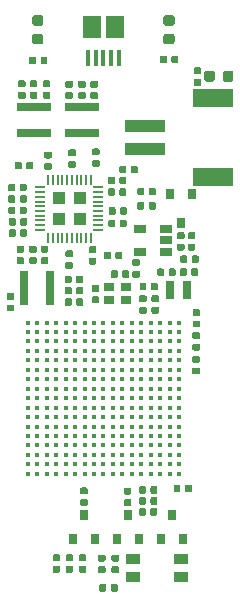
<source format=gtp>
G04 #@! TF.GenerationSoftware,KiCad,Pcbnew,5.1.4-e60b266~84~ubuntu19.04.1*
G04 #@! TF.CreationDate,2019-10-25T13:04:57-07:00*
G04 #@! TF.ProjectId,ATSAMA5D27-1G,41545341-4d41-4354-9432-372d31472e6b,rev?*
G04 #@! TF.SameCoordinates,Original*
G04 #@! TF.FileFunction,Paste,Top*
G04 #@! TF.FilePolarity,Positive*
%FSLAX46Y46*%
G04 Gerber Fmt 4.6, Leading zero omitted, Abs format (unit mm)*
G04 Created by KiCad (PCBNEW 5.1.4-e60b266~84~ubuntu19.04.1) date 2019-10-25 13:04:57*
%MOMM*%
%LPD*%
G04 APERTURE LIST*
%ADD10C,0.390000*%
%ADD11C,0.150000*%
%ADD12C,0.590000*%
%ADD13R,0.800000X0.900000*%
%ADD14R,1.500000X1.900000*%
%ADD15R,0.400000X1.350000*%
%ADD16R,3.400000X1.500000*%
%ADD17R,3.500000X1.000000*%
%ADD18O,0.850000X0.200000*%
%ADD19O,0.200000X0.850000*%
%ADD20R,1.080000X1.080000*%
%ADD21R,0.800000X1.500000*%
%ADD22R,0.900000X0.800000*%
%ADD23R,2.900000X0.800000*%
%ADD24R,0.800000X2.900000*%
%ADD25R,1.198880X0.899160*%
%ADD26C,0.875000*%
%ADD27R,1.060000X0.650000*%
G04 APERTURE END LIST*
D10*
X141524520Y-109489380D03*
X141524520Y-108689380D03*
X141524520Y-107889380D03*
X141524520Y-107089380D03*
X141524520Y-106289380D03*
X141524520Y-105489380D03*
X141524520Y-104689380D03*
X141524520Y-103889380D03*
X141524520Y-103089380D03*
X141524520Y-102289380D03*
X141524520Y-101489380D03*
X141524520Y-100689380D03*
X141524520Y-99889380D03*
X141524520Y-99089380D03*
X141524520Y-98289380D03*
X141524520Y-97489380D03*
X141524520Y-96689380D03*
X140724520Y-109489380D03*
X140724520Y-108689380D03*
X140724520Y-107889380D03*
X140724520Y-107089380D03*
X140724520Y-106289380D03*
X140724520Y-105489380D03*
X140724520Y-104689380D03*
X140724520Y-103889380D03*
X140724520Y-103089380D03*
X140724520Y-102289380D03*
X140724520Y-101489380D03*
X140724520Y-100689380D03*
X140724520Y-99889380D03*
X140724520Y-99089380D03*
X140724520Y-98289380D03*
X140724520Y-97489380D03*
X140724520Y-96689380D03*
X139924520Y-109489380D03*
X139924520Y-108689380D03*
X139924520Y-107889380D03*
X139924520Y-107089380D03*
X139924520Y-106289380D03*
X139924520Y-105489380D03*
X139924520Y-104689380D03*
X139924520Y-103889380D03*
X139924520Y-103089380D03*
X139924520Y-102289380D03*
X139924520Y-101489380D03*
X139924520Y-100689380D03*
X139924520Y-99889380D03*
X139924520Y-99089380D03*
X139924520Y-98289380D03*
X139924520Y-97489380D03*
X139924520Y-96689380D03*
X139124520Y-109489380D03*
X139124520Y-108689380D03*
X139124520Y-107889380D03*
X139124520Y-107089380D03*
X139124520Y-106289380D03*
X139124520Y-105489380D03*
X139124520Y-104689380D03*
X139124520Y-103889380D03*
X139124520Y-103089380D03*
X139124520Y-102289380D03*
X139124520Y-101489380D03*
X139124520Y-100689380D03*
X139124520Y-99889380D03*
X139124520Y-99089380D03*
X139124520Y-98289380D03*
X139124520Y-97489380D03*
X139124520Y-96689380D03*
X138324520Y-109489380D03*
X138324520Y-108689380D03*
X138324520Y-107889380D03*
X138324520Y-107089380D03*
X138324520Y-106289380D03*
X138324520Y-105489380D03*
X138324520Y-104689380D03*
X138324520Y-103889380D03*
X138324520Y-103089380D03*
X138324520Y-102289380D03*
X138324520Y-101489380D03*
X138324520Y-100689380D03*
X138324520Y-99889380D03*
X138324520Y-99089380D03*
X138324520Y-98289380D03*
X138324520Y-97489380D03*
X138324520Y-96689380D03*
X137524520Y-109489380D03*
X137524520Y-108689380D03*
X137524520Y-107889380D03*
X137524520Y-107089380D03*
X137524520Y-106289380D03*
X137524520Y-105489380D03*
X137524520Y-104689380D03*
X137524520Y-103889380D03*
X137524520Y-103089380D03*
X137524520Y-102289380D03*
X137524520Y-101489380D03*
X137524520Y-100689380D03*
X137524520Y-99889380D03*
X137524520Y-99089380D03*
X137524520Y-98289380D03*
X137524520Y-97489380D03*
X137524520Y-96689380D03*
X136724520Y-109489380D03*
X136724520Y-108689380D03*
X136724520Y-107889380D03*
X136724520Y-107089380D03*
X136724520Y-106289380D03*
X136724520Y-105489380D03*
X136724520Y-104689380D03*
X136724520Y-103889380D03*
X136724520Y-103089380D03*
X136724520Y-102289380D03*
X136724520Y-101489380D03*
X136724520Y-100689380D03*
X136724520Y-99889380D03*
X136724520Y-99089380D03*
X136724520Y-98289380D03*
X136724520Y-97489380D03*
X136724520Y-96689380D03*
X135924520Y-109489380D03*
X135924520Y-108689380D03*
X135924520Y-107889380D03*
X135924520Y-107089380D03*
X135924520Y-106289380D03*
X135924520Y-105489380D03*
X135924520Y-104689380D03*
X135924520Y-103889380D03*
X135924520Y-103089380D03*
X135924520Y-102289380D03*
X135924520Y-101489380D03*
X135924520Y-100689380D03*
X135924520Y-99889380D03*
X135924520Y-99089380D03*
X135924520Y-98289380D03*
X135924520Y-97489380D03*
X135924520Y-96689380D03*
X135124520Y-109489380D03*
X135124520Y-108689380D03*
X135124520Y-107889380D03*
X135124520Y-107089380D03*
X135124520Y-106289380D03*
X135124520Y-105489380D03*
X135124520Y-104689380D03*
X135124520Y-103889380D03*
X135124520Y-103089380D03*
X135124520Y-102289380D03*
X135124520Y-101489380D03*
X135124520Y-100689380D03*
X135124520Y-99889380D03*
X135124520Y-99089380D03*
X135124520Y-98289380D03*
X135124520Y-97489380D03*
X135124520Y-96689380D03*
X134324520Y-109489380D03*
X134324520Y-108689380D03*
X134324520Y-107889380D03*
X134324520Y-107089380D03*
X134324520Y-106289380D03*
X134324520Y-105489380D03*
X134324520Y-104689380D03*
X134324520Y-103889380D03*
X134324520Y-103089380D03*
X134324520Y-102289380D03*
X134324520Y-101489380D03*
X134324520Y-100689380D03*
X134324520Y-99889380D03*
X134324520Y-99089380D03*
X134324520Y-98289380D03*
X134324520Y-97489380D03*
X134324520Y-96689380D03*
X133524520Y-109489380D03*
X133524520Y-108689380D03*
X133524520Y-107889380D03*
X133524520Y-107089380D03*
X133524520Y-106289380D03*
X133524520Y-105489380D03*
X133524520Y-104689380D03*
X133524520Y-103889380D03*
X133524520Y-103089380D03*
X133524520Y-102289380D03*
X133524520Y-101489380D03*
X133524520Y-100689380D03*
X133524520Y-99889380D03*
X133524520Y-99089380D03*
X133524520Y-98289380D03*
X133524520Y-97489380D03*
X133524520Y-96689380D03*
X132724520Y-109489380D03*
X132724520Y-108689380D03*
X132724520Y-107889380D03*
X132724520Y-107089380D03*
X132724520Y-106289380D03*
X132724520Y-105489380D03*
X132724520Y-104689380D03*
X132724520Y-103889380D03*
X132724520Y-103089380D03*
X132724520Y-102289380D03*
X132724520Y-101489380D03*
X132724520Y-100689380D03*
X132724520Y-99889380D03*
X132724520Y-99089380D03*
X132724520Y-98289380D03*
X132724520Y-97489380D03*
X132724520Y-96689380D03*
X131924520Y-109489380D03*
X131924520Y-108689380D03*
X131924520Y-107889380D03*
X131924520Y-107089380D03*
X131924520Y-106289380D03*
X131924520Y-105489380D03*
X131924520Y-104689380D03*
X131924520Y-103889380D03*
X131924520Y-103089380D03*
X131924520Y-102289380D03*
X131924520Y-101489380D03*
X131924520Y-100689380D03*
X131924520Y-99889380D03*
X131924520Y-99089380D03*
X131924520Y-98289380D03*
X131924520Y-97489380D03*
X131924520Y-96689380D03*
X131124520Y-109489380D03*
X131124520Y-108689380D03*
X131124520Y-107889380D03*
X131124520Y-107089380D03*
X131124520Y-106289380D03*
X131124520Y-105489380D03*
X131124520Y-104689380D03*
X131124520Y-103889380D03*
X131124520Y-103089380D03*
X131124520Y-102289380D03*
X131124520Y-101489380D03*
X131124520Y-100689380D03*
X131124520Y-99889380D03*
X131124520Y-99089380D03*
X131124520Y-98289380D03*
X131124520Y-97489380D03*
X131124520Y-96689380D03*
X130324520Y-109489380D03*
X130324520Y-108689380D03*
X130324520Y-107889380D03*
X130324520Y-107089380D03*
X130324520Y-106289380D03*
X130324520Y-105489380D03*
X130324520Y-104689380D03*
X130324520Y-103889380D03*
X130324520Y-103089380D03*
X130324520Y-102289380D03*
X130324520Y-101489380D03*
X130324520Y-100689380D03*
X130324520Y-99889380D03*
X130324520Y-99089380D03*
X130324520Y-98289380D03*
X130324520Y-97489380D03*
X130324520Y-96689380D03*
X129524520Y-109489380D03*
X129524520Y-108689380D03*
X129524520Y-107889380D03*
X129524520Y-107089380D03*
X129524520Y-106289380D03*
X129524520Y-105489380D03*
X129524520Y-104689380D03*
X129524520Y-103889380D03*
X129524520Y-103089380D03*
X129524520Y-102289380D03*
X129524520Y-101489380D03*
X129524520Y-100689380D03*
X129524520Y-99889380D03*
X129524520Y-99089380D03*
X129524520Y-98289380D03*
X129524520Y-97489380D03*
X129524520Y-96689380D03*
X128724520Y-109489380D03*
X128724520Y-108689380D03*
X128724520Y-107889380D03*
X128724520Y-107089380D03*
X128724520Y-106289380D03*
X128724520Y-105489380D03*
X128724520Y-104689380D03*
X128724520Y-103889380D03*
X128724520Y-103089380D03*
X128724520Y-102289380D03*
X128724520Y-101489380D03*
X128724520Y-100689380D03*
X128724520Y-99889380D03*
X128724520Y-99089380D03*
X128724520Y-98289380D03*
X128724520Y-97489380D03*
X128724520Y-96689380D03*
D11*
G36*
X127568578Y-87836650D02*
G01*
X127582896Y-87838774D01*
X127596937Y-87842291D01*
X127610566Y-87847168D01*
X127623651Y-87853357D01*
X127636067Y-87860798D01*
X127647693Y-87869421D01*
X127658418Y-87879142D01*
X127668139Y-87889867D01*
X127676762Y-87901493D01*
X127684203Y-87913909D01*
X127690392Y-87926994D01*
X127695269Y-87940623D01*
X127698786Y-87954664D01*
X127700910Y-87968982D01*
X127701620Y-87983440D01*
X127701620Y-88328440D01*
X127700910Y-88342898D01*
X127698786Y-88357216D01*
X127695269Y-88371257D01*
X127690392Y-88384886D01*
X127684203Y-88397971D01*
X127676762Y-88410387D01*
X127668139Y-88422013D01*
X127658418Y-88432738D01*
X127647693Y-88442459D01*
X127636067Y-88451082D01*
X127623651Y-88458523D01*
X127610566Y-88464712D01*
X127596937Y-88469589D01*
X127582896Y-88473106D01*
X127568578Y-88475230D01*
X127554120Y-88475940D01*
X127259120Y-88475940D01*
X127244662Y-88475230D01*
X127230344Y-88473106D01*
X127216303Y-88469589D01*
X127202674Y-88464712D01*
X127189589Y-88458523D01*
X127177173Y-88451082D01*
X127165547Y-88442459D01*
X127154822Y-88432738D01*
X127145101Y-88422013D01*
X127136478Y-88410387D01*
X127129037Y-88397971D01*
X127122848Y-88384886D01*
X127117971Y-88371257D01*
X127114454Y-88357216D01*
X127112330Y-88342898D01*
X127111620Y-88328440D01*
X127111620Y-87983440D01*
X127112330Y-87968982D01*
X127114454Y-87954664D01*
X127117971Y-87940623D01*
X127122848Y-87926994D01*
X127129037Y-87913909D01*
X127136478Y-87901493D01*
X127145101Y-87889867D01*
X127154822Y-87879142D01*
X127165547Y-87869421D01*
X127177173Y-87860798D01*
X127189589Y-87853357D01*
X127202674Y-87847168D01*
X127216303Y-87842291D01*
X127230344Y-87838774D01*
X127244662Y-87836650D01*
X127259120Y-87835940D01*
X127554120Y-87835940D01*
X127568578Y-87836650D01*
X127568578Y-87836650D01*
G37*
D12*
X127406620Y-88155940D03*
D11*
G36*
X128538578Y-87836650D02*
G01*
X128552896Y-87838774D01*
X128566937Y-87842291D01*
X128580566Y-87847168D01*
X128593651Y-87853357D01*
X128606067Y-87860798D01*
X128617693Y-87869421D01*
X128628418Y-87879142D01*
X128638139Y-87889867D01*
X128646762Y-87901493D01*
X128654203Y-87913909D01*
X128660392Y-87926994D01*
X128665269Y-87940623D01*
X128668786Y-87954664D01*
X128670910Y-87968982D01*
X128671620Y-87983440D01*
X128671620Y-88328440D01*
X128670910Y-88342898D01*
X128668786Y-88357216D01*
X128665269Y-88371257D01*
X128660392Y-88384886D01*
X128654203Y-88397971D01*
X128646762Y-88410387D01*
X128638139Y-88422013D01*
X128628418Y-88432738D01*
X128617693Y-88442459D01*
X128606067Y-88451082D01*
X128593651Y-88458523D01*
X128580566Y-88464712D01*
X128566937Y-88469589D01*
X128552896Y-88473106D01*
X128538578Y-88475230D01*
X128524120Y-88475940D01*
X128229120Y-88475940D01*
X128214662Y-88475230D01*
X128200344Y-88473106D01*
X128186303Y-88469589D01*
X128172674Y-88464712D01*
X128159589Y-88458523D01*
X128147173Y-88451082D01*
X128135547Y-88442459D01*
X128124822Y-88432738D01*
X128115101Y-88422013D01*
X128106478Y-88410387D01*
X128099037Y-88397971D01*
X128092848Y-88384886D01*
X128087971Y-88371257D01*
X128084454Y-88357216D01*
X128082330Y-88342898D01*
X128081620Y-88328440D01*
X128081620Y-87983440D01*
X128082330Y-87968982D01*
X128084454Y-87954664D01*
X128087971Y-87940623D01*
X128092848Y-87926994D01*
X128099037Y-87913909D01*
X128106478Y-87901493D01*
X128115101Y-87889867D01*
X128124822Y-87879142D01*
X128135547Y-87869421D01*
X128147173Y-87860798D01*
X128159589Y-87853357D01*
X128172674Y-87847168D01*
X128186303Y-87842291D01*
X128200344Y-87838774D01*
X128214662Y-87836650D01*
X128229120Y-87835940D01*
X128524120Y-87835940D01*
X128538578Y-87836650D01*
X128538578Y-87836650D01*
G37*
D12*
X128376620Y-88155940D03*
D13*
X141699060Y-88243420D03*
X140749060Y-85843420D03*
X142649060Y-85843420D03*
D14*
X134124520Y-71624380D03*
D15*
X135774520Y-74324380D03*
X136424520Y-74324380D03*
X133824520Y-74324380D03*
X134474520Y-74324380D03*
X135124520Y-74324380D03*
D14*
X136124520Y-71624380D03*
D16*
X144391460Y-77676420D03*
X144391460Y-84376420D03*
D17*
X138641460Y-80026420D03*
X138641460Y-82026420D03*
D18*
X129794620Y-85236466D03*
X129794620Y-85636466D03*
X129794620Y-86036466D03*
X129794620Y-86436466D03*
X129794620Y-86836466D03*
X129794620Y-87236466D03*
X129794620Y-87636466D03*
X129794620Y-88036466D03*
X129794620Y-88436466D03*
X129794620Y-88836466D03*
D19*
X130444620Y-89486466D03*
X130844620Y-89486466D03*
X131244620Y-89486466D03*
X131644620Y-89486466D03*
X132044620Y-89486466D03*
X132444620Y-89486466D03*
X132844620Y-89486466D03*
X133244620Y-89486466D03*
X133644620Y-89486466D03*
X134044620Y-89486466D03*
D18*
X134694620Y-88836466D03*
X134694620Y-88436466D03*
X134694620Y-88036466D03*
X134694620Y-87636466D03*
X134694620Y-87236466D03*
X134694620Y-86836466D03*
X134694620Y-86436466D03*
X134694620Y-86036466D03*
X134694620Y-85636466D03*
X134694620Y-85236466D03*
D19*
X134044620Y-84586466D03*
X133644620Y-84586466D03*
X133244620Y-84586466D03*
X132844620Y-84586466D03*
X132444620Y-84586466D03*
X132044620Y-84586466D03*
X131644620Y-84586466D03*
X131244620Y-84586466D03*
X130844620Y-84586466D03*
X130444620Y-84586466D03*
D20*
X133144620Y-87936466D03*
X133144620Y-86136466D03*
X131344620Y-87936466D03*
X131344620Y-86136466D03*
D21*
X142230680Y-93937760D03*
X140730680Y-93937760D03*
D22*
X135617935Y-94769308D03*
X137017935Y-94769308D03*
X137017935Y-93669308D03*
X135617935Y-93669308D03*
D23*
X129227660Y-78475820D03*
X129227660Y-80675820D03*
X133317060Y-80675820D03*
X133317060Y-78475820D03*
D24*
X128432460Y-93799820D03*
X130632460Y-93799820D03*
D11*
G36*
X138594718Y-111476430D02*
G01*
X138609036Y-111478554D01*
X138623077Y-111482071D01*
X138636706Y-111486948D01*
X138649791Y-111493137D01*
X138662207Y-111500578D01*
X138673833Y-111509201D01*
X138684558Y-111518922D01*
X138694279Y-111529647D01*
X138702902Y-111541273D01*
X138710343Y-111553689D01*
X138716532Y-111566774D01*
X138721409Y-111580403D01*
X138724926Y-111594444D01*
X138727050Y-111608762D01*
X138727760Y-111623220D01*
X138727760Y-111968220D01*
X138727050Y-111982678D01*
X138724926Y-111996996D01*
X138721409Y-112011037D01*
X138716532Y-112024666D01*
X138710343Y-112037751D01*
X138702902Y-112050167D01*
X138694279Y-112061793D01*
X138684558Y-112072518D01*
X138673833Y-112082239D01*
X138662207Y-112090862D01*
X138649791Y-112098303D01*
X138636706Y-112104492D01*
X138623077Y-112109369D01*
X138609036Y-112112886D01*
X138594718Y-112115010D01*
X138580260Y-112115720D01*
X138285260Y-112115720D01*
X138270802Y-112115010D01*
X138256484Y-112112886D01*
X138242443Y-112109369D01*
X138228814Y-112104492D01*
X138215729Y-112098303D01*
X138203313Y-112090862D01*
X138191687Y-112082239D01*
X138180962Y-112072518D01*
X138171241Y-112061793D01*
X138162618Y-112050167D01*
X138155177Y-112037751D01*
X138148988Y-112024666D01*
X138144111Y-112011037D01*
X138140594Y-111996996D01*
X138138470Y-111982678D01*
X138137760Y-111968220D01*
X138137760Y-111623220D01*
X138138470Y-111608762D01*
X138140594Y-111594444D01*
X138144111Y-111580403D01*
X138148988Y-111566774D01*
X138155177Y-111553689D01*
X138162618Y-111541273D01*
X138171241Y-111529647D01*
X138180962Y-111518922D01*
X138191687Y-111509201D01*
X138203313Y-111500578D01*
X138215729Y-111493137D01*
X138228814Y-111486948D01*
X138242443Y-111482071D01*
X138256484Y-111478554D01*
X138270802Y-111476430D01*
X138285260Y-111475720D01*
X138580260Y-111475720D01*
X138594718Y-111476430D01*
X138594718Y-111476430D01*
G37*
D12*
X138432760Y-111795720D03*
D11*
G36*
X139564718Y-111476430D02*
G01*
X139579036Y-111478554D01*
X139593077Y-111482071D01*
X139606706Y-111486948D01*
X139619791Y-111493137D01*
X139632207Y-111500578D01*
X139643833Y-111509201D01*
X139654558Y-111518922D01*
X139664279Y-111529647D01*
X139672902Y-111541273D01*
X139680343Y-111553689D01*
X139686532Y-111566774D01*
X139691409Y-111580403D01*
X139694926Y-111594444D01*
X139697050Y-111608762D01*
X139697760Y-111623220D01*
X139697760Y-111968220D01*
X139697050Y-111982678D01*
X139694926Y-111996996D01*
X139691409Y-112011037D01*
X139686532Y-112024666D01*
X139680343Y-112037751D01*
X139672902Y-112050167D01*
X139664279Y-112061793D01*
X139654558Y-112072518D01*
X139643833Y-112082239D01*
X139632207Y-112090862D01*
X139619791Y-112098303D01*
X139606706Y-112104492D01*
X139593077Y-112109369D01*
X139579036Y-112112886D01*
X139564718Y-112115010D01*
X139550260Y-112115720D01*
X139255260Y-112115720D01*
X139240802Y-112115010D01*
X139226484Y-112112886D01*
X139212443Y-112109369D01*
X139198814Y-112104492D01*
X139185729Y-112098303D01*
X139173313Y-112090862D01*
X139161687Y-112082239D01*
X139150962Y-112072518D01*
X139141241Y-112061793D01*
X139132618Y-112050167D01*
X139125177Y-112037751D01*
X139118988Y-112024666D01*
X139114111Y-112011037D01*
X139110594Y-111996996D01*
X139108470Y-111982678D01*
X139107760Y-111968220D01*
X139107760Y-111623220D01*
X139108470Y-111608762D01*
X139110594Y-111594444D01*
X139114111Y-111580403D01*
X139118988Y-111566774D01*
X139125177Y-111553689D01*
X139132618Y-111541273D01*
X139141241Y-111529647D01*
X139150962Y-111518922D01*
X139161687Y-111509201D01*
X139173313Y-111500578D01*
X139185729Y-111493137D01*
X139198814Y-111486948D01*
X139212443Y-111482071D01*
X139226484Y-111478554D01*
X139240802Y-111476430D01*
X139255260Y-111475720D01*
X139550260Y-111475720D01*
X139564718Y-111476430D01*
X139564718Y-111476430D01*
G37*
D12*
X139402760Y-111795720D03*
D11*
G36*
X134672418Y-82913450D02*
G01*
X134686736Y-82915574D01*
X134700777Y-82919091D01*
X134714406Y-82923968D01*
X134727491Y-82930157D01*
X134739907Y-82937598D01*
X134751533Y-82946221D01*
X134762258Y-82955942D01*
X134771979Y-82966667D01*
X134780602Y-82978293D01*
X134788043Y-82990709D01*
X134794232Y-83003794D01*
X134799109Y-83017423D01*
X134802626Y-83031464D01*
X134804750Y-83045782D01*
X134805460Y-83060240D01*
X134805460Y-83355240D01*
X134804750Y-83369698D01*
X134802626Y-83384016D01*
X134799109Y-83398057D01*
X134794232Y-83411686D01*
X134788043Y-83424771D01*
X134780602Y-83437187D01*
X134771979Y-83448813D01*
X134762258Y-83459538D01*
X134751533Y-83469259D01*
X134739907Y-83477882D01*
X134727491Y-83485323D01*
X134714406Y-83491512D01*
X134700777Y-83496389D01*
X134686736Y-83499906D01*
X134672418Y-83502030D01*
X134657960Y-83502740D01*
X134312960Y-83502740D01*
X134298502Y-83502030D01*
X134284184Y-83499906D01*
X134270143Y-83496389D01*
X134256514Y-83491512D01*
X134243429Y-83485323D01*
X134231013Y-83477882D01*
X134219387Y-83469259D01*
X134208662Y-83459538D01*
X134198941Y-83448813D01*
X134190318Y-83437187D01*
X134182877Y-83424771D01*
X134176688Y-83411686D01*
X134171811Y-83398057D01*
X134168294Y-83384016D01*
X134166170Y-83369698D01*
X134165460Y-83355240D01*
X134165460Y-83060240D01*
X134166170Y-83045782D01*
X134168294Y-83031464D01*
X134171811Y-83017423D01*
X134176688Y-83003794D01*
X134182877Y-82990709D01*
X134190318Y-82978293D01*
X134198941Y-82966667D01*
X134208662Y-82955942D01*
X134219387Y-82946221D01*
X134231013Y-82937598D01*
X134243429Y-82930157D01*
X134256514Y-82923968D01*
X134270143Y-82919091D01*
X134284184Y-82915574D01*
X134298502Y-82913450D01*
X134312960Y-82912740D01*
X134657960Y-82912740D01*
X134672418Y-82913450D01*
X134672418Y-82913450D01*
G37*
D12*
X134485460Y-83207740D03*
D11*
G36*
X134672418Y-81943450D02*
G01*
X134686736Y-81945574D01*
X134700777Y-81949091D01*
X134714406Y-81953968D01*
X134727491Y-81960157D01*
X134739907Y-81967598D01*
X134751533Y-81976221D01*
X134762258Y-81985942D01*
X134771979Y-81996667D01*
X134780602Y-82008293D01*
X134788043Y-82020709D01*
X134794232Y-82033794D01*
X134799109Y-82047423D01*
X134802626Y-82061464D01*
X134804750Y-82075782D01*
X134805460Y-82090240D01*
X134805460Y-82385240D01*
X134804750Y-82399698D01*
X134802626Y-82414016D01*
X134799109Y-82428057D01*
X134794232Y-82441686D01*
X134788043Y-82454771D01*
X134780602Y-82467187D01*
X134771979Y-82478813D01*
X134762258Y-82489538D01*
X134751533Y-82499259D01*
X134739907Y-82507882D01*
X134727491Y-82515323D01*
X134714406Y-82521512D01*
X134700777Y-82526389D01*
X134686736Y-82529906D01*
X134672418Y-82532030D01*
X134657960Y-82532740D01*
X134312960Y-82532740D01*
X134298502Y-82532030D01*
X134284184Y-82529906D01*
X134270143Y-82526389D01*
X134256514Y-82521512D01*
X134243429Y-82515323D01*
X134231013Y-82507882D01*
X134219387Y-82499259D01*
X134208662Y-82489538D01*
X134198941Y-82478813D01*
X134190318Y-82467187D01*
X134182877Y-82454771D01*
X134176688Y-82441686D01*
X134171811Y-82428057D01*
X134168294Y-82414016D01*
X134166170Y-82399698D01*
X134165460Y-82385240D01*
X134165460Y-82090240D01*
X134166170Y-82075782D01*
X134168294Y-82061464D01*
X134171811Y-82047423D01*
X134176688Y-82033794D01*
X134182877Y-82020709D01*
X134190318Y-82008293D01*
X134198941Y-81996667D01*
X134208662Y-81985942D01*
X134219387Y-81976221D01*
X134231013Y-81967598D01*
X134243429Y-81960157D01*
X134256514Y-81953968D01*
X134270143Y-81949091D01*
X134284184Y-81945574D01*
X134298502Y-81943450D01*
X134312960Y-81942740D01*
X134657960Y-81942740D01*
X134672418Y-81943450D01*
X134672418Y-81943450D01*
G37*
D12*
X134485460Y-82237740D03*
D11*
G36*
X129049218Y-83072330D02*
G01*
X129063536Y-83074454D01*
X129077577Y-83077971D01*
X129091206Y-83082848D01*
X129104291Y-83089037D01*
X129116707Y-83096478D01*
X129128333Y-83105101D01*
X129139058Y-83114822D01*
X129148779Y-83125547D01*
X129157402Y-83137173D01*
X129164843Y-83149589D01*
X129171032Y-83162674D01*
X129175909Y-83176303D01*
X129179426Y-83190344D01*
X129181550Y-83204662D01*
X129182260Y-83219120D01*
X129182260Y-83564120D01*
X129181550Y-83578578D01*
X129179426Y-83592896D01*
X129175909Y-83606937D01*
X129171032Y-83620566D01*
X129164843Y-83633651D01*
X129157402Y-83646067D01*
X129148779Y-83657693D01*
X129139058Y-83668418D01*
X129128333Y-83678139D01*
X129116707Y-83686762D01*
X129104291Y-83694203D01*
X129091206Y-83700392D01*
X129077577Y-83705269D01*
X129063536Y-83708786D01*
X129049218Y-83710910D01*
X129034760Y-83711620D01*
X128739760Y-83711620D01*
X128725302Y-83710910D01*
X128710984Y-83708786D01*
X128696943Y-83705269D01*
X128683314Y-83700392D01*
X128670229Y-83694203D01*
X128657813Y-83686762D01*
X128646187Y-83678139D01*
X128635462Y-83668418D01*
X128625741Y-83657693D01*
X128617118Y-83646067D01*
X128609677Y-83633651D01*
X128603488Y-83620566D01*
X128598611Y-83606937D01*
X128595094Y-83592896D01*
X128592970Y-83578578D01*
X128592260Y-83564120D01*
X128592260Y-83219120D01*
X128592970Y-83204662D01*
X128595094Y-83190344D01*
X128598611Y-83176303D01*
X128603488Y-83162674D01*
X128609677Y-83149589D01*
X128617118Y-83137173D01*
X128625741Y-83125547D01*
X128635462Y-83114822D01*
X128646187Y-83105101D01*
X128657813Y-83096478D01*
X128670229Y-83089037D01*
X128683314Y-83082848D01*
X128696943Y-83077971D01*
X128710984Y-83074454D01*
X128725302Y-83072330D01*
X128739760Y-83071620D01*
X129034760Y-83071620D01*
X129049218Y-83072330D01*
X129049218Y-83072330D01*
G37*
D12*
X128887260Y-83391620D03*
D11*
G36*
X128079218Y-83072330D02*
G01*
X128093536Y-83074454D01*
X128107577Y-83077971D01*
X128121206Y-83082848D01*
X128134291Y-83089037D01*
X128146707Y-83096478D01*
X128158333Y-83105101D01*
X128169058Y-83114822D01*
X128178779Y-83125547D01*
X128187402Y-83137173D01*
X128194843Y-83149589D01*
X128201032Y-83162674D01*
X128205909Y-83176303D01*
X128209426Y-83190344D01*
X128211550Y-83204662D01*
X128212260Y-83219120D01*
X128212260Y-83564120D01*
X128211550Y-83578578D01*
X128209426Y-83592896D01*
X128205909Y-83606937D01*
X128201032Y-83620566D01*
X128194843Y-83633651D01*
X128187402Y-83646067D01*
X128178779Y-83657693D01*
X128169058Y-83668418D01*
X128158333Y-83678139D01*
X128146707Y-83686762D01*
X128134291Y-83694203D01*
X128121206Y-83700392D01*
X128107577Y-83705269D01*
X128093536Y-83708786D01*
X128079218Y-83710910D01*
X128064760Y-83711620D01*
X127769760Y-83711620D01*
X127755302Y-83710910D01*
X127740984Y-83708786D01*
X127726943Y-83705269D01*
X127713314Y-83700392D01*
X127700229Y-83694203D01*
X127687813Y-83686762D01*
X127676187Y-83678139D01*
X127665462Y-83668418D01*
X127655741Y-83657693D01*
X127647118Y-83646067D01*
X127639677Y-83633651D01*
X127633488Y-83620566D01*
X127628611Y-83606937D01*
X127625094Y-83592896D01*
X127622970Y-83578578D01*
X127622260Y-83564120D01*
X127622260Y-83219120D01*
X127622970Y-83204662D01*
X127625094Y-83190344D01*
X127628611Y-83176303D01*
X127633488Y-83162674D01*
X127639677Y-83149589D01*
X127647118Y-83137173D01*
X127655741Y-83125547D01*
X127665462Y-83114822D01*
X127676187Y-83105101D01*
X127687813Y-83096478D01*
X127700229Y-83089037D01*
X127713314Y-83082848D01*
X127726943Y-83077971D01*
X127740984Y-83074454D01*
X127755302Y-83072330D01*
X127769760Y-83071620D01*
X128064760Y-83071620D01*
X128079218Y-83072330D01*
X128079218Y-83072330D01*
G37*
D12*
X127917260Y-83391620D03*
D11*
G36*
X130613498Y-82208930D02*
G01*
X130627816Y-82211054D01*
X130641857Y-82214571D01*
X130655486Y-82219448D01*
X130668571Y-82225637D01*
X130680987Y-82233078D01*
X130692613Y-82241701D01*
X130703338Y-82251422D01*
X130713059Y-82262147D01*
X130721682Y-82273773D01*
X130729123Y-82286189D01*
X130735312Y-82299274D01*
X130740189Y-82312903D01*
X130743706Y-82326944D01*
X130745830Y-82341262D01*
X130746540Y-82355720D01*
X130746540Y-82650720D01*
X130745830Y-82665178D01*
X130743706Y-82679496D01*
X130740189Y-82693537D01*
X130735312Y-82707166D01*
X130729123Y-82720251D01*
X130721682Y-82732667D01*
X130713059Y-82744293D01*
X130703338Y-82755018D01*
X130692613Y-82764739D01*
X130680987Y-82773362D01*
X130668571Y-82780803D01*
X130655486Y-82786992D01*
X130641857Y-82791869D01*
X130627816Y-82795386D01*
X130613498Y-82797510D01*
X130599040Y-82798220D01*
X130254040Y-82798220D01*
X130239582Y-82797510D01*
X130225264Y-82795386D01*
X130211223Y-82791869D01*
X130197594Y-82786992D01*
X130184509Y-82780803D01*
X130172093Y-82773362D01*
X130160467Y-82764739D01*
X130149742Y-82755018D01*
X130140021Y-82744293D01*
X130131398Y-82732667D01*
X130123957Y-82720251D01*
X130117768Y-82707166D01*
X130112891Y-82693537D01*
X130109374Y-82679496D01*
X130107250Y-82665178D01*
X130106540Y-82650720D01*
X130106540Y-82355720D01*
X130107250Y-82341262D01*
X130109374Y-82326944D01*
X130112891Y-82312903D01*
X130117768Y-82299274D01*
X130123957Y-82286189D01*
X130131398Y-82273773D01*
X130140021Y-82262147D01*
X130149742Y-82251422D01*
X130160467Y-82241701D01*
X130172093Y-82233078D01*
X130184509Y-82225637D01*
X130197594Y-82219448D01*
X130211223Y-82214571D01*
X130225264Y-82211054D01*
X130239582Y-82208930D01*
X130254040Y-82208220D01*
X130599040Y-82208220D01*
X130613498Y-82208930D01*
X130613498Y-82208930D01*
G37*
D12*
X130426540Y-82503220D03*
D11*
G36*
X130613498Y-83178930D02*
G01*
X130627816Y-83181054D01*
X130641857Y-83184571D01*
X130655486Y-83189448D01*
X130668571Y-83195637D01*
X130680987Y-83203078D01*
X130692613Y-83211701D01*
X130703338Y-83221422D01*
X130713059Y-83232147D01*
X130721682Y-83243773D01*
X130729123Y-83256189D01*
X130735312Y-83269274D01*
X130740189Y-83282903D01*
X130743706Y-83296944D01*
X130745830Y-83311262D01*
X130746540Y-83325720D01*
X130746540Y-83620720D01*
X130745830Y-83635178D01*
X130743706Y-83649496D01*
X130740189Y-83663537D01*
X130735312Y-83677166D01*
X130729123Y-83690251D01*
X130721682Y-83702667D01*
X130713059Y-83714293D01*
X130703338Y-83725018D01*
X130692613Y-83734739D01*
X130680987Y-83743362D01*
X130668571Y-83750803D01*
X130655486Y-83756992D01*
X130641857Y-83761869D01*
X130627816Y-83765386D01*
X130613498Y-83767510D01*
X130599040Y-83768220D01*
X130254040Y-83768220D01*
X130239582Y-83767510D01*
X130225264Y-83765386D01*
X130211223Y-83761869D01*
X130197594Y-83756992D01*
X130184509Y-83750803D01*
X130172093Y-83743362D01*
X130160467Y-83734739D01*
X130149742Y-83725018D01*
X130140021Y-83714293D01*
X130131398Y-83702667D01*
X130123957Y-83690251D01*
X130117768Y-83677166D01*
X130112891Y-83663537D01*
X130109374Y-83649496D01*
X130107250Y-83635178D01*
X130106540Y-83620720D01*
X130106540Y-83325720D01*
X130107250Y-83311262D01*
X130109374Y-83296944D01*
X130112891Y-83282903D01*
X130117768Y-83269274D01*
X130123957Y-83256189D01*
X130131398Y-83243773D01*
X130140021Y-83232147D01*
X130149742Y-83221422D01*
X130160467Y-83211701D01*
X130172093Y-83203078D01*
X130184509Y-83195637D01*
X130197594Y-83189448D01*
X130211223Y-83184571D01*
X130225264Y-83181054D01*
X130239582Y-83178930D01*
X130254040Y-83178220D01*
X130599040Y-83178220D01*
X130613498Y-83178930D01*
X130613498Y-83178930D01*
G37*
D12*
X130426540Y-83473220D03*
D11*
G36*
X128528418Y-88791690D02*
G01*
X128542736Y-88793814D01*
X128556777Y-88797331D01*
X128570406Y-88802208D01*
X128583491Y-88808397D01*
X128595907Y-88815838D01*
X128607533Y-88824461D01*
X128618258Y-88834182D01*
X128627979Y-88844907D01*
X128636602Y-88856533D01*
X128644043Y-88868949D01*
X128650232Y-88882034D01*
X128655109Y-88895663D01*
X128658626Y-88909704D01*
X128660750Y-88924022D01*
X128661460Y-88938480D01*
X128661460Y-89283480D01*
X128660750Y-89297938D01*
X128658626Y-89312256D01*
X128655109Y-89326297D01*
X128650232Y-89339926D01*
X128644043Y-89353011D01*
X128636602Y-89365427D01*
X128627979Y-89377053D01*
X128618258Y-89387778D01*
X128607533Y-89397499D01*
X128595907Y-89406122D01*
X128583491Y-89413563D01*
X128570406Y-89419752D01*
X128556777Y-89424629D01*
X128542736Y-89428146D01*
X128528418Y-89430270D01*
X128513960Y-89430980D01*
X128218960Y-89430980D01*
X128204502Y-89430270D01*
X128190184Y-89428146D01*
X128176143Y-89424629D01*
X128162514Y-89419752D01*
X128149429Y-89413563D01*
X128137013Y-89406122D01*
X128125387Y-89397499D01*
X128114662Y-89387778D01*
X128104941Y-89377053D01*
X128096318Y-89365427D01*
X128088877Y-89353011D01*
X128082688Y-89339926D01*
X128077811Y-89326297D01*
X128074294Y-89312256D01*
X128072170Y-89297938D01*
X128071460Y-89283480D01*
X128071460Y-88938480D01*
X128072170Y-88924022D01*
X128074294Y-88909704D01*
X128077811Y-88895663D01*
X128082688Y-88882034D01*
X128088877Y-88868949D01*
X128096318Y-88856533D01*
X128104941Y-88844907D01*
X128114662Y-88834182D01*
X128125387Y-88824461D01*
X128137013Y-88815838D01*
X128149429Y-88808397D01*
X128162514Y-88802208D01*
X128176143Y-88797331D01*
X128190184Y-88793814D01*
X128204502Y-88791690D01*
X128218960Y-88790980D01*
X128513960Y-88790980D01*
X128528418Y-88791690D01*
X128528418Y-88791690D01*
G37*
D12*
X128366460Y-89110980D03*
D11*
G36*
X127558418Y-88791690D02*
G01*
X127572736Y-88793814D01*
X127586777Y-88797331D01*
X127600406Y-88802208D01*
X127613491Y-88808397D01*
X127625907Y-88815838D01*
X127637533Y-88824461D01*
X127648258Y-88834182D01*
X127657979Y-88844907D01*
X127666602Y-88856533D01*
X127674043Y-88868949D01*
X127680232Y-88882034D01*
X127685109Y-88895663D01*
X127688626Y-88909704D01*
X127690750Y-88924022D01*
X127691460Y-88938480D01*
X127691460Y-89283480D01*
X127690750Y-89297938D01*
X127688626Y-89312256D01*
X127685109Y-89326297D01*
X127680232Y-89339926D01*
X127674043Y-89353011D01*
X127666602Y-89365427D01*
X127657979Y-89377053D01*
X127648258Y-89387778D01*
X127637533Y-89397499D01*
X127625907Y-89406122D01*
X127613491Y-89413563D01*
X127600406Y-89419752D01*
X127586777Y-89424629D01*
X127572736Y-89428146D01*
X127558418Y-89430270D01*
X127543960Y-89430980D01*
X127248960Y-89430980D01*
X127234502Y-89430270D01*
X127220184Y-89428146D01*
X127206143Y-89424629D01*
X127192514Y-89419752D01*
X127179429Y-89413563D01*
X127167013Y-89406122D01*
X127155387Y-89397499D01*
X127144662Y-89387778D01*
X127134941Y-89377053D01*
X127126318Y-89365427D01*
X127118877Y-89353011D01*
X127112688Y-89339926D01*
X127107811Y-89326297D01*
X127104294Y-89312256D01*
X127102170Y-89297938D01*
X127101460Y-89283480D01*
X127101460Y-88938480D01*
X127102170Y-88924022D01*
X127104294Y-88909704D01*
X127107811Y-88895663D01*
X127112688Y-88882034D01*
X127118877Y-88868949D01*
X127126318Y-88856533D01*
X127134941Y-88844907D01*
X127144662Y-88834182D01*
X127155387Y-88824461D01*
X127167013Y-88815838D01*
X127179429Y-88808397D01*
X127192514Y-88802208D01*
X127206143Y-88797331D01*
X127220184Y-88793814D01*
X127234502Y-88791690D01*
X127248960Y-88790980D01*
X127543960Y-88790980D01*
X127558418Y-88791690D01*
X127558418Y-88791690D01*
G37*
D12*
X127396460Y-89110980D03*
D11*
G36*
X132411818Y-91552130D02*
G01*
X132426136Y-91554254D01*
X132440177Y-91557771D01*
X132453806Y-91562648D01*
X132466891Y-91568837D01*
X132479307Y-91576278D01*
X132490933Y-91584901D01*
X132501658Y-91594622D01*
X132511379Y-91605347D01*
X132520002Y-91616973D01*
X132527443Y-91629389D01*
X132533632Y-91642474D01*
X132538509Y-91656103D01*
X132542026Y-91670144D01*
X132544150Y-91684462D01*
X132544860Y-91698920D01*
X132544860Y-91993920D01*
X132544150Y-92008378D01*
X132542026Y-92022696D01*
X132538509Y-92036737D01*
X132533632Y-92050366D01*
X132527443Y-92063451D01*
X132520002Y-92075867D01*
X132511379Y-92087493D01*
X132501658Y-92098218D01*
X132490933Y-92107939D01*
X132479307Y-92116562D01*
X132466891Y-92124003D01*
X132453806Y-92130192D01*
X132440177Y-92135069D01*
X132426136Y-92138586D01*
X132411818Y-92140710D01*
X132397360Y-92141420D01*
X132052360Y-92141420D01*
X132037902Y-92140710D01*
X132023584Y-92138586D01*
X132009543Y-92135069D01*
X131995914Y-92130192D01*
X131982829Y-92124003D01*
X131970413Y-92116562D01*
X131958787Y-92107939D01*
X131948062Y-92098218D01*
X131938341Y-92087493D01*
X131929718Y-92075867D01*
X131922277Y-92063451D01*
X131916088Y-92050366D01*
X131911211Y-92036737D01*
X131907694Y-92022696D01*
X131905570Y-92008378D01*
X131904860Y-91993920D01*
X131904860Y-91698920D01*
X131905570Y-91684462D01*
X131907694Y-91670144D01*
X131911211Y-91656103D01*
X131916088Y-91642474D01*
X131922277Y-91629389D01*
X131929718Y-91616973D01*
X131938341Y-91605347D01*
X131948062Y-91594622D01*
X131958787Y-91584901D01*
X131970413Y-91576278D01*
X131982829Y-91568837D01*
X131995914Y-91562648D01*
X132009543Y-91557771D01*
X132023584Y-91554254D01*
X132037902Y-91552130D01*
X132052360Y-91551420D01*
X132397360Y-91551420D01*
X132411818Y-91552130D01*
X132411818Y-91552130D01*
G37*
D12*
X132224860Y-91846420D03*
D11*
G36*
X132411818Y-90582130D02*
G01*
X132426136Y-90584254D01*
X132440177Y-90587771D01*
X132453806Y-90592648D01*
X132466891Y-90598837D01*
X132479307Y-90606278D01*
X132490933Y-90614901D01*
X132501658Y-90624622D01*
X132511379Y-90635347D01*
X132520002Y-90646973D01*
X132527443Y-90659389D01*
X132533632Y-90672474D01*
X132538509Y-90686103D01*
X132542026Y-90700144D01*
X132544150Y-90714462D01*
X132544860Y-90728920D01*
X132544860Y-91023920D01*
X132544150Y-91038378D01*
X132542026Y-91052696D01*
X132538509Y-91066737D01*
X132533632Y-91080366D01*
X132527443Y-91093451D01*
X132520002Y-91105867D01*
X132511379Y-91117493D01*
X132501658Y-91128218D01*
X132490933Y-91137939D01*
X132479307Y-91146562D01*
X132466891Y-91154003D01*
X132453806Y-91160192D01*
X132440177Y-91165069D01*
X132426136Y-91168586D01*
X132411818Y-91170710D01*
X132397360Y-91171420D01*
X132052360Y-91171420D01*
X132037902Y-91170710D01*
X132023584Y-91168586D01*
X132009543Y-91165069D01*
X131995914Y-91160192D01*
X131982829Y-91154003D01*
X131970413Y-91146562D01*
X131958787Y-91137939D01*
X131948062Y-91128218D01*
X131938341Y-91117493D01*
X131929718Y-91105867D01*
X131922277Y-91093451D01*
X131916088Y-91080366D01*
X131911211Y-91066737D01*
X131907694Y-91052696D01*
X131905570Y-91038378D01*
X131904860Y-91023920D01*
X131904860Y-90728920D01*
X131905570Y-90714462D01*
X131907694Y-90700144D01*
X131911211Y-90686103D01*
X131916088Y-90672474D01*
X131922277Y-90659389D01*
X131929718Y-90646973D01*
X131938341Y-90635347D01*
X131948062Y-90624622D01*
X131958787Y-90614901D01*
X131970413Y-90606278D01*
X131982829Y-90598837D01*
X131995914Y-90592648D01*
X132009543Y-90587771D01*
X132023584Y-90584254D01*
X132037902Y-90582130D01*
X132052360Y-90581420D01*
X132397360Y-90581420D01*
X132411818Y-90582130D01*
X132411818Y-90582130D01*
G37*
D12*
X132224860Y-90876420D03*
D11*
G36*
X129405978Y-77149750D02*
G01*
X129420296Y-77151874D01*
X129434337Y-77155391D01*
X129447966Y-77160268D01*
X129461051Y-77166457D01*
X129473467Y-77173898D01*
X129485093Y-77182521D01*
X129495818Y-77192242D01*
X129505539Y-77202967D01*
X129514162Y-77214593D01*
X129521603Y-77227009D01*
X129527792Y-77240094D01*
X129532669Y-77253723D01*
X129536186Y-77267764D01*
X129538310Y-77282082D01*
X129539020Y-77296540D01*
X129539020Y-77591540D01*
X129538310Y-77605998D01*
X129536186Y-77620316D01*
X129532669Y-77634357D01*
X129527792Y-77647986D01*
X129521603Y-77661071D01*
X129514162Y-77673487D01*
X129505539Y-77685113D01*
X129495818Y-77695838D01*
X129485093Y-77705559D01*
X129473467Y-77714182D01*
X129461051Y-77721623D01*
X129447966Y-77727812D01*
X129434337Y-77732689D01*
X129420296Y-77736206D01*
X129405978Y-77738330D01*
X129391520Y-77739040D01*
X129046520Y-77739040D01*
X129032062Y-77738330D01*
X129017744Y-77736206D01*
X129003703Y-77732689D01*
X128990074Y-77727812D01*
X128976989Y-77721623D01*
X128964573Y-77714182D01*
X128952947Y-77705559D01*
X128942222Y-77695838D01*
X128932501Y-77685113D01*
X128923878Y-77673487D01*
X128916437Y-77661071D01*
X128910248Y-77647986D01*
X128905371Y-77634357D01*
X128901854Y-77620316D01*
X128899730Y-77605998D01*
X128899020Y-77591540D01*
X128899020Y-77296540D01*
X128899730Y-77282082D01*
X128901854Y-77267764D01*
X128905371Y-77253723D01*
X128910248Y-77240094D01*
X128916437Y-77227009D01*
X128923878Y-77214593D01*
X128932501Y-77202967D01*
X128942222Y-77192242D01*
X128952947Y-77182521D01*
X128964573Y-77173898D01*
X128976989Y-77166457D01*
X128990074Y-77160268D01*
X129003703Y-77155391D01*
X129017744Y-77151874D01*
X129032062Y-77149750D01*
X129046520Y-77149040D01*
X129391520Y-77149040D01*
X129405978Y-77149750D01*
X129405978Y-77149750D01*
G37*
D12*
X129219020Y-77444040D03*
D11*
G36*
X129405978Y-76179750D02*
G01*
X129420296Y-76181874D01*
X129434337Y-76185391D01*
X129447966Y-76190268D01*
X129461051Y-76196457D01*
X129473467Y-76203898D01*
X129485093Y-76212521D01*
X129495818Y-76222242D01*
X129505539Y-76232967D01*
X129514162Y-76244593D01*
X129521603Y-76257009D01*
X129527792Y-76270094D01*
X129532669Y-76283723D01*
X129536186Y-76297764D01*
X129538310Y-76312082D01*
X129539020Y-76326540D01*
X129539020Y-76621540D01*
X129538310Y-76635998D01*
X129536186Y-76650316D01*
X129532669Y-76664357D01*
X129527792Y-76677986D01*
X129521603Y-76691071D01*
X129514162Y-76703487D01*
X129505539Y-76715113D01*
X129495818Y-76725838D01*
X129485093Y-76735559D01*
X129473467Y-76744182D01*
X129461051Y-76751623D01*
X129447966Y-76757812D01*
X129434337Y-76762689D01*
X129420296Y-76766206D01*
X129405978Y-76768330D01*
X129391520Y-76769040D01*
X129046520Y-76769040D01*
X129032062Y-76768330D01*
X129017744Y-76766206D01*
X129003703Y-76762689D01*
X128990074Y-76757812D01*
X128976989Y-76751623D01*
X128964573Y-76744182D01*
X128952947Y-76735559D01*
X128942222Y-76725838D01*
X128932501Y-76715113D01*
X128923878Y-76703487D01*
X128916437Y-76691071D01*
X128910248Y-76677986D01*
X128905371Y-76664357D01*
X128901854Y-76650316D01*
X128899730Y-76635998D01*
X128899020Y-76621540D01*
X128899020Y-76326540D01*
X128899730Y-76312082D01*
X128901854Y-76297764D01*
X128905371Y-76283723D01*
X128910248Y-76270094D01*
X128916437Y-76257009D01*
X128923878Y-76244593D01*
X128932501Y-76232967D01*
X128942222Y-76222242D01*
X128952947Y-76212521D01*
X128964573Y-76203898D01*
X128976989Y-76196457D01*
X128990074Y-76190268D01*
X129003703Y-76185391D01*
X129017744Y-76181874D01*
X129032062Y-76179750D01*
X129046520Y-76179040D01*
X129391520Y-76179040D01*
X129405978Y-76179750D01*
X129405978Y-76179750D01*
G37*
D12*
X129219020Y-76474040D03*
D11*
G36*
X132403178Y-77175150D02*
G01*
X132417496Y-77177274D01*
X132431537Y-77180791D01*
X132445166Y-77185668D01*
X132458251Y-77191857D01*
X132470667Y-77199298D01*
X132482293Y-77207921D01*
X132493018Y-77217642D01*
X132502739Y-77228367D01*
X132511362Y-77239993D01*
X132518803Y-77252409D01*
X132524992Y-77265494D01*
X132529869Y-77279123D01*
X132533386Y-77293164D01*
X132535510Y-77307482D01*
X132536220Y-77321940D01*
X132536220Y-77616940D01*
X132535510Y-77631398D01*
X132533386Y-77645716D01*
X132529869Y-77659757D01*
X132524992Y-77673386D01*
X132518803Y-77686471D01*
X132511362Y-77698887D01*
X132502739Y-77710513D01*
X132493018Y-77721238D01*
X132482293Y-77730959D01*
X132470667Y-77739582D01*
X132458251Y-77747023D01*
X132445166Y-77753212D01*
X132431537Y-77758089D01*
X132417496Y-77761606D01*
X132403178Y-77763730D01*
X132388720Y-77764440D01*
X132043720Y-77764440D01*
X132029262Y-77763730D01*
X132014944Y-77761606D01*
X132000903Y-77758089D01*
X131987274Y-77753212D01*
X131974189Y-77747023D01*
X131961773Y-77739582D01*
X131950147Y-77730959D01*
X131939422Y-77721238D01*
X131929701Y-77710513D01*
X131921078Y-77698887D01*
X131913637Y-77686471D01*
X131907448Y-77673386D01*
X131902571Y-77659757D01*
X131899054Y-77645716D01*
X131896930Y-77631398D01*
X131896220Y-77616940D01*
X131896220Y-77321940D01*
X131896930Y-77307482D01*
X131899054Y-77293164D01*
X131902571Y-77279123D01*
X131907448Y-77265494D01*
X131913637Y-77252409D01*
X131921078Y-77239993D01*
X131929701Y-77228367D01*
X131939422Y-77217642D01*
X131950147Y-77207921D01*
X131961773Y-77199298D01*
X131974189Y-77191857D01*
X131987274Y-77185668D01*
X132000903Y-77180791D01*
X132014944Y-77177274D01*
X132029262Y-77175150D01*
X132043720Y-77174440D01*
X132388720Y-77174440D01*
X132403178Y-77175150D01*
X132403178Y-77175150D01*
G37*
D12*
X132216220Y-77469440D03*
D11*
G36*
X132403178Y-76205150D02*
G01*
X132417496Y-76207274D01*
X132431537Y-76210791D01*
X132445166Y-76215668D01*
X132458251Y-76221857D01*
X132470667Y-76229298D01*
X132482293Y-76237921D01*
X132493018Y-76247642D01*
X132502739Y-76258367D01*
X132511362Y-76269993D01*
X132518803Y-76282409D01*
X132524992Y-76295494D01*
X132529869Y-76309123D01*
X132533386Y-76323164D01*
X132535510Y-76337482D01*
X132536220Y-76351940D01*
X132536220Y-76646940D01*
X132535510Y-76661398D01*
X132533386Y-76675716D01*
X132529869Y-76689757D01*
X132524992Y-76703386D01*
X132518803Y-76716471D01*
X132511362Y-76728887D01*
X132502739Y-76740513D01*
X132493018Y-76751238D01*
X132482293Y-76760959D01*
X132470667Y-76769582D01*
X132458251Y-76777023D01*
X132445166Y-76783212D01*
X132431537Y-76788089D01*
X132417496Y-76791606D01*
X132403178Y-76793730D01*
X132388720Y-76794440D01*
X132043720Y-76794440D01*
X132029262Y-76793730D01*
X132014944Y-76791606D01*
X132000903Y-76788089D01*
X131987274Y-76783212D01*
X131974189Y-76777023D01*
X131961773Y-76769582D01*
X131950147Y-76760959D01*
X131939422Y-76751238D01*
X131929701Y-76740513D01*
X131921078Y-76728887D01*
X131913637Y-76716471D01*
X131907448Y-76703386D01*
X131902571Y-76689757D01*
X131899054Y-76675716D01*
X131896930Y-76661398D01*
X131896220Y-76646940D01*
X131896220Y-76351940D01*
X131896930Y-76337482D01*
X131899054Y-76323164D01*
X131902571Y-76309123D01*
X131907448Y-76295494D01*
X131913637Y-76282409D01*
X131921078Y-76269993D01*
X131929701Y-76258367D01*
X131939422Y-76247642D01*
X131950147Y-76237921D01*
X131961773Y-76229298D01*
X131974189Y-76221857D01*
X131987274Y-76215668D01*
X132000903Y-76210791D01*
X132014944Y-76207274D01*
X132029262Y-76205150D01*
X132043720Y-76204440D01*
X132388720Y-76204440D01*
X132403178Y-76205150D01*
X132403178Y-76205150D01*
G37*
D12*
X132216220Y-76499440D03*
D11*
G36*
X132308218Y-93658330D02*
G01*
X132322536Y-93660454D01*
X132336577Y-93663971D01*
X132350206Y-93668848D01*
X132363291Y-93675037D01*
X132375707Y-93682478D01*
X132387333Y-93691101D01*
X132398058Y-93700822D01*
X132407779Y-93711547D01*
X132416402Y-93723173D01*
X132423843Y-93735589D01*
X132430032Y-93748674D01*
X132434909Y-93762303D01*
X132438426Y-93776344D01*
X132440550Y-93790662D01*
X132441260Y-93805120D01*
X132441260Y-94150120D01*
X132440550Y-94164578D01*
X132438426Y-94178896D01*
X132434909Y-94192937D01*
X132430032Y-94206566D01*
X132423843Y-94219651D01*
X132416402Y-94232067D01*
X132407779Y-94243693D01*
X132398058Y-94254418D01*
X132387333Y-94264139D01*
X132375707Y-94272762D01*
X132363291Y-94280203D01*
X132350206Y-94286392D01*
X132336577Y-94291269D01*
X132322536Y-94294786D01*
X132308218Y-94296910D01*
X132293760Y-94297620D01*
X131998760Y-94297620D01*
X131984302Y-94296910D01*
X131969984Y-94294786D01*
X131955943Y-94291269D01*
X131942314Y-94286392D01*
X131929229Y-94280203D01*
X131916813Y-94272762D01*
X131905187Y-94264139D01*
X131894462Y-94254418D01*
X131884741Y-94243693D01*
X131876118Y-94232067D01*
X131868677Y-94219651D01*
X131862488Y-94206566D01*
X131857611Y-94192937D01*
X131854094Y-94178896D01*
X131851970Y-94164578D01*
X131851260Y-94150120D01*
X131851260Y-93805120D01*
X131851970Y-93790662D01*
X131854094Y-93776344D01*
X131857611Y-93762303D01*
X131862488Y-93748674D01*
X131868677Y-93735589D01*
X131876118Y-93723173D01*
X131884741Y-93711547D01*
X131894462Y-93700822D01*
X131905187Y-93691101D01*
X131916813Y-93682478D01*
X131929229Y-93675037D01*
X131942314Y-93668848D01*
X131955943Y-93663971D01*
X131969984Y-93660454D01*
X131984302Y-93658330D01*
X131998760Y-93657620D01*
X132293760Y-93657620D01*
X132308218Y-93658330D01*
X132308218Y-93658330D01*
G37*
D12*
X132146260Y-93977620D03*
D11*
G36*
X133278218Y-93658330D02*
G01*
X133292536Y-93660454D01*
X133306577Y-93663971D01*
X133320206Y-93668848D01*
X133333291Y-93675037D01*
X133345707Y-93682478D01*
X133357333Y-93691101D01*
X133368058Y-93700822D01*
X133377779Y-93711547D01*
X133386402Y-93723173D01*
X133393843Y-93735589D01*
X133400032Y-93748674D01*
X133404909Y-93762303D01*
X133408426Y-93776344D01*
X133410550Y-93790662D01*
X133411260Y-93805120D01*
X133411260Y-94150120D01*
X133410550Y-94164578D01*
X133408426Y-94178896D01*
X133404909Y-94192937D01*
X133400032Y-94206566D01*
X133393843Y-94219651D01*
X133386402Y-94232067D01*
X133377779Y-94243693D01*
X133368058Y-94254418D01*
X133357333Y-94264139D01*
X133345707Y-94272762D01*
X133333291Y-94280203D01*
X133320206Y-94286392D01*
X133306577Y-94291269D01*
X133292536Y-94294786D01*
X133278218Y-94296910D01*
X133263760Y-94297620D01*
X132968760Y-94297620D01*
X132954302Y-94296910D01*
X132939984Y-94294786D01*
X132925943Y-94291269D01*
X132912314Y-94286392D01*
X132899229Y-94280203D01*
X132886813Y-94272762D01*
X132875187Y-94264139D01*
X132864462Y-94254418D01*
X132854741Y-94243693D01*
X132846118Y-94232067D01*
X132838677Y-94219651D01*
X132832488Y-94206566D01*
X132827611Y-94192937D01*
X132824094Y-94178896D01*
X132821970Y-94164578D01*
X132821260Y-94150120D01*
X132821260Y-93805120D01*
X132821970Y-93790662D01*
X132824094Y-93776344D01*
X132827611Y-93762303D01*
X132832488Y-93748674D01*
X132838677Y-93735589D01*
X132846118Y-93723173D01*
X132854741Y-93711547D01*
X132864462Y-93700822D01*
X132875187Y-93691101D01*
X132886813Y-93682478D01*
X132899229Y-93675037D01*
X132912314Y-93668848D01*
X132925943Y-93663971D01*
X132939984Y-93660454D01*
X132954302Y-93658330D01*
X132968760Y-93657620D01*
X133263760Y-93657620D01*
X133278218Y-93658330D01*
X133278218Y-93658330D01*
G37*
D12*
X133116260Y-93977620D03*
D11*
G36*
X136930738Y-85322050D02*
G01*
X136945056Y-85324174D01*
X136959097Y-85327691D01*
X136972726Y-85332568D01*
X136985811Y-85338757D01*
X136998227Y-85346198D01*
X137009853Y-85354821D01*
X137020578Y-85364542D01*
X137030299Y-85375267D01*
X137038922Y-85386893D01*
X137046363Y-85399309D01*
X137052552Y-85412394D01*
X137057429Y-85426023D01*
X137060946Y-85440064D01*
X137063070Y-85454382D01*
X137063780Y-85468840D01*
X137063780Y-85813840D01*
X137063070Y-85828298D01*
X137060946Y-85842616D01*
X137057429Y-85856657D01*
X137052552Y-85870286D01*
X137046363Y-85883371D01*
X137038922Y-85895787D01*
X137030299Y-85907413D01*
X137020578Y-85918138D01*
X137009853Y-85927859D01*
X136998227Y-85936482D01*
X136985811Y-85943923D01*
X136972726Y-85950112D01*
X136959097Y-85954989D01*
X136945056Y-85958506D01*
X136930738Y-85960630D01*
X136916280Y-85961340D01*
X136621280Y-85961340D01*
X136606822Y-85960630D01*
X136592504Y-85958506D01*
X136578463Y-85954989D01*
X136564834Y-85950112D01*
X136551749Y-85943923D01*
X136539333Y-85936482D01*
X136527707Y-85927859D01*
X136516982Y-85918138D01*
X136507261Y-85907413D01*
X136498638Y-85895787D01*
X136491197Y-85883371D01*
X136485008Y-85870286D01*
X136480131Y-85856657D01*
X136476614Y-85842616D01*
X136474490Y-85828298D01*
X136473780Y-85813840D01*
X136473780Y-85468840D01*
X136474490Y-85454382D01*
X136476614Y-85440064D01*
X136480131Y-85426023D01*
X136485008Y-85412394D01*
X136491197Y-85399309D01*
X136498638Y-85386893D01*
X136507261Y-85375267D01*
X136516982Y-85364542D01*
X136527707Y-85354821D01*
X136539333Y-85346198D01*
X136551749Y-85338757D01*
X136564834Y-85332568D01*
X136578463Y-85327691D01*
X136592504Y-85324174D01*
X136606822Y-85322050D01*
X136621280Y-85321340D01*
X136916280Y-85321340D01*
X136930738Y-85322050D01*
X136930738Y-85322050D01*
G37*
D12*
X136768780Y-85641340D03*
D11*
G36*
X135960738Y-85322050D02*
G01*
X135975056Y-85324174D01*
X135989097Y-85327691D01*
X136002726Y-85332568D01*
X136015811Y-85338757D01*
X136028227Y-85346198D01*
X136039853Y-85354821D01*
X136050578Y-85364542D01*
X136060299Y-85375267D01*
X136068922Y-85386893D01*
X136076363Y-85399309D01*
X136082552Y-85412394D01*
X136087429Y-85426023D01*
X136090946Y-85440064D01*
X136093070Y-85454382D01*
X136093780Y-85468840D01*
X136093780Y-85813840D01*
X136093070Y-85828298D01*
X136090946Y-85842616D01*
X136087429Y-85856657D01*
X136082552Y-85870286D01*
X136076363Y-85883371D01*
X136068922Y-85895787D01*
X136060299Y-85907413D01*
X136050578Y-85918138D01*
X136039853Y-85927859D01*
X136028227Y-85936482D01*
X136015811Y-85943923D01*
X136002726Y-85950112D01*
X135989097Y-85954989D01*
X135975056Y-85958506D01*
X135960738Y-85960630D01*
X135946280Y-85961340D01*
X135651280Y-85961340D01*
X135636822Y-85960630D01*
X135622504Y-85958506D01*
X135608463Y-85954989D01*
X135594834Y-85950112D01*
X135581749Y-85943923D01*
X135569333Y-85936482D01*
X135557707Y-85927859D01*
X135546982Y-85918138D01*
X135537261Y-85907413D01*
X135528638Y-85895787D01*
X135521197Y-85883371D01*
X135515008Y-85870286D01*
X135510131Y-85856657D01*
X135506614Y-85842616D01*
X135504490Y-85828298D01*
X135503780Y-85813840D01*
X135503780Y-85468840D01*
X135504490Y-85454382D01*
X135506614Y-85440064D01*
X135510131Y-85426023D01*
X135515008Y-85412394D01*
X135521197Y-85399309D01*
X135528638Y-85386893D01*
X135537261Y-85375267D01*
X135546982Y-85364542D01*
X135557707Y-85354821D01*
X135569333Y-85346198D01*
X135581749Y-85338757D01*
X135594834Y-85332568D01*
X135608463Y-85327691D01*
X135622504Y-85324174D01*
X135636822Y-85322050D01*
X135651280Y-85321340D01*
X135946280Y-85321340D01*
X135960738Y-85322050D01*
X135960738Y-85322050D01*
G37*
D12*
X135798780Y-85641340D03*
D11*
G36*
X128497938Y-85906250D02*
G01*
X128512256Y-85908374D01*
X128526297Y-85911891D01*
X128539926Y-85916768D01*
X128553011Y-85922957D01*
X128565427Y-85930398D01*
X128577053Y-85939021D01*
X128587778Y-85948742D01*
X128597499Y-85959467D01*
X128606122Y-85971093D01*
X128613563Y-85983509D01*
X128619752Y-85996594D01*
X128624629Y-86010223D01*
X128628146Y-86024264D01*
X128630270Y-86038582D01*
X128630980Y-86053040D01*
X128630980Y-86398040D01*
X128630270Y-86412498D01*
X128628146Y-86426816D01*
X128624629Y-86440857D01*
X128619752Y-86454486D01*
X128613563Y-86467571D01*
X128606122Y-86479987D01*
X128597499Y-86491613D01*
X128587778Y-86502338D01*
X128577053Y-86512059D01*
X128565427Y-86520682D01*
X128553011Y-86528123D01*
X128539926Y-86534312D01*
X128526297Y-86539189D01*
X128512256Y-86542706D01*
X128497938Y-86544830D01*
X128483480Y-86545540D01*
X128188480Y-86545540D01*
X128174022Y-86544830D01*
X128159704Y-86542706D01*
X128145663Y-86539189D01*
X128132034Y-86534312D01*
X128118949Y-86528123D01*
X128106533Y-86520682D01*
X128094907Y-86512059D01*
X128084182Y-86502338D01*
X128074461Y-86491613D01*
X128065838Y-86479987D01*
X128058397Y-86467571D01*
X128052208Y-86454486D01*
X128047331Y-86440857D01*
X128043814Y-86426816D01*
X128041690Y-86412498D01*
X128040980Y-86398040D01*
X128040980Y-86053040D01*
X128041690Y-86038582D01*
X128043814Y-86024264D01*
X128047331Y-86010223D01*
X128052208Y-85996594D01*
X128058397Y-85983509D01*
X128065838Y-85971093D01*
X128074461Y-85959467D01*
X128084182Y-85948742D01*
X128094907Y-85939021D01*
X128106533Y-85930398D01*
X128118949Y-85922957D01*
X128132034Y-85916768D01*
X128145663Y-85911891D01*
X128159704Y-85908374D01*
X128174022Y-85906250D01*
X128188480Y-85905540D01*
X128483480Y-85905540D01*
X128497938Y-85906250D01*
X128497938Y-85906250D01*
G37*
D12*
X128335980Y-86225540D03*
D11*
G36*
X127527938Y-85906250D02*
G01*
X127542256Y-85908374D01*
X127556297Y-85911891D01*
X127569926Y-85916768D01*
X127583011Y-85922957D01*
X127595427Y-85930398D01*
X127607053Y-85939021D01*
X127617778Y-85948742D01*
X127627499Y-85959467D01*
X127636122Y-85971093D01*
X127643563Y-85983509D01*
X127649752Y-85996594D01*
X127654629Y-86010223D01*
X127658146Y-86024264D01*
X127660270Y-86038582D01*
X127660980Y-86053040D01*
X127660980Y-86398040D01*
X127660270Y-86412498D01*
X127658146Y-86426816D01*
X127654629Y-86440857D01*
X127649752Y-86454486D01*
X127643563Y-86467571D01*
X127636122Y-86479987D01*
X127627499Y-86491613D01*
X127617778Y-86502338D01*
X127607053Y-86512059D01*
X127595427Y-86520682D01*
X127583011Y-86528123D01*
X127569926Y-86534312D01*
X127556297Y-86539189D01*
X127542256Y-86542706D01*
X127527938Y-86544830D01*
X127513480Y-86545540D01*
X127218480Y-86545540D01*
X127204022Y-86544830D01*
X127189704Y-86542706D01*
X127175663Y-86539189D01*
X127162034Y-86534312D01*
X127148949Y-86528123D01*
X127136533Y-86520682D01*
X127124907Y-86512059D01*
X127114182Y-86502338D01*
X127104461Y-86491613D01*
X127095838Y-86479987D01*
X127088397Y-86467571D01*
X127082208Y-86454486D01*
X127077331Y-86440857D01*
X127073814Y-86426816D01*
X127071690Y-86412498D01*
X127070980Y-86398040D01*
X127070980Y-86053040D01*
X127071690Y-86038582D01*
X127073814Y-86024264D01*
X127077331Y-86010223D01*
X127082208Y-85996594D01*
X127088397Y-85983509D01*
X127095838Y-85971093D01*
X127104461Y-85959467D01*
X127114182Y-85948742D01*
X127124907Y-85939021D01*
X127136533Y-85930398D01*
X127148949Y-85922957D01*
X127162034Y-85916768D01*
X127175663Y-85911891D01*
X127189704Y-85908374D01*
X127204022Y-85906250D01*
X127218480Y-85905540D01*
X127513480Y-85905540D01*
X127527938Y-85906250D01*
X127527938Y-85906250D01*
G37*
D12*
X127365980Y-86225540D03*
D11*
G36*
X127530618Y-86876530D02*
G01*
X127544936Y-86878654D01*
X127558977Y-86882171D01*
X127572606Y-86887048D01*
X127585691Y-86893237D01*
X127598107Y-86900678D01*
X127609733Y-86909301D01*
X127620458Y-86919022D01*
X127630179Y-86929747D01*
X127638802Y-86941373D01*
X127646243Y-86953789D01*
X127652432Y-86966874D01*
X127657309Y-86980503D01*
X127660826Y-86994544D01*
X127662950Y-87008862D01*
X127663660Y-87023320D01*
X127663660Y-87368320D01*
X127662950Y-87382778D01*
X127660826Y-87397096D01*
X127657309Y-87411137D01*
X127652432Y-87424766D01*
X127646243Y-87437851D01*
X127638802Y-87450267D01*
X127630179Y-87461893D01*
X127620458Y-87472618D01*
X127609733Y-87482339D01*
X127598107Y-87490962D01*
X127585691Y-87498403D01*
X127572606Y-87504592D01*
X127558977Y-87509469D01*
X127544936Y-87512986D01*
X127530618Y-87515110D01*
X127516160Y-87515820D01*
X127221160Y-87515820D01*
X127206702Y-87515110D01*
X127192384Y-87512986D01*
X127178343Y-87509469D01*
X127164714Y-87504592D01*
X127151629Y-87498403D01*
X127139213Y-87490962D01*
X127127587Y-87482339D01*
X127116862Y-87472618D01*
X127107141Y-87461893D01*
X127098518Y-87450267D01*
X127091077Y-87437851D01*
X127084888Y-87424766D01*
X127080011Y-87411137D01*
X127076494Y-87397096D01*
X127074370Y-87382778D01*
X127073660Y-87368320D01*
X127073660Y-87023320D01*
X127074370Y-87008862D01*
X127076494Y-86994544D01*
X127080011Y-86980503D01*
X127084888Y-86966874D01*
X127091077Y-86953789D01*
X127098518Y-86941373D01*
X127107141Y-86929747D01*
X127116862Y-86919022D01*
X127127587Y-86909301D01*
X127139213Y-86900678D01*
X127151629Y-86893237D01*
X127164714Y-86887048D01*
X127178343Y-86882171D01*
X127192384Y-86878654D01*
X127206702Y-86876530D01*
X127221160Y-86875820D01*
X127516160Y-86875820D01*
X127530618Y-86876530D01*
X127530618Y-86876530D01*
G37*
D12*
X127368660Y-87195820D03*
D11*
G36*
X128500618Y-86876530D02*
G01*
X128514936Y-86878654D01*
X128528977Y-86882171D01*
X128542606Y-86887048D01*
X128555691Y-86893237D01*
X128568107Y-86900678D01*
X128579733Y-86909301D01*
X128590458Y-86919022D01*
X128600179Y-86929747D01*
X128608802Y-86941373D01*
X128616243Y-86953789D01*
X128622432Y-86966874D01*
X128627309Y-86980503D01*
X128630826Y-86994544D01*
X128632950Y-87008862D01*
X128633660Y-87023320D01*
X128633660Y-87368320D01*
X128632950Y-87382778D01*
X128630826Y-87397096D01*
X128627309Y-87411137D01*
X128622432Y-87424766D01*
X128616243Y-87437851D01*
X128608802Y-87450267D01*
X128600179Y-87461893D01*
X128590458Y-87472618D01*
X128579733Y-87482339D01*
X128568107Y-87490962D01*
X128555691Y-87498403D01*
X128542606Y-87504592D01*
X128528977Y-87509469D01*
X128514936Y-87512986D01*
X128500618Y-87515110D01*
X128486160Y-87515820D01*
X128191160Y-87515820D01*
X128176702Y-87515110D01*
X128162384Y-87512986D01*
X128148343Y-87509469D01*
X128134714Y-87504592D01*
X128121629Y-87498403D01*
X128109213Y-87490962D01*
X128097587Y-87482339D01*
X128086862Y-87472618D01*
X128077141Y-87461893D01*
X128068518Y-87450267D01*
X128061077Y-87437851D01*
X128054888Y-87424766D01*
X128050011Y-87411137D01*
X128046494Y-87397096D01*
X128044370Y-87382778D01*
X128043660Y-87368320D01*
X128043660Y-87023320D01*
X128044370Y-87008862D01*
X128046494Y-86994544D01*
X128050011Y-86980503D01*
X128054888Y-86966874D01*
X128061077Y-86953789D01*
X128068518Y-86941373D01*
X128077141Y-86929747D01*
X128086862Y-86919022D01*
X128097587Y-86909301D01*
X128109213Y-86900678D01*
X128121629Y-86893237D01*
X128134714Y-86887048D01*
X128148343Y-86882171D01*
X128162384Y-86878654D01*
X128176702Y-86876530D01*
X128191160Y-86875820D01*
X128486160Y-86875820D01*
X128500618Y-86876530D01*
X128500618Y-86876530D01*
G37*
D12*
X128338660Y-87195820D03*
D11*
G36*
X130498178Y-77149750D02*
G01*
X130512496Y-77151874D01*
X130526537Y-77155391D01*
X130540166Y-77160268D01*
X130553251Y-77166457D01*
X130565667Y-77173898D01*
X130577293Y-77182521D01*
X130588018Y-77192242D01*
X130597739Y-77202967D01*
X130606362Y-77214593D01*
X130613803Y-77227009D01*
X130619992Y-77240094D01*
X130624869Y-77253723D01*
X130628386Y-77267764D01*
X130630510Y-77282082D01*
X130631220Y-77296540D01*
X130631220Y-77591540D01*
X130630510Y-77605998D01*
X130628386Y-77620316D01*
X130624869Y-77634357D01*
X130619992Y-77647986D01*
X130613803Y-77661071D01*
X130606362Y-77673487D01*
X130597739Y-77685113D01*
X130588018Y-77695838D01*
X130577293Y-77705559D01*
X130565667Y-77714182D01*
X130553251Y-77721623D01*
X130540166Y-77727812D01*
X130526537Y-77732689D01*
X130512496Y-77736206D01*
X130498178Y-77738330D01*
X130483720Y-77739040D01*
X130138720Y-77739040D01*
X130124262Y-77738330D01*
X130109944Y-77736206D01*
X130095903Y-77732689D01*
X130082274Y-77727812D01*
X130069189Y-77721623D01*
X130056773Y-77714182D01*
X130045147Y-77705559D01*
X130034422Y-77695838D01*
X130024701Y-77685113D01*
X130016078Y-77673487D01*
X130008637Y-77661071D01*
X130002448Y-77647986D01*
X129997571Y-77634357D01*
X129994054Y-77620316D01*
X129991930Y-77605998D01*
X129991220Y-77591540D01*
X129991220Y-77296540D01*
X129991930Y-77282082D01*
X129994054Y-77267764D01*
X129997571Y-77253723D01*
X130002448Y-77240094D01*
X130008637Y-77227009D01*
X130016078Y-77214593D01*
X130024701Y-77202967D01*
X130034422Y-77192242D01*
X130045147Y-77182521D01*
X130056773Y-77173898D01*
X130069189Y-77166457D01*
X130082274Y-77160268D01*
X130095903Y-77155391D01*
X130109944Y-77151874D01*
X130124262Y-77149750D01*
X130138720Y-77149040D01*
X130483720Y-77149040D01*
X130498178Y-77149750D01*
X130498178Y-77149750D01*
G37*
D12*
X130311220Y-77444040D03*
D11*
G36*
X130498178Y-76179750D02*
G01*
X130512496Y-76181874D01*
X130526537Y-76185391D01*
X130540166Y-76190268D01*
X130553251Y-76196457D01*
X130565667Y-76203898D01*
X130577293Y-76212521D01*
X130588018Y-76222242D01*
X130597739Y-76232967D01*
X130606362Y-76244593D01*
X130613803Y-76257009D01*
X130619992Y-76270094D01*
X130624869Y-76283723D01*
X130628386Y-76297764D01*
X130630510Y-76312082D01*
X130631220Y-76326540D01*
X130631220Y-76621540D01*
X130630510Y-76635998D01*
X130628386Y-76650316D01*
X130624869Y-76664357D01*
X130619992Y-76677986D01*
X130613803Y-76691071D01*
X130606362Y-76703487D01*
X130597739Y-76715113D01*
X130588018Y-76725838D01*
X130577293Y-76735559D01*
X130565667Y-76744182D01*
X130553251Y-76751623D01*
X130540166Y-76757812D01*
X130526537Y-76762689D01*
X130512496Y-76766206D01*
X130498178Y-76768330D01*
X130483720Y-76769040D01*
X130138720Y-76769040D01*
X130124262Y-76768330D01*
X130109944Y-76766206D01*
X130095903Y-76762689D01*
X130082274Y-76757812D01*
X130069189Y-76751623D01*
X130056773Y-76744182D01*
X130045147Y-76735559D01*
X130034422Y-76725838D01*
X130024701Y-76715113D01*
X130016078Y-76703487D01*
X130008637Y-76691071D01*
X130002448Y-76677986D01*
X129997571Y-76664357D01*
X129994054Y-76650316D01*
X129991930Y-76635998D01*
X129991220Y-76621540D01*
X129991220Y-76326540D01*
X129991930Y-76312082D01*
X129994054Y-76297764D01*
X129997571Y-76283723D01*
X130002448Y-76270094D01*
X130008637Y-76257009D01*
X130016078Y-76244593D01*
X130024701Y-76232967D01*
X130034422Y-76222242D01*
X130045147Y-76212521D01*
X130056773Y-76203898D01*
X130069189Y-76196457D01*
X130082274Y-76190268D01*
X130095903Y-76185391D01*
X130109944Y-76181874D01*
X130124262Y-76179750D01*
X130138720Y-76179040D01*
X130483720Y-76179040D01*
X130498178Y-76179750D01*
X130498178Y-76179750D01*
G37*
D12*
X130311220Y-76474040D03*
D11*
G36*
X133495378Y-76205150D02*
G01*
X133509696Y-76207274D01*
X133523737Y-76210791D01*
X133537366Y-76215668D01*
X133550451Y-76221857D01*
X133562867Y-76229298D01*
X133574493Y-76237921D01*
X133585218Y-76247642D01*
X133594939Y-76258367D01*
X133603562Y-76269993D01*
X133611003Y-76282409D01*
X133617192Y-76295494D01*
X133622069Y-76309123D01*
X133625586Y-76323164D01*
X133627710Y-76337482D01*
X133628420Y-76351940D01*
X133628420Y-76646940D01*
X133627710Y-76661398D01*
X133625586Y-76675716D01*
X133622069Y-76689757D01*
X133617192Y-76703386D01*
X133611003Y-76716471D01*
X133603562Y-76728887D01*
X133594939Y-76740513D01*
X133585218Y-76751238D01*
X133574493Y-76760959D01*
X133562867Y-76769582D01*
X133550451Y-76777023D01*
X133537366Y-76783212D01*
X133523737Y-76788089D01*
X133509696Y-76791606D01*
X133495378Y-76793730D01*
X133480920Y-76794440D01*
X133135920Y-76794440D01*
X133121462Y-76793730D01*
X133107144Y-76791606D01*
X133093103Y-76788089D01*
X133079474Y-76783212D01*
X133066389Y-76777023D01*
X133053973Y-76769582D01*
X133042347Y-76760959D01*
X133031622Y-76751238D01*
X133021901Y-76740513D01*
X133013278Y-76728887D01*
X133005837Y-76716471D01*
X132999648Y-76703386D01*
X132994771Y-76689757D01*
X132991254Y-76675716D01*
X132989130Y-76661398D01*
X132988420Y-76646940D01*
X132988420Y-76351940D01*
X132989130Y-76337482D01*
X132991254Y-76323164D01*
X132994771Y-76309123D01*
X132999648Y-76295494D01*
X133005837Y-76282409D01*
X133013278Y-76269993D01*
X133021901Y-76258367D01*
X133031622Y-76247642D01*
X133042347Y-76237921D01*
X133053973Y-76229298D01*
X133066389Y-76221857D01*
X133079474Y-76215668D01*
X133093103Y-76210791D01*
X133107144Y-76207274D01*
X133121462Y-76205150D01*
X133135920Y-76204440D01*
X133480920Y-76204440D01*
X133495378Y-76205150D01*
X133495378Y-76205150D01*
G37*
D12*
X133308420Y-76499440D03*
D11*
G36*
X133495378Y-77175150D02*
G01*
X133509696Y-77177274D01*
X133523737Y-77180791D01*
X133537366Y-77185668D01*
X133550451Y-77191857D01*
X133562867Y-77199298D01*
X133574493Y-77207921D01*
X133585218Y-77217642D01*
X133594939Y-77228367D01*
X133603562Y-77239993D01*
X133611003Y-77252409D01*
X133617192Y-77265494D01*
X133622069Y-77279123D01*
X133625586Y-77293164D01*
X133627710Y-77307482D01*
X133628420Y-77321940D01*
X133628420Y-77616940D01*
X133627710Y-77631398D01*
X133625586Y-77645716D01*
X133622069Y-77659757D01*
X133617192Y-77673386D01*
X133611003Y-77686471D01*
X133603562Y-77698887D01*
X133594939Y-77710513D01*
X133585218Y-77721238D01*
X133574493Y-77730959D01*
X133562867Y-77739582D01*
X133550451Y-77747023D01*
X133537366Y-77753212D01*
X133523737Y-77758089D01*
X133509696Y-77761606D01*
X133495378Y-77763730D01*
X133480920Y-77764440D01*
X133135920Y-77764440D01*
X133121462Y-77763730D01*
X133107144Y-77761606D01*
X133093103Y-77758089D01*
X133079474Y-77753212D01*
X133066389Y-77747023D01*
X133053973Y-77739582D01*
X133042347Y-77730959D01*
X133031622Y-77721238D01*
X133021901Y-77710513D01*
X133013278Y-77698887D01*
X133005837Y-77686471D01*
X132999648Y-77673386D01*
X132994771Y-77659757D01*
X132991254Y-77645716D01*
X132989130Y-77631398D01*
X132988420Y-77616940D01*
X132988420Y-77321940D01*
X132989130Y-77307482D01*
X132991254Y-77293164D01*
X132994771Y-77279123D01*
X132999648Y-77265494D01*
X133005837Y-77252409D01*
X133013278Y-77239993D01*
X133021901Y-77228367D01*
X133031622Y-77217642D01*
X133042347Y-77207921D01*
X133053973Y-77199298D01*
X133066389Y-77191857D01*
X133079474Y-77185668D01*
X133093103Y-77180791D01*
X133107144Y-77177274D01*
X133121462Y-77175150D01*
X133135920Y-77174440D01*
X133480920Y-77174440D01*
X133495378Y-77175150D01*
X133495378Y-77175150D01*
G37*
D12*
X133308420Y-77469440D03*
D11*
G36*
X132308218Y-94636230D02*
G01*
X132322536Y-94638354D01*
X132336577Y-94641871D01*
X132350206Y-94646748D01*
X132363291Y-94652937D01*
X132375707Y-94660378D01*
X132387333Y-94669001D01*
X132398058Y-94678722D01*
X132407779Y-94689447D01*
X132416402Y-94701073D01*
X132423843Y-94713489D01*
X132430032Y-94726574D01*
X132434909Y-94740203D01*
X132438426Y-94754244D01*
X132440550Y-94768562D01*
X132441260Y-94783020D01*
X132441260Y-95128020D01*
X132440550Y-95142478D01*
X132438426Y-95156796D01*
X132434909Y-95170837D01*
X132430032Y-95184466D01*
X132423843Y-95197551D01*
X132416402Y-95209967D01*
X132407779Y-95221593D01*
X132398058Y-95232318D01*
X132387333Y-95242039D01*
X132375707Y-95250662D01*
X132363291Y-95258103D01*
X132350206Y-95264292D01*
X132336577Y-95269169D01*
X132322536Y-95272686D01*
X132308218Y-95274810D01*
X132293760Y-95275520D01*
X131998760Y-95275520D01*
X131984302Y-95274810D01*
X131969984Y-95272686D01*
X131955943Y-95269169D01*
X131942314Y-95264292D01*
X131929229Y-95258103D01*
X131916813Y-95250662D01*
X131905187Y-95242039D01*
X131894462Y-95232318D01*
X131884741Y-95221593D01*
X131876118Y-95209967D01*
X131868677Y-95197551D01*
X131862488Y-95184466D01*
X131857611Y-95170837D01*
X131854094Y-95156796D01*
X131851970Y-95142478D01*
X131851260Y-95128020D01*
X131851260Y-94783020D01*
X131851970Y-94768562D01*
X131854094Y-94754244D01*
X131857611Y-94740203D01*
X131862488Y-94726574D01*
X131868677Y-94713489D01*
X131876118Y-94701073D01*
X131884741Y-94689447D01*
X131894462Y-94678722D01*
X131905187Y-94669001D01*
X131916813Y-94660378D01*
X131929229Y-94652937D01*
X131942314Y-94646748D01*
X131955943Y-94641871D01*
X131969984Y-94638354D01*
X131984302Y-94636230D01*
X131998760Y-94635520D01*
X132293760Y-94635520D01*
X132308218Y-94636230D01*
X132308218Y-94636230D01*
G37*
D12*
X132146260Y-94955520D03*
D11*
G36*
X133278218Y-94636230D02*
G01*
X133292536Y-94638354D01*
X133306577Y-94641871D01*
X133320206Y-94646748D01*
X133333291Y-94652937D01*
X133345707Y-94660378D01*
X133357333Y-94669001D01*
X133368058Y-94678722D01*
X133377779Y-94689447D01*
X133386402Y-94701073D01*
X133393843Y-94713489D01*
X133400032Y-94726574D01*
X133404909Y-94740203D01*
X133408426Y-94754244D01*
X133410550Y-94768562D01*
X133411260Y-94783020D01*
X133411260Y-95128020D01*
X133410550Y-95142478D01*
X133408426Y-95156796D01*
X133404909Y-95170837D01*
X133400032Y-95184466D01*
X133393843Y-95197551D01*
X133386402Y-95209967D01*
X133377779Y-95221593D01*
X133368058Y-95232318D01*
X133357333Y-95242039D01*
X133345707Y-95250662D01*
X133333291Y-95258103D01*
X133320206Y-95264292D01*
X133306577Y-95269169D01*
X133292536Y-95272686D01*
X133278218Y-95274810D01*
X133263760Y-95275520D01*
X132968760Y-95275520D01*
X132954302Y-95274810D01*
X132939984Y-95272686D01*
X132925943Y-95269169D01*
X132912314Y-95264292D01*
X132899229Y-95258103D01*
X132886813Y-95250662D01*
X132875187Y-95242039D01*
X132864462Y-95232318D01*
X132854741Y-95221593D01*
X132846118Y-95209967D01*
X132838677Y-95197551D01*
X132832488Y-95184466D01*
X132827611Y-95170837D01*
X132824094Y-95156796D01*
X132821970Y-95142478D01*
X132821260Y-95128020D01*
X132821260Y-94783020D01*
X132821970Y-94768562D01*
X132824094Y-94754244D01*
X132827611Y-94740203D01*
X132832488Y-94726574D01*
X132838677Y-94713489D01*
X132846118Y-94701073D01*
X132854741Y-94689447D01*
X132864462Y-94678722D01*
X132875187Y-94669001D01*
X132886813Y-94660378D01*
X132899229Y-94652937D01*
X132912314Y-94646748D01*
X132925943Y-94641871D01*
X132939984Y-94638354D01*
X132954302Y-94636230D01*
X132968760Y-94635520D01*
X133263760Y-94635520D01*
X133278218Y-94636230D01*
X133278218Y-94636230D01*
G37*
D12*
X133116260Y-94955520D03*
D11*
G36*
X128492858Y-84935970D02*
G01*
X128507176Y-84938094D01*
X128521217Y-84941611D01*
X128534846Y-84946488D01*
X128547931Y-84952677D01*
X128560347Y-84960118D01*
X128571973Y-84968741D01*
X128582698Y-84978462D01*
X128592419Y-84989187D01*
X128601042Y-85000813D01*
X128608483Y-85013229D01*
X128614672Y-85026314D01*
X128619549Y-85039943D01*
X128623066Y-85053984D01*
X128625190Y-85068302D01*
X128625900Y-85082760D01*
X128625900Y-85427760D01*
X128625190Y-85442218D01*
X128623066Y-85456536D01*
X128619549Y-85470577D01*
X128614672Y-85484206D01*
X128608483Y-85497291D01*
X128601042Y-85509707D01*
X128592419Y-85521333D01*
X128582698Y-85532058D01*
X128571973Y-85541779D01*
X128560347Y-85550402D01*
X128547931Y-85557843D01*
X128534846Y-85564032D01*
X128521217Y-85568909D01*
X128507176Y-85572426D01*
X128492858Y-85574550D01*
X128478400Y-85575260D01*
X128183400Y-85575260D01*
X128168942Y-85574550D01*
X128154624Y-85572426D01*
X128140583Y-85568909D01*
X128126954Y-85564032D01*
X128113869Y-85557843D01*
X128101453Y-85550402D01*
X128089827Y-85541779D01*
X128079102Y-85532058D01*
X128069381Y-85521333D01*
X128060758Y-85509707D01*
X128053317Y-85497291D01*
X128047128Y-85484206D01*
X128042251Y-85470577D01*
X128038734Y-85456536D01*
X128036610Y-85442218D01*
X128035900Y-85427760D01*
X128035900Y-85082760D01*
X128036610Y-85068302D01*
X128038734Y-85053984D01*
X128042251Y-85039943D01*
X128047128Y-85026314D01*
X128053317Y-85013229D01*
X128060758Y-85000813D01*
X128069381Y-84989187D01*
X128079102Y-84978462D01*
X128089827Y-84968741D01*
X128101453Y-84960118D01*
X128113869Y-84952677D01*
X128126954Y-84946488D01*
X128140583Y-84941611D01*
X128154624Y-84938094D01*
X128168942Y-84935970D01*
X128183400Y-84935260D01*
X128478400Y-84935260D01*
X128492858Y-84935970D01*
X128492858Y-84935970D01*
G37*
D12*
X128330900Y-85255260D03*
D11*
G36*
X127522858Y-84935970D02*
G01*
X127537176Y-84938094D01*
X127551217Y-84941611D01*
X127564846Y-84946488D01*
X127577931Y-84952677D01*
X127590347Y-84960118D01*
X127601973Y-84968741D01*
X127612698Y-84978462D01*
X127622419Y-84989187D01*
X127631042Y-85000813D01*
X127638483Y-85013229D01*
X127644672Y-85026314D01*
X127649549Y-85039943D01*
X127653066Y-85053984D01*
X127655190Y-85068302D01*
X127655900Y-85082760D01*
X127655900Y-85427760D01*
X127655190Y-85442218D01*
X127653066Y-85456536D01*
X127649549Y-85470577D01*
X127644672Y-85484206D01*
X127638483Y-85497291D01*
X127631042Y-85509707D01*
X127622419Y-85521333D01*
X127612698Y-85532058D01*
X127601973Y-85541779D01*
X127590347Y-85550402D01*
X127577931Y-85557843D01*
X127564846Y-85564032D01*
X127551217Y-85568909D01*
X127537176Y-85572426D01*
X127522858Y-85574550D01*
X127508400Y-85575260D01*
X127213400Y-85575260D01*
X127198942Y-85574550D01*
X127184624Y-85572426D01*
X127170583Y-85568909D01*
X127156954Y-85564032D01*
X127143869Y-85557843D01*
X127131453Y-85550402D01*
X127119827Y-85541779D01*
X127109102Y-85532058D01*
X127099381Y-85521333D01*
X127090758Y-85509707D01*
X127083317Y-85497291D01*
X127077128Y-85484206D01*
X127072251Y-85470577D01*
X127068734Y-85456536D01*
X127066610Y-85442218D01*
X127065900Y-85427760D01*
X127065900Y-85082760D01*
X127066610Y-85068302D01*
X127068734Y-85053984D01*
X127072251Y-85039943D01*
X127077128Y-85026314D01*
X127083317Y-85013229D01*
X127090758Y-85000813D01*
X127099381Y-84989187D01*
X127109102Y-84978462D01*
X127119827Y-84968741D01*
X127131453Y-84960118D01*
X127143869Y-84952677D01*
X127156954Y-84946488D01*
X127170583Y-84941611D01*
X127184624Y-84938094D01*
X127198942Y-84935970D01*
X127213400Y-84935260D01*
X127508400Y-84935260D01*
X127522858Y-84935970D01*
X127522858Y-84935970D01*
G37*
D12*
X127360900Y-85255260D03*
D11*
G36*
X132655658Y-82027410D02*
G01*
X132669976Y-82029534D01*
X132684017Y-82033051D01*
X132697646Y-82037928D01*
X132710731Y-82044117D01*
X132723147Y-82051558D01*
X132734773Y-82060181D01*
X132745498Y-82069902D01*
X132755219Y-82080627D01*
X132763842Y-82092253D01*
X132771283Y-82104669D01*
X132777472Y-82117754D01*
X132782349Y-82131383D01*
X132785866Y-82145424D01*
X132787990Y-82159742D01*
X132788700Y-82174200D01*
X132788700Y-82469200D01*
X132787990Y-82483658D01*
X132785866Y-82497976D01*
X132782349Y-82512017D01*
X132777472Y-82525646D01*
X132771283Y-82538731D01*
X132763842Y-82551147D01*
X132755219Y-82562773D01*
X132745498Y-82573498D01*
X132734773Y-82583219D01*
X132723147Y-82591842D01*
X132710731Y-82599283D01*
X132697646Y-82605472D01*
X132684017Y-82610349D01*
X132669976Y-82613866D01*
X132655658Y-82615990D01*
X132641200Y-82616700D01*
X132296200Y-82616700D01*
X132281742Y-82615990D01*
X132267424Y-82613866D01*
X132253383Y-82610349D01*
X132239754Y-82605472D01*
X132226669Y-82599283D01*
X132214253Y-82591842D01*
X132202627Y-82583219D01*
X132191902Y-82573498D01*
X132182181Y-82562773D01*
X132173558Y-82551147D01*
X132166117Y-82538731D01*
X132159928Y-82525646D01*
X132155051Y-82512017D01*
X132151534Y-82497976D01*
X132149410Y-82483658D01*
X132148700Y-82469200D01*
X132148700Y-82174200D01*
X132149410Y-82159742D01*
X132151534Y-82145424D01*
X132155051Y-82131383D01*
X132159928Y-82117754D01*
X132166117Y-82104669D01*
X132173558Y-82092253D01*
X132182181Y-82080627D01*
X132191902Y-82069902D01*
X132202627Y-82060181D01*
X132214253Y-82051558D01*
X132226669Y-82044117D01*
X132239754Y-82037928D01*
X132253383Y-82033051D01*
X132267424Y-82029534D01*
X132281742Y-82027410D01*
X132296200Y-82026700D01*
X132641200Y-82026700D01*
X132655658Y-82027410D01*
X132655658Y-82027410D01*
G37*
D12*
X132468700Y-82321700D03*
D11*
G36*
X132655658Y-82997410D02*
G01*
X132669976Y-82999534D01*
X132684017Y-83003051D01*
X132697646Y-83007928D01*
X132710731Y-83014117D01*
X132723147Y-83021558D01*
X132734773Y-83030181D01*
X132745498Y-83039902D01*
X132755219Y-83050627D01*
X132763842Y-83062253D01*
X132771283Y-83074669D01*
X132777472Y-83087754D01*
X132782349Y-83101383D01*
X132785866Y-83115424D01*
X132787990Y-83129742D01*
X132788700Y-83144200D01*
X132788700Y-83439200D01*
X132787990Y-83453658D01*
X132785866Y-83467976D01*
X132782349Y-83482017D01*
X132777472Y-83495646D01*
X132771283Y-83508731D01*
X132763842Y-83521147D01*
X132755219Y-83532773D01*
X132745498Y-83543498D01*
X132734773Y-83553219D01*
X132723147Y-83561842D01*
X132710731Y-83569283D01*
X132697646Y-83575472D01*
X132684017Y-83580349D01*
X132669976Y-83583866D01*
X132655658Y-83585990D01*
X132641200Y-83586700D01*
X132296200Y-83586700D01*
X132281742Y-83585990D01*
X132267424Y-83583866D01*
X132253383Y-83580349D01*
X132239754Y-83575472D01*
X132226669Y-83569283D01*
X132214253Y-83561842D01*
X132202627Y-83553219D01*
X132191902Y-83543498D01*
X132182181Y-83532773D01*
X132173558Y-83521147D01*
X132166117Y-83508731D01*
X132159928Y-83495646D01*
X132155051Y-83482017D01*
X132151534Y-83467976D01*
X132149410Y-83453658D01*
X132148700Y-83439200D01*
X132148700Y-83144200D01*
X132149410Y-83129742D01*
X132151534Y-83115424D01*
X132155051Y-83101383D01*
X132159928Y-83087754D01*
X132166117Y-83074669D01*
X132173558Y-83062253D01*
X132182181Y-83050627D01*
X132191902Y-83039902D01*
X132202627Y-83030181D01*
X132214253Y-83021558D01*
X132226669Y-83014117D01*
X132239754Y-83007928D01*
X132253383Y-83003051D01*
X132267424Y-82999534D01*
X132281742Y-82997410D01*
X132296200Y-82996700D01*
X132641200Y-82996700D01*
X132655658Y-82997410D01*
X132655658Y-82997410D01*
G37*
D12*
X132468700Y-83291700D03*
D11*
G36*
X128398618Y-76182870D02*
G01*
X128412936Y-76184994D01*
X128426977Y-76188511D01*
X128440606Y-76193388D01*
X128453691Y-76199577D01*
X128466107Y-76207018D01*
X128477733Y-76215641D01*
X128488458Y-76225362D01*
X128498179Y-76236087D01*
X128506802Y-76247713D01*
X128514243Y-76260129D01*
X128520432Y-76273214D01*
X128525309Y-76286843D01*
X128528826Y-76300884D01*
X128530950Y-76315202D01*
X128531660Y-76329660D01*
X128531660Y-76624660D01*
X128530950Y-76639118D01*
X128528826Y-76653436D01*
X128525309Y-76667477D01*
X128520432Y-76681106D01*
X128514243Y-76694191D01*
X128506802Y-76706607D01*
X128498179Y-76718233D01*
X128488458Y-76728958D01*
X128477733Y-76738679D01*
X128466107Y-76747302D01*
X128453691Y-76754743D01*
X128440606Y-76760932D01*
X128426977Y-76765809D01*
X128412936Y-76769326D01*
X128398618Y-76771450D01*
X128384160Y-76772160D01*
X128039160Y-76772160D01*
X128024702Y-76771450D01*
X128010384Y-76769326D01*
X127996343Y-76765809D01*
X127982714Y-76760932D01*
X127969629Y-76754743D01*
X127957213Y-76747302D01*
X127945587Y-76738679D01*
X127934862Y-76728958D01*
X127925141Y-76718233D01*
X127916518Y-76706607D01*
X127909077Y-76694191D01*
X127902888Y-76681106D01*
X127898011Y-76667477D01*
X127894494Y-76653436D01*
X127892370Y-76639118D01*
X127891660Y-76624660D01*
X127891660Y-76329660D01*
X127892370Y-76315202D01*
X127894494Y-76300884D01*
X127898011Y-76286843D01*
X127902888Y-76273214D01*
X127909077Y-76260129D01*
X127916518Y-76247713D01*
X127925141Y-76236087D01*
X127934862Y-76225362D01*
X127945587Y-76215641D01*
X127957213Y-76207018D01*
X127969629Y-76199577D01*
X127982714Y-76193388D01*
X127996343Y-76188511D01*
X128010384Y-76184994D01*
X128024702Y-76182870D01*
X128039160Y-76182160D01*
X128384160Y-76182160D01*
X128398618Y-76182870D01*
X128398618Y-76182870D01*
G37*
D12*
X128211660Y-76477160D03*
D11*
G36*
X128398618Y-77152870D02*
G01*
X128412936Y-77154994D01*
X128426977Y-77158511D01*
X128440606Y-77163388D01*
X128453691Y-77169577D01*
X128466107Y-77177018D01*
X128477733Y-77185641D01*
X128488458Y-77195362D01*
X128498179Y-77206087D01*
X128506802Y-77217713D01*
X128514243Y-77230129D01*
X128520432Y-77243214D01*
X128525309Y-77256843D01*
X128528826Y-77270884D01*
X128530950Y-77285202D01*
X128531660Y-77299660D01*
X128531660Y-77594660D01*
X128530950Y-77609118D01*
X128528826Y-77623436D01*
X128525309Y-77637477D01*
X128520432Y-77651106D01*
X128514243Y-77664191D01*
X128506802Y-77676607D01*
X128498179Y-77688233D01*
X128488458Y-77698958D01*
X128477733Y-77708679D01*
X128466107Y-77717302D01*
X128453691Y-77724743D01*
X128440606Y-77730932D01*
X128426977Y-77735809D01*
X128412936Y-77739326D01*
X128398618Y-77741450D01*
X128384160Y-77742160D01*
X128039160Y-77742160D01*
X128024702Y-77741450D01*
X128010384Y-77739326D01*
X127996343Y-77735809D01*
X127982714Y-77730932D01*
X127969629Y-77724743D01*
X127957213Y-77717302D01*
X127945587Y-77708679D01*
X127934862Y-77698958D01*
X127925141Y-77688233D01*
X127916518Y-77676607D01*
X127909077Y-77664191D01*
X127902888Y-77651106D01*
X127898011Y-77637477D01*
X127894494Y-77623436D01*
X127892370Y-77609118D01*
X127891660Y-77594660D01*
X127891660Y-77299660D01*
X127892370Y-77285202D01*
X127894494Y-77270884D01*
X127898011Y-77256843D01*
X127902888Y-77243214D01*
X127909077Y-77230129D01*
X127916518Y-77217713D01*
X127925141Y-77206087D01*
X127934862Y-77195362D01*
X127945587Y-77185641D01*
X127957213Y-77177018D01*
X127969629Y-77169577D01*
X127982714Y-77163388D01*
X127996343Y-77158511D01*
X128010384Y-77154994D01*
X128024702Y-77152870D01*
X128039160Y-77152160D01*
X128384160Y-77152160D01*
X128398618Y-77152870D01*
X128398618Y-77152870D01*
G37*
D12*
X128211660Y-77447160D03*
D11*
G36*
X134525098Y-77188430D02*
G01*
X134539416Y-77190554D01*
X134553457Y-77194071D01*
X134567086Y-77198948D01*
X134580171Y-77205137D01*
X134592587Y-77212578D01*
X134604213Y-77221201D01*
X134614938Y-77230922D01*
X134624659Y-77241647D01*
X134633282Y-77253273D01*
X134640723Y-77265689D01*
X134646912Y-77278774D01*
X134651789Y-77292403D01*
X134655306Y-77306444D01*
X134657430Y-77320762D01*
X134658140Y-77335220D01*
X134658140Y-77630220D01*
X134657430Y-77644678D01*
X134655306Y-77658996D01*
X134651789Y-77673037D01*
X134646912Y-77686666D01*
X134640723Y-77699751D01*
X134633282Y-77712167D01*
X134624659Y-77723793D01*
X134614938Y-77734518D01*
X134604213Y-77744239D01*
X134592587Y-77752862D01*
X134580171Y-77760303D01*
X134567086Y-77766492D01*
X134553457Y-77771369D01*
X134539416Y-77774886D01*
X134525098Y-77777010D01*
X134510640Y-77777720D01*
X134165640Y-77777720D01*
X134151182Y-77777010D01*
X134136864Y-77774886D01*
X134122823Y-77771369D01*
X134109194Y-77766492D01*
X134096109Y-77760303D01*
X134083693Y-77752862D01*
X134072067Y-77744239D01*
X134061342Y-77734518D01*
X134051621Y-77723793D01*
X134042998Y-77712167D01*
X134035557Y-77699751D01*
X134029368Y-77686666D01*
X134024491Y-77673037D01*
X134020974Y-77658996D01*
X134018850Y-77644678D01*
X134018140Y-77630220D01*
X134018140Y-77335220D01*
X134018850Y-77320762D01*
X134020974Y-77306444D01*
X134024491Y-77292403D01*
X134029368Y-77278774D01*
X134035557Y-77265689D01*
X134042998Y-77253273D01*
X134051621Y-77241647D01*
X134061342Y-77230922D01*
X134072067Y-77221201D01*
X134083693Y-77212578D01*
X134096109Y-77205137D01*
X134109194Y-77198948D01*
X134122823Y-77194071D01*
X134136864Y-77190554D01*
X134151182Y-77188430D01*
X134165640Y-77187720D01*
X134510640Y-77187720D01*
X134525098Y-77188430D01*
X134525098Y-77188430D01*
G37*
D12*
X134338140Y-77482720D03*
D11*
G36*
X134525098Y-76218430D02*
G01*
X134539416Y-76220554D01*
X134553457Y-76224071D01*
X134567086Y-76228948D01*
X134580171Y-76235137D01*
X134592587Y-76242578D01*
X134604213Y-76251201D01*
X134614938Y-76260922D01*
X134624659Y-76271647D01*
X134633282Y-76283273D01*
X134640723Y-76295689D01*
X134646912Y-76308774D01*
X134651789Y-76322403D01*
X134655306Y-76336444D01*
X134657430Y-76350762D01*
X134658140Y-76365220D01*
X134658140Y-76660220D01*
X134657430Y-76674678D01*
X134655306Y-76688996D01*
X134651789Y-76703037D01*
X134646912Y-76716666D01*
X134640723Y-76729751D01*
X134633282Y-76742167D01*
X134624659Y-76753793D01*
X134614938Y-76764518D01*
X134604213Y-76774239D01*
X134592587Y-76782862D01*
X134580171Y-76790303D01*
X134567086Y-76796492D01*
X134553457Y-76801369D01*
X134539416Y-76804886D01*
X134525098Y-76807010D01*
X134510640Y-76807720D01*
X134165640Y-76807720D01*
X134151182Y-76807010D01*
X134136864Y-76804886D01*
X134122823Y-76801369D01*
X134109194Y-76796492D01*
X134096109Y-76790303D01*
X134083693Y-76782862D01*
X134072067Y-76774239D01*
X134061342Y-76764518D01*
X134051621Y-76753793D01*
X134042998Y-76742167D01*
X134035557Y-76729751D01*
X134029368Y-76716666D01*
X134024491Y-76703037D01*
X134020974Y-76688996D01*
X134018850Y-76674678D01*
X134018140Y-76660220D01*
X134018140Y-76365220D01*
X134018850Y-76350762D01*
X134020974Y-76336444D01*
X134024491Y-76322403D01*
X134029368Y-76308774D01*
X134035557Y-76295689D01*
X134042998Y-76283273D01*
X134051621Y-76271647D01*
X134061342Y-76260922D01*
X134072067Y-76251201D01*
X134083693Y-76242578D01*
X134096109Y-76235137D01*
X134109194Y-76228948D01*
X134122823Y-76224071D01*
X134136864Y-76220554D01*
X134151182Y-76218430D01*
X134165640Y-76217720D01*
X134510640Y-76217720D01*
X134525098Y-76218430D01*
X134525098Y-76218430D01*
G37*
D12*
X134338140Y-76512720D03*
D11*
G36*
X133265518Y-92705830D02*
G01*
X133279836Y-92707954D01*
X133293877Y-92711471D01*
X133307506Y-92716348D01*
X133320591Y-92722537D01*
X133333007Y-92729978D01*
X133344633Y-92738601D01*
X133355358Y-92748322D01*
X133365079Y-92759047D01*
X133373702Y-92770673D01*
X133381143Y-92783089D01*
X133387332Y-92796174D01*
X133392209Y-92809803D01*
X133395726Y-92823844D01*
X133397850Y-92838162D01*
X133398560Y-92852620D01*
X133398560Y-93197620D01*
X133397850Y-93212078D01*
X133395726Y-93226396D01*
X133392209Y-93240437D01*
X133387332Y-93254066D01*
X133381143Y-93267151D01*
X133373702Y-93279567D01*
X133365079Y-93291193D01*
X133355358Y-93301918D01*
X133344633Y-93311639D01*
X133333007Y-93320262D01*
X133320591Y-93327703D01*
X133307506Y-93333892D01*
X133293877Y-93338769D01*
X133279836Y-93342286D01*
X133265518Y-93344410D01*
X133251060Y-93345120D01*
X132956060Y-93345120D01*
X132941602Y-93344410D01*
X132927284Y-93342286D01*
X132913243Y-93338769D01*
X132899614Y-93333892D01*
X132886529Y-93327703D01*
X132874113Y-93320262D01*
X132862487Y-93311639D01*
X132851762Y-93301918D01*
X132842041Y-93291193D01*
X132833418Y-93279567D01*
X132825977Y-93267151D01*
X132819788Y-93254066D01*
X132814911Y-93240437D01*
X132811394Y-93226396D01*
X132809270Y-93212078D01*
X132808560Y-93197620D01*
X132808560Y-92852620D01*
X132809270Y-92838162D01*
X132811394Y-92823844D01*
X132814911Y-92809803D01*
X132819788Y-92796174D01*
X132825977Y-92783089D01*
X132833418Y-92770673D01*
X132842041Y-92759047D01*
X132851762Y-92748322D01*
X132862487Y-92738601D01*
X132874113Y-92729978D01*
X132886529Y-92722537D01*
X132899614Y-92716348D01*
X132913243Y-92711471D01*
X132927284Y-92707954D01*
X132941602Y-92705830D01*
X132956060Y-92705120D01*
X133251060Y-92705120D01*
X133265518Y-92705830D01*
X133265518Y-92705830D01*
G37*
D12*
X133103560Y-93025120D03*
D11*
G36*
X132295518Y-92705830D02*
G01*
X132309836Y-92707954D01*
X132323877Y-92711471D01*
X132337506Y-92716348D01*
X132350591Y-92722537D01*
X132363007Y-92729978D01*
X132374633Y-92738601D01*
X132385358Y-92748322D01*
X132395079Y-92759047D01*
X132403702Y-92770673D01*
X132411143Y-92783089D01*
X132417332Y-92796174D01*
X132422209Y-92809803D01*
X132425726Y-92823844D01*
X132427850Y-92838162D01*
X132428560Y-92852620D01*
X132428560Y-93197620D01*
X132427850Y-93212078D01*
X132425726Y-93226396D01*
X132422209Y-93240437D01*
X132417332Y-93254066D01*
X132411143Y-93267151D01*
X132403702Y-93279567D01*
X132395079Y-93291193D01*
X132385358Y-93301918D01*
X132374633Y-93311639D01*
X132363007Y-93320262D01*
X132350591Y-93327703D01*
X132337506Y-93333892D01*
X132323877Y-93338769D01*
X132309836Y-93342286D01*
X132295518Y-93344410D01*
X132281060Y-93345120D01*
X131986060Y-93345120D01*
X131971602Y-93344410D01*
X131957284Y-93342286D01*
X131943243Y-93338769D01*
X131929614Y-93333892D01*
X131916529Y-93327703D01*
X131904113Y-93320262D01*
X131892487Y-93311639D01*
X131881762Y-93301918D01*
X131872041Y-93291193D01*
X131863418Y-93279567D01*
X131855977Y-93267151D01*
X131849788Y-93254066D01*
X131844911Y-93240437D01*
X131841394Y-93226396D01*
X131839270Y-93212078D01*
X131838560Y-93197620D01*
X131838560Y-92852620D01*
X131839270Y-92838162D01*
X131841394Y-92823844D01*
X131844911Y-92809803D01*
X131849788Y-92796174D01*
X131855977Y-92783089D01*
X131863418Y-92770673D01*
X131872041Y-92759047D01*
X131881762Y-92748322D01*
X131892487Y-92738601D01*
X131904113Y-92729978D01*
X131916529Y-92722537D01*
X131929614Y-92716348D01*
X131943243Y-92711471D01*
X131957284Y-92707954D01*
X131971602Y-92705830D01*
X131986060Y-92705120D01*
X132281060Y-92705120D01*
X132295518Y-92705830D01*
X132295518Y-92705830D01*
G37*
D12*
X132133560Y-93025120D03*
D11*
G36*
X136199218Y-118829730D02*
G01*
X136213536Y-118831854D01*
X136227577Y-118835371D01*
X136241206Y-118840248D01*
X136254291Y-118846437D01*
X136266707Y-118853878D01*
X136278333Y-118862501D01*
X136289058Y-118872222D01*
X136298779Y-118882947D01*
X136307402Y-118894573D01*
X136314843Y-118906989D01*
X136321032Y-118920074D01*
X136325909Y-118933703D01*
X136329426Y-118947744D01*
X136331550Y-118962062D01*
X136332260Y-118976520D01*
X136332260Y-119321520D01*
X136331550Y-119335978D01*
X136329426Y-119350296D01*
X136325909Y-119364337D01*
X136321032Y-119377966D01*
X136314843Y-119391051D01*
X136307402Y-119403467D01*
X136298779Y-119415093D01*
X136289058Y-119425818D01*
X136278333Y-119435539D01*
X136266707Y-119444162D01*
X136254291Y-119451603D01*
X136241206Y-119457792D01*
X136227577Y-119462669D01*
X136213536Y-119466186D01*
X136199218Y-119468310D01*
X136184760Y-119469020D01*
X135889760Y-119469020D01*
X135875302Y-119468310D01*
X135860984Y-119466186D01*
X135846943Y-119462669D01*
X135833314Y-119457792D01*
X135820229Y-119451603D01*
X135807813Y-119444162D01*
X135796187Y-119435539D01*
X135785462Y-119425818D01*
X135775741Y-119415093D01*
X135767118Y-119403467D01*
X135759677Y-119391051D01*
X135753488Y-119377966D01*
X135748611Y-119364337D01*
X135745094Y-119350296D01*
X135742970Y-119335978D01*
X135742260Y-119321520D01*
X135742260Y-118976520D01*
X135742970Y-118962062D01*
X135745094Y-118947744D01*
X135748611Y-118933703D01*
X135753488Y-118920074D01*
X135759677Y-118906989D01*
X135767118Y-118894573D01*
X135775741Y-118882947D01*
X135785462Y-118872222D01*
X135796187Y-118862501D01*
X135807813Y-118853878D01*
X135820229Y-118846437D01*
X135833314Y-118840248D01*
X135846943Y-118835371D01*
X135860984Y-118831854D01*
X135875302Y-118829730D01*
X135889760Y-118829020D01*
X136184760Y-118829020D01*
X136199218Y-118829730D01*
X136199218Y-118829730D01*
G37*
D12*
X136037260Y-119149020D03*
D11*
G36*
X135229218Y-118829730D02*
G01*
X135243536Y-118831854D01*
X135257577Y-118835371D01*
X135271206Y-118840248D01*
X135284291Y-118846437D01*
X135296707Y-118853878D01*
X135308333Y-118862501D01*
X135319058Y-118872222D01*
X135328779Y-118882947D01*
X135337402Y-118894573D01*
X135344843Y-118906989D01*
X135351032Y-118920074D01*
X135355909Y-118933703D01*
X135359426Y-118947744D01*
X135361550Y-118962062D01*
X135362260Y-118976520D01*
X135362260Y-119321520D01*
X135361550Y-119335978D01*
X135359426Y-119350296D01*
X135355909Y-119364337D01*
X135351032Y-119377966D01*
X135344843Y-119391051D01*
X135337402Y-119403467D01*
X135328779Y-119415093D01*
X135319058Y-119425818D01*
X135308333Y-119435539D01*
X135296707Y-119444162D01*
X135284291Y-119451603D01*
X135271206Y-119457792D01*
X135257577Y-119462669D01*
X135243536Y-119466186D01*
X135229218Y-119468310D01*
X135214760Y-119469020D01*
X134919760Y-119469020D01*
X134905302Y-119468310D01*
X134890984Y-119466186D01*
X134876943Y-119462669D01*
X134863314Y-119457792D01*
X134850229Y-119451603D01*
X134837813Y-119444162D01*
X134826187Y-119435539D01*
X134815462Y-119425818D01*
X134805741Y-119415093D01*
X134797118Y-119403467D01*
X134789677Y-119391051D01*
X134783488Y-119377966D01*
X134778611Y-119364337D01*
X134775094Y-119350296D01*
X134772970Y-119335978D01*
X134772260Y-119321520D01*
X134772260Y-118976520D01*
X134772970Y-118962062D01*
X134775094Y-118947744D01*
X134778611Y-118933703D01*
X134783488Y-118920074D01*
X134789677Y-118906989D01*
X134797118Y-118894573D01*
X134805741Y-118882947D01*
X134815462Y-118872222D01*
X134826187Y-118862501D01*
X134837813Y-118853878D01*
X134850229Y-118846437D01*
X134863314Y-118840248D01*
X134876943Y-118835371D01*
X134890984Y-118831854D01*
X134905302Y-118829730D01*
X134919760Y-118829020D01*
X135214760Y-118829020D01*
X135229218Y-118829730D01*
X135229218Y-118829730D01*
G37*
D12*
X135067260Y-119149020D03*
D11*
G36*
X139696538Y-95341810D02*
G01*
X139710856Y-95343934D01*
X139724897Y-95347451D01*
X139738526Y-95352328D01*
X139751611Y-95358517D01*
X139764027Y-95365958D01*
X139775653Y-95374581D01*
X139786378Y-95384302D01*
X139796099Y-95395027D01*
X139804722Y-95406653D01*
X139812163Y-95419069D01*
X139818352Y-95432154D01*
X139823229Y-95445783D01*
X139826746Y-95459824D01*
X139828870Y-95474142D01*
X139829580Y-95488600D01*
X139829580Y-95783600D01*
X139828870Y-95798058D01*
X139826746Y-95812376D01*
X139823229Y-95826417D01*
X139818352Y-95840046D01*
X139812163Y-95853131D01*
X139804722Y-95865547D01*
X139796099Y-95877173D01*
X139786378Y-95887898D01*
X139775653Y-95897619D01*
X139764027Y-95906242D01*
X139751611Y-95913683D01*
X139738526Y-95919872D01*
X139724897Y-95924749D01*
X139710856Y-95928266D01*
X139696538Y-95930390D01*
X139682080Y-95931100D01*
X139337080Y-95931100D01*
X139322622Y-95930390D01*
X139308304Y-95928266D01*
X139294263Y-95924749D01*
X139280634Y-95919872D01*
X139267549Y-95913683D01*
X139255133Y-95906242D01*
X139243507Y-95897619D01*
X139232782Y-95887898D01*
X139223061Y-95877173D01*
X139214438Y-95865547D01*
X139206997Y-95853131D01*
X139200808Y-95840046D01*
X139195931Y-95826417D01*
X139192414Y-95812376D01*
X139190290Y-95798058D01*
X139189580Y-95783600D01*
X139189580Y-95488600D01*
X139190290Y-95474142D01*
X139192414Y-95459824D01*
X139195931Y-95445783D01*
X139200808Y-95432154D01*
X139206997Y-95419069D01*
X139214438Y-95406653D01*
X139223061Y-95395027D01*
X139232782Y-95384302D01*
X139243507Y-95374581D01*
X139255133Y-95365958D01*
X139267549Y-95358517D01*
X139280634Y-95352328D01*
X139294263Y-95347451D01*
X139308304Y-95343934D01*
X139322622Y-95341810D01*
X139337080Y-95341100D01*
X139682080Y-95341100D01*
X139696538Y-95341810D01*
X139696538Y-95341810D01*
G37*
D12*
X139509580Y-95636100D03*
D11*
G36*
X139696538Y-94371810D02*
G01*
X139710856Y-94373934D01*
X139724897Y-94377451D01*
X139738526Y-94382328D01*
X139751611Y-94388517D01*
X139764027Y-94395958D01*
X139775653Y-94404581D01*
X139786378Y-94414302D01*
X139796099Y-94425027D01*
X139804722Y-94436653D01*
X139812163Y-94449069D01*
X139818352Y-94462154D01*
X139823229Y-94475783D01*
X139826746Y-94489824D01*
X139828870Y-94504142D01*
X139829580Y-94518600D01*
X139829580Y-94813600D01*
X139828870Y-94828058D01*
X139826746Y-94842376D01*
X139823229Y-94856417D01*
X139818352Y-94870046D01*
X139812163Y-94883131D01*
X139804722Y-94895547D01*
X139796099Y-94907173D01*
X139786378Y-94917898D01*
X139775653Y-94927619D01*
X139764027Y-94936242D01*
X139751611Y-94943683D01*
X139738526Y-94949872D01*
X139724897Y-94954749D01*
X139710856Y-94958266D01*
X139696538Y-94960390D01*
X139682080Y-94961100D01*
X139337080Y-94961100D01*
X139322622Y-94960390D01*
X139308304Y-94958266D01*
X139294263Y-94954749D01*
X139280634Y-94949872D01*
X139267549Y-94943683D01*
X139255133Y-94936242D01*
X139243507Y-94927619D01*
X139232782Y-94917898D01*
X139223061Y-94907173D01*
X139214438Y-94895547D01*
X139206997Y-94883131D01*
X139200808Y-94870046D01*
X139195931Y-94856417D01*
X139192414Y-94842376D01*
X139190290Y-94828058D01*
X139189580Y-94813600D01*
X139189580Y-94518600D01*
X139190290Y-94504142D01*
X139192414Y-94489824D01*
X139195931Y-94475783D01*
X139200808Y-94462154D01*
X139206997Y-94449069D01*
X139214438Y-94436653D01*
X139223061Y-94425027D01*
X139232782Y-94414302D01*
X139243507Y-94404581D01*
X139255133Y-94395958D01*
X139267549Y-94388517D01*
X139280634Y-94382328D01*
X139294263Y-94377451D01*
X139308304Y-94373934D01*
X139322622Y-94371810D01*
X139337080Y-94371100D01*
X139682080Y-94371100D01*
X139696538Y-94371810D01*
X139696538Y-94371810D01*
G37*
D12*
X139509580Y-94666100D03*
D11*
G36*
X138655138Y-94384650D02*
G01*
X138669456Y-94386774D01*
X138683497Y-94390291D01*
X138697126Y-94395168D01*
X138710211Y-94401357D01*
X138722627Y-94408798D01*
X138734253Y-94417421D01*
X138744978Y-94427142D01*
X138754699Y-94437867D01*
X138763322Y-94449493D01*
X138770763Y-94461909D01*
X138776952Y-94474994D01*
X138781829Y-94488623D01*
X138785346Y-94502664D01*
X138787470Y-94516982D01*
X138788180Y-94531440D01*
X138788180Y-94826440D01*
X138787470Y-94840898D01*
X138785346Y-94855216D01*
X138781829Y-94869257D01*
X138776952Y-94882886D01*
X138770763Y-94895971D01*
X138763322Y-94908387D01*
X138754699Y-94920013D01*
X138744978Y-94930738D01*
X138734253Y-94940459D01*
X138722627Y-94949082D01*
X138710211Y-94956523D01*
X138697126Y-94962712D01*
X138683497Y-94967589D01*
X138669456Y-94971106D01*
X138655138Y-94973230D01*
X138640680Y-94973940D01*
X138295680Y-94973940D01*
X138281222Y-94973230D01*
X138266904Y-94971106D01*
X138252863Y-94967589D01*
X138239234Y-94962712D01*
X138226149Y-94956523D01*
X138213733Y-94949082D01*
X138202107Y-94940459D01*
X138191382Y-94930738D01*
X138181661Y-94920013D01*
X138173038Y-94908387D01*
X138165597Y-94895971D01*
X138159408Y-94882886D01*
X138154531Y-94869257D01*
X138151014Y-94855216D01*
X138148890Y-94840898D01*
X138148180Y-94826440D01*
X138148180Y-94531440D01*
X138148890Y-94516982D01*
X138151014Y-94502664D01*
X138154531Y-94488623D01*
X138159408Y-94474994D01*
X138165597Y-94461909D01*
X138173038Y-94449493D01*
X138181661Y-94437867D01*
X138191382Y-94427142D01*
X138202107Y-94417421D01*
X138213733Y-94408798D01*
X138226149Y-94401357D01*
X138239234Y-94395168D01*
X138252863Y-94390291D01*
X138266904Y-94386774D01*
X138281222Y-94384650D01*
X138295680Y-94383940D01*
X138640680Y-94383940D01*
X138655138Y-94384650D01*
X138655138Y-94384650D01*
G37*
D12*
X138468180Y-94678940D03*
D11*
G36*
X138655138Y-95354650D02*
G01*
X138669456Y-95356774D01*
X138683497Y-95360291D01*
X138697126Y-95365168D01*
X138710211Y-95371357D01*
X138722627Y-95378798D01*
X138734253Y-95387421D01*
X138744978Y-95397142D01*
X138754699Y-95407867D01*
X138763322Y-95419493D01*
X138770763Y-95431909D01*
X138776952Y-95444994D01*
X138781829Y-95458623D01*
X138785346Y-95472664D01*
X138787470Y-95486982D01*
X138788180Y-95501440D01*
X138788180Y-95796440D01*
X138787470Y-95810898D01*
X138785346Y-95825216D01*
X138781829Y-95839257D01*
X138776952Y-95852886D01*
X138770763Y-95865971D01*
X138763322Y-95878387D01*
X138754699Y-95890013D01*
X138744978Y-95900738D01*
X138734253Y-95910459D01*
X138722627Y-95919082D01*
X138710211Y-95926523D01*
X138697126Y-95932712D01*
X138683497Y-95937589D01*
X138669456Y-95941106D01*
X138655138Y-95943230D01*
X138640680Y-95943940D01*
X138295680Y-95943940D01*
X138281222Y-95943230D01*
X138266904Y-95941106D01*
X138252863Y-95937589D01*
X138239234Y-95932712D01*
X138226149Y-95926523D01*
X138213733Y-95919082D01*
X138202107Y-95910459D01*
X138191382Y-95900738D01*
X138181661Y-95890013D01*
X138173038Y-95878387D01*
X138165597Y-95865971D01*
X138159408Y-95852886D01*
X138154531Y-95839257D01*
X138151014Y-95825216D01*
X138148890Y-95810898D01*
X138148180Y-95796440D01*
X138148180Y-95501440D01*
X138148890Y-95486982D01*
X138151014Y-95472664D01*
X138154531Y-95458623D01*
X138159408Y-95444994D01*
X138165597Y-95431909D01*
X138173038Y-95419493D01*
X138181661Y-95407867D01*
X138191382Y-95397142D01*
X138202107Y-95387421D01*
X138213733Y-95378798D01*
X138226149Y-95371357D01*
X138239234Y-95365168D01*
X138252863Y-95360291D01*
X138266904Y-95356774D01*
X138281222Y-95354650D01*
X138295680Y-95353940D01*
X138640680Y-95353940D01*
X138655138Y-95354650D01*
X138655138Y-95354650D01*
G37*
D12*
X138468180Y-95648940D03*
D11*
G36*
X141515718Y-110422330D02*
G01*
X141530036Y-110424454D01*
X141544077Y-110427971D01*
X141557706Y-110432848D01*
X141570791Y-110439037D01*
X141583207Y-110446478D01*
X141594833Y-110455101D01*
X141605558Y-110464822D01*
X141615279Y-110475547D01*
X141623902Y-110487173D01*
X141631343Y-110499589D01*
X141637532Y-110512674D01*
X141642409Y-110526303D01*
X141645926Y-110540344D01*
X141648050Y-110554662D01*
X141648760Y-110569120D01*
X141648760Y-110914120D01*
X141648050Y-110928578D01*
X141645926Y-110942896D01*
X141642409Y-110956937D01*
X141637532Y-110970566D01*
X141631343Y-110983651D01*
X141623902Y-110996067D01*
X141615279Y-111007693D01*
X141605558Y-111018418D01*
X141594833Y-111028139D01*
X141583207Y-111036762D01*
X141570791Y-111044203D01*
X141557706Y-111050392D01*
X141544077Y-111055269D01*
X141530036Y-111058786D01*
X141515718Y-111060910D01*
X141501260Y-111061620D01*
X141206260Y-111061620D01*
X141191802Y-111060910D01*
X141177484Y-111058786D01*
X141163443Y-111055269D01*
X141149814Y-111050392D01*
X141136729Y-111044203D01*
X141124313Y-111036762D01*
X141112687Y-111028139D01*
X141101962Y-111018418D01*
X141092241Y-111007693D01*
X141083618Y-110996067D01*
X141076177Y-110983651D01*
X141069988Y-110970566D01*
X141065111Y-110956937D01*
X141061594Y-110942896D01*
X141059470Y-110928578D01*
X141058760Y-110914120D01*
X141058760Y-110569120D01*
X141059470Y-110554662D01*
X141061594Y-110540344D01*
X141065111Y-110526303D01*
X141069988Y-110512674D01*
X141076177Y-110499589D01*
X141083618Y-110487173D01*
X141092241Y-110475547D01*
X141101962Y-110464822D01*
X141112687Y-110455101D01*
X141124313Y-110446478D01*
X141136729Y-110439037D01*
X141149814Y-110432848D01*
X141163443Y-110427971D01*
X141177484Y-110424454D01*
X141191802Y-110422330D01*
X141206260Y-110421620D01*
X141501260Y-110421620D01*
X141515718Y-110422330D01*
X141515718Y-110422330D01*
G37*
D12*
X141353760Y-110741620D03*
D11*
G36*
X142485718Y-110422330D02*
G01*
X142500036Y-110424454D01*
X142514077Y-110427971D01*
X142527706Y-110432848D01*
X142540791Y-110439037D01*
X142553207Y-110446478D01*
X142564833Y-110455101D01*
X142575558Y-110464822D01*
X142585279Y-110475547D01*
X142593902Y-110487173D01*
X142601343Y-110499589D01*
X142607532Y-110512674D01*
X142612409Y-110526303D01*
X142615926Y-110540344D01*
X142618050Y-110554662D01*
X142618760Y-110569120D01*
X142618760Y-110914120D01*
X142618050Y-110928578D01*
X142615926Y-110942896D01*
X142612409Y-110956937D01*
X142607532Y-110970566D01*
X142601343Y-110983651D01*
X142593902Y-110996067D01*
X142585279Y-111007693D01*
X142575558Y-111018418D01*
X142564833Y-111028139D01*
X142553207Y-111036762D01*
X142540791Y-111044203D01*
X142527706Y-111050392D01*
X142514077Y-111055269D01*
X142500036Y-111058786D01*
X142485718Y-111060910D01*
X142471260Y-111061620D01*
X142176260Y-111061620D01*
X142161802Y-111060910D01*
X142147484Y-111058786D01*
X142133443Y-111055269D01*
X142119814Y-111050392D01*
X142106729Y-111044203D01*
X142094313Y-111036762D01*
X142082687Y-111028139D01*
X142071962Y-111018418D01*
X142062241Y-111007693D01*
X142053618Y-110996067D01*
X142046177Y-110983651D01*
X142039988Y-110970566D01*
X142035111Y-110956937D01*
X142031594Y-110942896D01*
X142029470Y-110928578D01*
X142028760Y-110914120D01*
X142028760Y-110569120D01*
X142029470Y-110554662D01*
X142031594Y-110540344D01*
X142035111Y-110526303D01*
X142039988Y-110512674D01*
X142046177Y-110499589D01*
X142053618Y-110487173D01*
X142062241Y-110475547D01*
X142071962Y-110464822D01*
X142082687Y-110455101D01*
X142094313Y-110446478D01*
X142106729Y-110439037D01*
X142119814Y-110432848D01*
X142133443Y-110427971D01*
X142147484Y-110424454D01*
X142161802Y-110422330D01*
X142176260Y-110421620D01*
X142471260Y-110421620D01*
X142485718Y-110422330D01*
X142485718Y-110422330D01*
G37*
D12*
X142323760Y-110741620D03*
D11*
G36*
X138076018Y-91318730D02*
G01*
X138090336Y-91320854D01*
X138104377Y-91324371D01*
X138118006Y-91329248D01*
X138131091Y-91335437D01*
X138143507Y-91342878D01*
X138155133Y-91351501D01*
X138165858Y-91361222D01*
X138175579Y-91371947D01*
X138184202Y-91383573D01*
X138191643Y-91395989D01*
X138197832Y-91409074D01*
X138202709Y-91422703D01*
X138206226Y-91436744D01*
X138208350Y-91451062D01*
X138209060Y-91465520D01*
X138209060Y-91760520D01*
X138208350Y-91774978D01*
X138206226Y-91789296D01*
X138202709Y-91803337D01*
X138197832Y-91816966D01*
X138191643Y-91830051D01*
X138184202Y-91842467D01*
X138175579Y-91854093D01*
X138165858Y-91864818D01*
X138155133Y-91874539D01*
X138143507Y-91883162D01*
X138131091Y-91890603D01*
X138118006Y-91896792D01*
X138104377Y-91901669D01*
X138090336Y-91905186D01*
X138076018Y-91907310D01*
X138061560Y-91908020D01*
X137716560Y-91908020D01*
X137702102Y-91907310D01*
X137687784Y-91905186D01*
X137673743Y-91901669D01*
X137660114Y-91896792D01*
X137647029Y-91890603D01*
X137634613Y-91883162D01*
X137622987Y-91874539D01*
X137612262Y-91864818D01*
X137602541Y-91854093D01*
X137593918Y-91842467D01*
X137586477Y-91830051D01*
X137580288Y-91816966D01*
X137575411Y-91803337D01*
X137571894Y-91789296D01*
X137569770Y-91774978D01*
X137569060Y-91760520D01*
X137569060Y-91465520D01*
X137569770Y-91451062D01*
X137571894Y-91436744D01*
X137575411Y-91422703D01*
X137580288Y-91409074D01*
X137586477Y-91395989D01*
X137593918Y-91383573D01*
X137602541Y-91371947D01*
X137612262Y-91361222D01*
X137622987Y-91351501D01*
X137634613Y-91342878D01*
X137647029Y-91335437D01*
X137660114Y-91329248D01*
X137673743Y-91324371D01*
X137687784Y-91320854D01*
X137702102Y-91318730D01*
X137716560Y-91318020D01*
X138061560Y-91318020D01*
X138076018Y-91318730D01*
X138076018Y-91318730D01*
G37*
D12*
X137889060Y-91613020D03*
D11*
G36*
X138076018Y-92288730D02*
G01*
X138090336Y-92290854D01*
X138104377Y-92294371D01*
X138118006Y-92299248D01*
X138131091Y-92305437D01*
X138143507Y-92312878D01*
X138155133Y-92321501D01*
X138165858Y-92331222D01*
X138175579Y-92341947D01*
X138184202Y-92353573D01*
X138191643Y-92365989D01*
X138197832Y-92379074D01*
X138202709Y-92392703D01*
X138206226Y-92406744D01*
X138208350Y-92421062D01*
X138209060Y-92435520D01*
X138209060Y-92730520D01*
X138208350Y-92744978D01*
X138206226Y-92759296D01*
X138202709Y-92773337D01*
X138197832Y-92786966D01*
X138191643Y-92800051D01*
X138184202Y-92812467D01*
X138175579Y-92824093D01*
X138165858Y-92834818D01*
X138155133Y-92844539D01*
X138143507Y-92853162D01*
X138131091Y-92860603D01*
X138118006Y-92866792D01*
X138104377Y-92871669D01*
X138090336Y-92875186D01*
X138076018Y-92877310D01*
X138061560Y-92878020D01*
X137716560Y-92878020D01*
X137702102Y-92877310D01*
X137687784Y-92875186D01*
X137673743Y-92871669D01*
X137660114Y-92866792D01*
X137647029Y-92860603D01*
X137634613Y-92853162D01*
X137622987Y-92844539D01*
X137612262Y-92834818D01*
X137602541Y-92824093D01*
X137593918Y-92812467D01*
X137586477Y-92800051D01*
X137580288Y-92786966D01*
X137575411Y-92773337D01*
X137571894Y-92759296D01*
X137569770Y-92744978D01*
X137569060Y-92730520D01*
X137569060Y-92435520D01*
X137569770Y-92421062D01*
X137571894Y-92406744D01*
X137575411Y-92392703D01*
X137580288Y-92379074D01*
X137586477Y-92365989D01*
X137593918Y-92353573D01*
X137602541Y-92341947D01*
X137612262Y-92331222D01*
X137622987Y-92321501D01*
X137634613Y-92312878D01*
X137647029Y-92305437D01*
X137660114Y-92299248D01*
X137673743Y-92294371D01*
X137687784Y-92290854D01*
X137702102Y-92288730D01*
X137716560Y-92288020D01*
X138061560Y-92288020D01*
X138076018Y-92288730D01*
X138076018Y-92288730D01*
G37*
D12*
X137889060Y-92583020D03*
D11*
G36*
X140131418Y-92108930D02*
G01*
X140145736Y-92111054D01*
X140159777Y-92114571D01*
X140173406Y-92119448D01*
X140186491Y-92125637D01*
X140198907Y-92133078D01*
X140210533Y-92141701D01*
X140221258Y-92151422D01*
X140230979Y-92162147D01*
X140239602Y-92173773D01*
X140247043Y-92186189D01*
X140253232Y-92199274D01*
X140258109Y-92212903D01*
X140261626Y-92226944D01*
X140263750Y-92241262D01*
X140264460Y-92255720D01*
X140264460Y-92600720D01*
X140263750Y-92615178D01*
X140261626Y-92629496D01*
X140258109Y-92643537D01*
X140253232Y-92657166D01*
X140247043Y-92670251D01*
X140239602Y-92682667D01*
X140230979Y-92694293D01*
X140221258Y-92705018D01*
X140210533Y-92714739D01*
X140198907Y-92723362D01*
X140186491Y-92730803D01*
X140173406Y-92736992D01*
X140159777Y-92741869D01*
X140145736Y-92745386D01*
X140131418Y-92747510D01*
X140116960Y-92748220D01*
X139821960Y-92748220D01*
X139807502Y-92747510D01*
X139793184Y-92745386D01*
X139779143Y-92741869D01*
X139765514Y-92736992D01*
X139752429Y-92730803D01*
X139740013Y-92723362D01*
X139728387Y-92714739D01*
X139717662Y-92705018D01*
X139707941Y-92694293D01*
X139699318Y-92682667D01*
X139691877Y-92670251D01*
X139685688Y-92657166D01*
X139680811Y-92643537D01*
X139677294Y-92629496D01*
X139675170Y-92615178D01*
X139674460Y-92600720D01*
X139674460Y-92255720D01*
X139675170Y-92241262D01*
X139677294Y-92226944D01*
X139680811Y-92212903D01*
X139685688Y-92199274D01*
X139691877Y-92186189D01*
X139699318Y-92173773D01*
X139707941Y-92162147D01*
X139717662Y-92151422D01*
X139728387Y-92141701D01*
X139740013Y-92133078D01*
X139752429Y-92125637D01*
X139765514Y-92119448D01*
X139779143Y-92114571D01*
X139793184Y-92111054D01*
X139807502Y-92108930D01*
X139821960Y-92108220D01*
X140116960Y-92108220D01*
X140131418Y-92108930D01*
X140131418Y-92108930D01*
G37*
D12*
X139969460Y-92428220D03*
D11*
G36*
X141101418Y-92108930D02*
G01*
X141115736Y-92111054D01*
X141129777Y-92114571D01*
X141143406Y-92119448D01*
X141156491Y-92125637D01*
X141168907Y-92133078D01*
X141180533Y-92141701D01*
X141191258Y-92151422D01*
X141200979Y-92162147D01*
X141209602Y-92173773D01*
X141217043Y-92186189D01*
X141223232Y-92199274D01*
X141228109Y-92212903D01*
X141231626Y-92226944D01*
X141233750Y-92241262D01*
X141234460Y-92255720D01*
X141234460Y-92600720D01*
X141233750Y-92615178D01*
X141231626Y-92629496D01*
X141228109Y-92643537D01*
X141223232Y-92657166D01*
X141217043Y-92670251D01*
X141209602Y-92682667D01*
X141200979Y-92694293D01*
X141191258Y-92705018D01*
X141180533Y-92714739D01*
X141168907Y-92723362D01*
X141156491Y-92730803D01*
X141143406Y-92736992D01*
X141129777Y-92741869D01*
X141115736Y-92745386D01*
X141101418Y-92747510D01*
X141086960Y-92748220D01*
X140791960Y-92748220D01*
X140777502Y-92747510D01*
X140763184Y-92745386D01*
X140749143Y-92741869D01*
X140735514Y-92736992D01*
X140722429Y-92730803D01*
X140710013Y-92723362D01*
X140698387Y-92714739D01*
X140687662Y-92705018D01*
X140677941Y-92694293D01*
X140669318Y-92682667D01*
X140661877Y-92670251D01*
X140655688Y-92657166D01*
X140650811Y-92643537D01*
X140647294Y-92629496D01*
X140645170Y-92615178D01*
X140644460Y-92600720D01*
X140644460Y-92255720D01*
X140645170Y-92241262D01*
X140647294Y-92226944D01*
X140650811Y-92212903D01*
X140655688Y-92199274D01*
X140661877Y-92186189D01*
X140669318Y-92173773D01*
X140677941Y-92162147D01*
X140687662Y-92151422D01*
X140698387Y-92141701D01*
X140710013Y-92133078D01*
X140722429Y-92125637D01*
X140735514Y-92119448D01*
X140749143Y-92114571D01*
X140763184Y-92111054D01*
X140777502Y-92108930D01*
X140791960Y-92108220D01*
X141086960Y-92108220D01*
X141101418Y-92108930D01*
X141101418Y-92108930D01*
G37*
D12*
X140939460Y-92428220D03*
D11*
G36*
X142036418Y-92096230D02*
G01*
X142050736Y-92098354D01*
X142064777Y-92101871D01*
X142078406Y-92106748D01*
X142091491Y-92112937D01*
X142103907Y-92120378D01*
X142115533Y-92129001D01*
X142126258Y-92138722D01*
X142135979Y-92149447D01*
X142144602Y-92161073D01*
X142152043Y-92173489D01*
X142158232Y-92186574D01*
X142163109Y-92200203D01*
X142166626Y-92214244D01*
X142168750Y-92228562D01*
X142169460Y-92243020D01*
X142169460Y-92588020D01*
X142168750Y-92602478D01*
X142166626Y-92616796D01*
X142163109Y-92630837D01*
X142158232Y-92644466D01*
X142152043Y-92657551D01*
X142144602Y-92669967D01*
X142135979Y-92681593D01*
X142126258Y-92692318D01*
X142115533Y-92702039D01*
X142103907Y-92710662D01*
X142091491Y-92718103D01*
X142078406Y-92724292D01*
X142064777Y-92729169D01*
X142050736Y-92732686D01*
X142036418Y-92734810D01*
X142021960Y-92735520D01*
X141726960Y-92735520D01*
X141712502Y-92734810D01*
X141698184Y-92732686D01*
X141684143Y-92729169D01*
X141670514Y-92724292D01*
X141657429Y-92718103D01*
X141645013Y-92710662D01*
X141633387Y-92702039D01*
X141622662Y-92692318D01*
X141612941Y-92681593D01*
X141604318Y-92669967D01*
X141596877Y-92657551D01*
X141590688Y-92644466D01*
X141585811Y-92630837D01*
X141582294Y-92616796D01*
X141580170Y-92602478D01*
X141579460Y-92588020D01*
X141579460Y-92243020D01*
X141580170Y-92228562D01*
X141582294Y-92214244D01*
X141585811Y-92200203D01*
X141590688Y-92186574D01*
X141596877Y-92173489D01*
X141604318Y-92161073D01*
X141612941Y-92149447D01*
X141622662Y-92138722D01*
X141633387Y-92129001D01*
X141645013Y-92120378D01*
X141657429Y-92112937D01*
X141670514Y-92106748D01*
X141684143Y-92101871D01*
X141698184Y-92098354D01*
X141712502Y-92096230D01*
X141726960Y-92095520D01*
X142021960Y-92095520D01*
X142036418Y-92096230D01*
X142036418Y-92096230D01*
G37*
D12*
X141874460Y-92415520D03*
D11*
G36*
X143006418Y-92096230D02*
G01*
X143020736Y-92098354D01*
X143034777Y-92101871D01*
X143048406Y-92106748D01*
X143061491Y-92112937D01*
X143073907Y-92120378D01*
X143085533Y-92129001D01*
X143096258Y-92138722D01*
X143105979Y-92149447D01*
X143114602Y-92161073D01*
X143122043Y-92173489D01*
X143128232Y-92186574D01*
X143133109Y-92200203D01*
X143136626Y-92214244D01*
X143138750Y-92228562D01*
X143139460Y-92243020D01*
X143139460Y-92588020D01*
X143138750Y-92602478D01*
X143136626Y-92616796D01*
X143133109Y-92630837D01*
X143128232Y-92644466D01*
X143122043Y-92657551D01*
X143114602Y-92669967D01*
X143105979Y-92681593D01*
X143096258Y-92692318D01*
X143085533Y-92702039D01*
X143073907Y-92710662D01*
X143061491Y-92718103D01*
X143048406Y-92724292D01*
X143034777Y-92729169D01*
X143020736Y-92732686D01*
X143006418Y-92734810D01*
X142991960Y-92735520D01*
X142696960Y-92735520D01*
X142682502Y-92734810D01*
X142668184Y-92732686D01*
X142654143Y-92729169D01*
X142640514Y-92724292D01*
X142627429Y-92718103D01*
X142615013Y-92710662D01*
X142603387Y-92702039D01*
X142592662Y-92692318D01*
X142582941Y-92681593D01*
X142574318Y-92669967D01*
X142566877Y-92657551D01*
X142560688Y-92644466D01*
X142555811Y-92630837D01*
X142552294Y-92616796D01*
X142550170Y-92602478D01*
X142549460Y-92588020D01*
X142549460Y-92243020D01*
X142550170Y-92228562D01*
X142552294Y-92214244D01*
X142555811Y-92200203D01*
X142560688Y-92186574D01*
X142566877Y-92173489D01*
X142574318Y-92161073D01*
X142582941Y-92149447D01*
X142592662Y-92138722D01*
X142603387Y-92129001D01*
X142615013Y-92120378D01*
X142627429Y-92112937D01*
X142640514Y-92106748D01*
X142654143Y-92101871D01*
X142668184Y-92098354D01*
X142682502Y-92096230D01*
X142696960Y-92095520D01*
X142991960Y-92095520D01*
X143006418Y-92096230D01*
X143006418Y-92096230D01*
G37*
D12*
X142844460Y-92415520D03*
D11*
G36*
X134631778Y-94473130D02*
G01*
X134646096Y-94475254D01*
X134660137Y-94478771D01*
X134673766Y-94483648D01*
X134686851Y-94489837D01*
X134699267Y-94497278D01*
X134710893Y-94505901D01*
X134721618Y-94515622D01*
X134731339Y-94526347D01*
X134739962Y-94537973D01*
X134747403Y-94550389D01*
X134753592Y-94563474D01*
X134758469Y-94577103D01*
X134761986Y-94591144D01*
X134764110Y-94605462D01*
X134764820Y-94619920D01*
X134764820Y-94914920D01*
X134764110Y-94929378D01*
X134761986Y-94943696D01*
X134758469Y-94957737D01*
X134753592Y-94971366D01*
X134747403Y-94984451D01*
X134739962Y-94996867D01*
X134731339Y-95008493D01*
X134721618Y-95019218D01*
X134710893Y-95028939D01*
X134699267Y-95037562D01*
X134686851Y-95045003D01*
X134673766Y-95051192D01*
X134660137Y-95056069D01*
X134646096Y-95059586D01*
X134631778Y-95061710D01*
X134617320Y-95062420D01*
X134272320Y-95062420D01*
X134257862Y-95061710D01*
X134243544Y-95059586D01*
X134229503Y-95056069D01*
X134215874Y-95051192D01*
X134202789Y-95045003D01*
X134190373Y-95037562D01*
X134178747Y-95028939D01*
X134168022Y-95019218D01*
X134158301Y-95008493D01*
X134149678Y-94996867D01*
X134142237Y-94984451D01*
X134136048Y-94971366D01*
X134131171Y-94957737D01*
X134127654Y-94943696D01*
X134125530Y-94929378D01*
X134124820Y-94914920D01*
X134124820Y-94619920D01*
X134125530Y-94605462D01*
X134127654Y-94591144D01*
X134131171Y-94577103D01*
X134136048Y-94563474D01*
X134142237Y-94550389D01*
X134149678Y-94537973D01*
X134158301Y-94526347D01*
X134168022Y-94515622D01*
X134178747Y-94505901D01*
X134190373Y-94497278D01*
X134202789Y-94489837D01*
X134215874Y-94483648D01*
X134229503Y-94478771D01*
X134243544Y-94475254D01*
X134257862Y-94473130D01*
X134272320Y-94472420D01*
X134617320Y-94472420D01*
X134631778Y-94473130D01*
X134631778Y-94473130D01*
G37*
D12*
X134444820Y-94767420D03*
D11*
G36*
X134631778Y-93503130D02*
G01*
X134646096Y-93505254D01*
X134660137Y-93508771D01*
X134673766Y-93513648D01*
X134686851Y-93519837D01*
X134699267Y-93527278D01*
X134710893Y-93535901D01*
X134721618Y-93545622D01*
X134731339Y-93556347D01*
X134739962Y-93567973D01*
X134747403Y-93580389D01*
X134753592Y-93593474D01*
X134758469Y-93607103D01*
X134761986Y-93621144D01*
X134764110Y-93635462D01*
X134764820Y-93649920D01*
X134764820Y-93944920D01*
X134764110Y-93959378D01*
X134761986Y-93973696D01*
X134758469Y-93987737D01*
X134753592Y-94001366D01*
X134747403Y-94014451D01*
X134739962Y-94026867D01*
X134731339Y-94038493D01*
X134721618Y-94049218D01*
X134710893Y-94058939D01*
X134699267Y-94067562D01*
X134686851Y-94075003D01*
X134673766Y-94081192D01*
X134660137Y-94086069D01*
X134646096Y-94089586D01*
X134631778Y-94091710D01*
X134617320Y-94092420D01*
X134272320Y-94092420D01*
X134257862Y-94091710D01*
X134243544Y-94089586D01*
X134229503Y-94086069D01*
X134215874Y-94081192D01*
X134202789Y-94075003D01*
X134190373Y-94067562D01*
X134178747Y-94058939D01*
X134168022Y-94049218D01*
X134158301Y-94038493D01*
X134149678Y-94026867D01*
X134142237Y-94014451D01*
X134136048Y-94001366D01*
X134131171Y-93987737D01*
X134127654Y-93973696D01*
X134125530Y-93959378D01*
X134124820Y-93944920D01*
X134124820Y-93649920D01*
X134125530Y-93635462D01*
X134127654Y-93621144D01*
X134131171Y-93607103D01*
X134136048Y-93593474D01*
X134142237Y-93580389D01*
X134149678Y-93567973D01*
X134158301Y-93556347D01*
X134168022Y-93545622D01*
X134178747Y-93535901D01*
X134190373Y-93527278D01*
X134202789Y-93519837D01*
X134215874Y-93513648D01*
X134229503Y-93508771D01*
X134243544Y-93505254D01*
X134257862Y-93503130D01*
X134272320Y-93502420D01*
X134617320Y-93502420D01*
X134631778Y-93503130D01*
X134631778Y-93503130D01*
G37*
D12*
X134444820Y-93797420D03*
D11*
G36*
X137177258Y-92266410D02*
G01*
X137191576Y-92268534D01*
X137205617Y-92272051D01*
X137219246Y-92276928D01*
X137232331Y-92283117D01*
X137244747Y-92290558D01*
X137256373Y-92299181D01*
X137267098Y-92308902D01*
X137276819Y-92319627D01*
X137285442Y-92331253D01*
X137292883Y-92343669D01*
X137299072Y-92356754D01*
X137303949Y-92370383D01*
X137307466Y-92384424D01*
X137309590Y-92398742D01*
X137310300Y-92413200D01*
X137310300Y-92758200D01*
X137309590Y-92772658D01*
X137307466Y-92786976D01*
X137303949Y-92801017D01*
X137299072Y-92814646D01*
X137292883Y-92827731D01*
X137285442Y-92840147D01*
X137276819Y-92851773D01*
X137267098Y-92862498D01*
X137256373Y-92872219D01*
X137244747Y-92880842D01*
X137232331Y-92888283D01*
X137219246Y-92894472D01*
X137205617Y-92899349D01*
X137191576Y-92902866D01*
X137177258Y-92904990D01*
X137162800Y-92905700D01*
X136867800Y-92905700D01*
X136853342Y-92904990D01*
X136839024Y-92902866D01*
X136824983Y-92899349D01*
X136811354Y-92894472D01*
X136798269Y-92888283D01*
X136785853Y-92880842D01*
X136774227Y-92872219D01*
X136763502Y-92862498D01*
X136753781Y-92851773D01*
X136745158Y-92840147D01*
X136737717Y-92827731D01*
X136731528Y-92814646D01*
X136726651Y-92801017D01*
X136723134Y-92786976D01*
X136721010Y-92772658D01*
X136720300Y-92758200D01*
X136720300Y-92413200D01*
X136721010Y-92398742D01*
X136723134Y-92384424D01*
X136726651Y-92370383D01*
X136731528Y-92356754D01*
X136737717Y-92343669D01*
X136745158Y-92331253D01*
X136753781Y-92319627D01*
X136763502Y-92308902D01*
X136774227Y-92299181D01*
X136785853Y-92290558D01*
X136798269Y-92283117D01*
X136811354Y-92276928D01*
X136824983Y-92272051D01*
X136839024Y-92268534D01*
X136853342Y-92266410D01*
X136867800Y-92265700D01*
X137162800Y-92265700D01*
X137177258Y-92266410D01*
X137177258Y-92266410D01*
G37*
D12*
X137015300Y-92585700D03*
D11*
G36*
X136207258Y-92266410D02*
G01*
X136221576Y-92268534D01*
X136235617Y-92272051D01*
X136249246Y-92276928D01*
X136262331Y-92283117D01*
X136274747Y-92290558D01*
X136286373Y-92299181D01*
X136297098Y-92308902D01*
X136306819Y-92319627D01*
X136315442Y-92331253D01*
X136322883Y-92343669D01*
X136329072Y-92356754D01*
X136333949Y-92370383D01*
X136337466Y-92384424D01*
X136339590Y-92398742D01*
X136340300Y-92413200D01*
X136340300Y-92758200D01*
X136339590Y-92772658D01*
X136337466Y-92786976D01*
X136333949Y-92801017D01*
X136329072Y-92814646D01*
X136322883Y-92827731D01*
X136315442Y-92840147D01*
X136306819Y-92851773D01*
X136297098Y-92862498D01*
X136286373Y-92872219D01*
X136274747Y-92880842D01*
X136262331Y-92888283D01*
X136249246Y-92894472D01*
X136235617Y-92899349D01*
X136221576Y-92902866D01*
X136207258Y-92904990D01*
X136192800Y-92905700D01*
X135897800Y-92905700D01*
X135883342Y-92904990D01*
X135869024Y-92902866D01*
X135854983Y-92899349D01*
X135841354Y-92894472D01*
X135828269Y-92888283D01*
X135815853Y-92880842D01*
X135804227Y-92872219D01*
X135793502Y-92862498D01*
X135783781Y-92851773D01*
X135775158Y-92840147D01*
X135767717Y-92827731D01*
X135761528Y-92814646D01*
X135756651Y-92801017D01*
X135753134Y-92786976D01*
X135751010Y-92772658D01*
X135750300Y-92758200D01*
X135750300Y-92413200D01*
X135751010Y-92398742D01*
X135753134Y-92384424D01*
X135756651Y-92370383D01*
X135761528Y-92356754D01*
X135767717Y-92343669D01*
X135775158Y-92331253D01*
X135783781Y-92319627D01*
X135793502Y-92308902D01*
X135804227Y-92299181D01*
X135815853Y-92290558D01*
X135828269Y-92283117D01*
X135841354Y-92276928D01*
X135854983Y-92272051D01*
X135869024Y-92268534D01*
X135883342Y-92266410D01*
X135897800Y-92265700D01*
X136192800Y-92265700D01*
X136207258Y-92266410D01*
X136207258Y-92266410D01*
G37*
D12*
X136045300Y-92585700D03*
D25*
X141660960Y-118227000D03*
X137663000Y-118227000D03*
X141660960Y-116728400D03*
X137663000Y-116728400D03*
D11*
G36*
X133656418Y-111618130D02*
G01*
X133670736Y-111620254D01*
X133684777Y-111623771D01*
X133698406Y-111628648D01*
X133711491Y-111634837D01*
X133723907Y-111642278D01*
X133735533Y-111650901D01*
X133746258Y-111660622D01*
X133755979Y-111671347D01*
X133764602Y-111682973D01*
X133772043Y-111695389D01*
X133778232Y-111708474D01*
X133783109Y-111722103D01*
X133786626Y-111736144D01*
X133788750Y-111750462D01*
X133789460Y-111764920D01*
X133789460Y-112059920D01*
X133788750Y-112074378D01*
X133786626Y-112088696D01*
X133783109Y-112102737D01*
X133778232Y-112116366D01*
X133772043Y-112129451D01*
X133764602Y-112141867D01*
X133755979Y-112153493D01*
X133746258Y-112164218D01*
X133735533Y-112173939D01*
X133723907Y-112182562D01*
X133711491Y-112190003D01*
X133698406Y-112196192D01*
X133684777Y-112201069D01*
X133670736Y-112204586D01*
X133656418Y-112206710D01*
X133641960Y-112207420D01*
X133296960Y-112207420D01*
X133282502Y-112206710D01*
X133268184Y-112204586D01*
X133254143Y-112201069D01*
X133240514Y-112196192D01*
X133227429Y-112190003D01*
X133215013Y-112182562D01*
X133203387Y-112173939D01*
X133192662Y-112164218D01*
X133182941Y-112153493D01*
X133174318Y-112141867D01*
X133166877Y-112129451D01*
X133160688Y-112116366D01*
X133155811Y-112102737D01*
X133152294Y-112088696D01*
X133150170Y-112074378D01*
X133149460Y-112059920D01*
X133149460Y-111764920D01*
X133150170Y-111750462D01*
X133152294Y-111736144D01*
X133155811Y-111722103D01*
X133160688Y-111708474D01*
X133166877Y-111695389D01*
X133174318Y-111682973D01*
X133182941Y-111671347D01*
X133192662Y-111660622D01*
X133203387Y-111650901D01*
X133215013Y-111642278D01*
X133227429Y-111634837D01*
X133240514Y-111628648D01*
X133254143Y-111623771D01*
X133268184Y-111620254D01*
X133282502Y-111618130D01*
X133296960Y-111617420D01*
X133641960Y-111617420D01*
X133656418Y-111618130D01*
X133656418Y-111618130D01*
G37*
D12*
X133469460Y-111912420D03*
D11*
G36*
X133656418Y-110648130D02*
G01*
X133670736Y-110650254D01*
X133684777Y-110653771D01*
X133698406Y-110658648D01*
X133711491Y-110664837D01*
X133723907Y-110672278D01*
X133735533Y-110680901D01*
X133746258Y-110690622D01*
X133755979Y-110701347D01*
X133764602Y-110712973D01*
X133772043Y-110725389D01*
X133778232Y-110738474D01*
X133783109Y-110752103D01*
X133786626Y-110766144D01*
X133788750Y-110780462D01*
X133789460Y-110794920D01*
X133789460Y-111089920D01*
X133788750Y-111104378D01*
X133786626Y-111118696D01*
X133783109Y-111132737D01*
X133778232Y-111146366D01*
X133772043Y-111159451D01*
X133764602Y-111171867D01*
X133755979Y-111183493D01*
X133746258Y-111194218D01*
X133735533Y-111203939D01*
X133723907Y-111212562D01*
X133711491Y-111220003D01*
X133698406Y-111226192D01*
X133684777Y-111231069D01*
X133670736Y-111234586D01*
X133656418Y-111236710D01*
X133641960Y-111237420D01*
X133296960Y-111237420D01*
X133282502Y-111236710D01*
X133268184Y-111234586D01*
X133254143Y-111231069D01*
X133240514Y-111226192D01*
X133227429Y-111220003D01*
X133215013Y-111212562D01*
X133203387Y-111203939D01*
X133192662Y-111194218D01*
X133182941Y-111183493D01*
X133174318Y-111171867D01*
X133166877Y-111159451D01*
X133160688Y-111146366D01*
X133155811Y-111132737D01*
X133152294Y-111118696D01*
X133150170Y-111104378D01*
X133149460Y-111089920D01*
X133149460Y-110794920D01*
X133150170Y-110780462D01*
X133152294Y-110766144D01*
X133155811Y-110752103D01*
X133160688Y-110738474D01*
X133166877Y-110725389D01*
X133174318Y-110712973D01*
X133182941Y-110701347D01*
X133192662Y-110690622D01*
X133203387Y-110680901D01*
X133215013Y-110672278D01*
X133227429Y-110664837D01*
X133240514Y-110658648D01*
X133254143Y-110653771D01*
X133268184Y-110650254D01*
X133282502Y-110648130D01*
X133296960Y-110647420D01*
X133641960Y-110647420D01*
X133656418Y-110648130D01*
X133656418Y-110648130D01*
G37*
D12*
X133469460Y-110942420D03*
D11*
G36*
X138582018Y-112390830D02*
G01*
X138596336Y-112392954D01*
X138610377Y-112396471D01*
X138624006Y-112401348D01*
X138637091Y-112407537D01*
X138649507Y-112414978D01*
X138661133Y-112423601D01*
X138671858Y-112433322D01*
X138681579Y-112444047D01*
X138690202Y-112455673D01*
X138697643Y-112468089D01*
X138703832Y-112481174D01*
X138708709Y-112494803D01*
X138712226Y-112508844D01*
X138714350Y-112523162D01*
X138715060Y-112537620D01*
X138715060Y-112882620D01*
X138714350Y-112897078D01*
X138712226Y-112911396D01*
X138708709Y-112925437D01*
X138703832Y-112939066D01*
X138697643Y-112952151D01*
X138690202Y-112964567D01*
X138681579Y-112976193D01*
X138671858Y-112986918D01*
X138661133Y-112996639D01*
X138649507Y-113005262D01*
X138637091Y-113012703D01*
X138624006Y-113018892D01*
X138610377Y-113023769D01*
X138596336Y-113027286D01*
X138582018Y-113029410D01*
X138567560Y-113030120D01*
X138272560Y-113030120D01*
X138258102Y-113029410D01*
X138243784Y-113027286D01*
X138229743Y-113023769D01*
X138216114Y-113018892D01*
X138203029Y-113012703D01*
X138190613Y-113005262D01*
X138178987Y-112996639D01*
X138168262Y-112986918D01*
X138158541Y-112976193D01*
X138149918Y-112964567D01*
X138142477Y-112952151D01*
X138136288Y-112939066D01*
X138131411Y-112925437D01*
X138127894Y-112911396D01*
X138125770Y-112897078D01*
X138125060Y-112882620D01*
X138125060Y-112537620D01*
X138125770Y-112523162D01*
X138127894Y-112508844D01*
X138131411Y-112494803D01*
X138136288Y-112481174D01*
X138142477Y-112468089D01*
X138149918Y-112455673D01*
X138158541Y-112444047D01*
X138168262Y-112433322D01*
X138178987Y-112423601D01*
X138190613Y-112414978D01*
X138203029Y-112407537D01*
X138216114Y-112401348D01*
X138229743Y-112396471D01*
X138243784Y-112392954D01*
X138258102Y-112390830D01*
X138272560Y-112390120D01*
X138567560Y-112390120D01*
X138582018Y-112390830D01*
X138582018Y-112390830D01*
G37*
D12*
X138420060Y-112710120D03*
D11*
G36*
X139552018Y-112390830D02*
G01*
X139566336Y-112392954D01*
X139580377Y-112396471D01*
X139594006Y-112401348D01*
X139607091Y-112407537D01*
X139619507Y-112414978D01*
X139631133Y-112423601D01*
X139641858Y-112433322D01*
X139651579Y-112444047D01*
X139660202Y-112455673D01*
X139667643Y-112468089D01*
X139673832Y-112481174D01*
X139678709Y-112494803D01*
X139682226Y-112508844D01*
X139684350Y-112523162D01*
X139685060Y-112537620D01*
X139685060Y-112882620D01*
X139684350Y-112897078D01*
X139682226Y-112911396D01*
X139678709Y-112925437D01*
X139673832Y-112939066D01*
X139667643Y-112952151D01*
X139660202Y-112964567D01*
X139651579Y-112976193D01*
X139641858Y-112986918D01*
X139631133Y-112996639D01*
X139619507Y-113005262D01*
X139607091Y-113012703D01*
X139594006Y-113018892D01*
X139580377Y-113023769D01*
X139566336Y-113027286D01*
X139552018Y-113029410D01*
X139537560Y-113030120D01*
X139242560Y-113030120D01*
X139228102Y-113029410D01*
X139213784Y-113027286D01*
X139199743Y-113023769D01*
X139186114Y-113018892D01*
X139173029Y-113012703D01*
X139160613Y-113005262D01*
X139148987Y-112996639D01*
X139138262Y-112986918D01*
X139128541Y-112976193D01*
X139119918Y-112964567D01*
X139112477Y-112952151D01*
X139106288Y-112939066D01*
X139101411Y-112925437D01*
X139097894Y-112911396D01*
X139095770Y-112897078D01*
X139095060Y-112882620D01*
X139095060Y-112537620D01*
X139095770Y-112523162D01*
X139097894Y-112508844D01*
X139101411Y-112494803D01*
X139106288Y-112481174D01*
X139112477Y-112468089D01*
X139119918Y-112455673D01*
X139128541Y-112444047D01*
X139138262Y-112433322D01*
X139148987Y-112423601D01*
X139160613Y-112414978D01*
X139173029Y-112407537D01*
X139186114Y-112401348D01*
X139199743Y-112396471D01*
X139213784Y-112392954D01*
X139228102Y-112390830D01*
X139242560Y-112390120D01*
X139537560Y-112390120D01*
X139552018Y-112390830D01*
X139552018Y-112390830D01*
G37*
D12*
X139390060Y-112710120D03*
D11*
G36*
X143283018Y-76060530D02*
G01*
X143297336Y-76062654D01*
X143311377Y-76066171D01*
X143325006Y-76071048D01*
X143338091Y-76077237D01*
X143350507Y-76084678D01*
X143362133Y-76093301D01*
X143372858Y-76103022D01*
X143382579Y-76113747D01*
X143391202Y-76125373D01*
X143398643Y-76137789D01*
X143404832Y-76150874D01*
X143409709Y-76164503D01*
X143413226Y-76178544D01*
X143415350Y-76192862D01*
X143416060Y-76207320D01*
X143416060Y-76502320D01*
X143415350Y-76516778D01*
X143413226Y-76531096D01*
X143409709Y-76545137D01*
X143404832Y-76558766D01*
X143398643Y-76571851D01*
X143391202Y-76584267D01*
X143382579Y-76595893D01*
X143372858Y-76606618D01*
X143362133Y-76616339D01*
X143350507Y-76624962D01*
X143338091Y-76632403D01*
X143325006Y-76638592D01*
X143311377Y-76643469D01*
X143297336Y-76646986D01*
X143283018Y-76649110D01*
X143268560Y-76649820D01*
X142923560Y-76649820D01*
X142909102Y-76649110D01*
X142894784Y-76646986D01*
X142880743Y-76643469D01*
X142867114Y-76638592D01*
X142854029Y-76632403D01*
X142841613Y-76624962D01*
X142829987Y-76616339D01*
X142819262Y-76606618D01*
X142809541Y-76595893D01*
X142800918Y-76584267D01*
X142793477Y-76571851D01*
X142787288Y-76558766D01*
X142782411Y-76545137D01*
X142778894Y-76531096D01*
X142776770Y-76516778D01*
X142776060Y-76502320D01*
X142776060Y-76207320D01*
X142776770Y-76192862D01*
X142778894Y-76178544D01*
X142782411Y-76164503D01*
X142787288Y-76150874D01*
X142793477Y-76137789D01*
X142800918Y-76125373D01*
X142809541Y-76113747D01*
X142819262Y-76103022D01*
X142829987Y-76093301D01*
X142841613Y-76084678D01*
X142854029Y-76077237D01*
X142867114Y-76071048D01*
X142880743Y-76066171D01*
X142894784Y-76062654D01*
X142909102Y-76060530D01*
X142923560Y-76059820D01*
X143268560Y-76059820D01*
X143283018Y-76060530D01*
X143283018Y-76060530D01*
G37*
D12*
X143096060Y-76354820D03*
D11*
G36*
X143283018Y-75090530D02*
G01*
X143297336Y-75092654D01*
X143311377Y-75096171D01*
X143325006Y-75101048D01*
X143338091Y-75107237D01*
X143350507Y-75114678D01*
X143362133Y-75123301D01*
X143372858Y-75133022D01*
X143382579Y-75143747D01*
X143391202Y-75155373D01*
X143398643Y-75167789D01*
X143404832Y-75180874D01*
X143409709Y-75194503D01*
X143413226Y-75208544D01*
X143415350Y-75222862D01*
X143416060Y-75237320D01*
X143416060Y-75532320D01*
X143415350Y-75546778D01*
X143413226Y-75561096D01*
X143409709Y-75575137D01*
X143404832Y-75588766D01*
X143398643Y-75601851D01*
X143391202Y-75614267D01*
X143382579Y-75625893D01*
X143372858Y-75636618D01*
X143362133Y-75646339D01*
X143350507Y-75654962D01*
X143338091Y-75662403D01*
X143325006Y-75668592D01*
X143311377Y-75673469D01*
X143297336Y-75676986D01*
X143283018Y-75679110D01*
X143268560Y-75679820D01*
X142923560Y-75679820D01*
X142909102Y-75679110D01*
X142894784Y-75676986D01*
X142880743Y-75673469D01*
X142867114Y-75668592D01*
X142854029Y-75662403D01*
X142841613Y-75654962D01*
X142829987Y-75646339D01*
X142819262Y-75636618D01*
X142809541Y-75625893D01*
X142800918Y-75614267D01*
X142793477Y-75601851D01*
X142787288Y-75588766D01*
X142782411Y-75575137D01*
X142778894Y-75561096D01*
X142776770Y-75546778D01*
X142776060Y-75532320D01*
X142776060Y-75237320D01*
X142776770Y-75222862D01*
X142778894Y-75208544D01*
X142782411Y-75194503D01*
X142787288Y-75180874D01*
X142793477Y-75167789D01*
X142800918Y-75155373D01*
X142809541Y-75143747D01*
X142819262Y-75133022D01*
X142829987Y-75123301D01*
X142841613Y-75114678D01*
X142854029Y-75107237D01*
X142867114Y-75101048D01*
X142880743Y-75096171D01*
X142894784Y-75092654D01*
X142909102Y-75090530D01*
X142923560Y-75089820D01*
X143268560Y-75089820D01*
X143283018Y-75090530D01*
X143283018Y-75090530D01*
G37*
D12*
X143096060Y-75384820D03*
D11*
G36*
X137364818Y-110660830D02*
G01*
X137379136Y-110662954D01*
X137393177Y-110666471D01*
X137406806Y-110671348D01*
X137419891Y-110677537D01*
X137432307Y-110684978D01*
X137443933Y-110693601D01*
X137454658Y-110703322D01*
X137464379Y-110714047D01*
X137473002Y-110725673D01*
X137480443Y-110738089D01*
X137486632Y-110751174D01*
X137491509Y-110764803D01*
X137495026Y-110778844D01*
X137497150Y-110793162D01*
X137497860Y-110807620D01*
X137497860Y-111102620D01*
X137497150Y-111117078D01*
X137495026Y-111131396D01*
X137491509Y-111145437D01*
X137486632Y-111159066D01*
X137480443Y-111172151D01*
X137473002Y-111184567D01*
X137464379Y-111196193D01*
X137454658Y-111206918D01*
X137443933Y-111216639D01*
X137432307Y-111225262D01*
X137419891Y-111232703D01*
X137406806Y-111238892D01*
X137393177Y-111243769D01*
X137379136Y-111247286D01*
X137364818Y-111249410D01*
X137350360Y-111250120D01*
X137005360Y-111250120D01*
X136990902Y-111249410D01*
X136976584Y-111247286D01*
X136962543Y-111243769D01*
X136948914Y-111238892D01*
X136935829Y-111232703D01*
X136923413Y-111225262D01*
X136911787Y-111216639D01*
X136901062Y-111206918D01*
X136891341Y-111196193D01*
X136882718Y-111184567D01*
X136875277Y-111172151D01*
X136869088Y-111159066D01*
X136864211Y-111145437D01*
X136860694Y-111131396D01*
X136858570Y-111117078D01*
X136857860Y-111102620D01*
X136857860Y-110807620D01*
X136858570Y-110793162D01*
X136860694Y-110778844D01*
X136864211Y-110764803D01*
X136869088Y-110751174D01*
X136875277Y-110738089D01*
X136882718Y-110725673D01*
X136891341Y-110714047D01*
X136901062Y-110703322D01*
X136911787Y-110693601D01*
X136923413Y-110684978D01*
X136935829Y-110677537D01*
X136948914Y-110671348D01*
X136962543Y-110666471D01*
X136976584Y-110662954D01*
X136990902Y-110660830D01*
X137005360Y-110660120D01*
X137350360Y-110660120D01*
X137364818Y-110660830D01*
X137364818Y-110660830D01*
G37*
D12*
X137177860Y-110955120D03*
D11*
G36*
X137364818Y-111630830D02*
G01*
X137379136Y-111632954D01*
X137393177Y-111636471D01*
X137406806Y-111641348D01*
X137419891Y-111647537D01*
X137432307Y-111654978D01*
X137443933Y-111663601D01*
X137454658Y-111673322D01*
X137464379Y-111684047D01*
X137473002Y-111695673D01*
X137480443Y-111708089D01*
X137486632Y-111721174D01*
X137491509Y-111734803D01*
X137495026Y-111748844D01*
X137497150Y-111763162D01*
X137497860Y-111777620D01*
X137497860Y-112072620D01*
X137497150Y-112087078D01*
X137495026Y-112101396D01*
X137491509Y-112115437D01*
X137486632Y-112129066D01*
X137480443Y-112142151D01*
X137473002Y-112154567D01*
X137464379Y-112166193D01*
X137454658Y-112176918D01*
X137443933Y-112186639D01*
X137432307Y-112195262D01*
X137419891Y-112202703D01*
X137406806Y-112208892D01*
X137393177Y-112213769D01*
X137379136Y-112217286D01*
X137364818Y-112219410D01*
X137350360Y-112220120D01*
X137005360Y-112220120D01*
X136990902Y-112219410D01*
X136976584Y-112217286D01*
X136962543Y-112213769D01*
X136948914Y-112208892D01*
X136935829Y-112202703D01*
X136923413Y-112195262D01*
X136911787Y-112186639D01*
X136901062Y-112176918D01*
X136891341Y-112166193D01*
X136882718Y-112154567D01*
X136875277Y-112142151D01*
X136869088Y-112129066D01*
X136864211Y-112115437D01*
X136860694Y-112101396D01*
X136858570Y-112087078D01*
X136857860Y-112072620D01*
X136857860Y-111777620D01*
X136858570Y-111763162D01*
X136860694Y-111748844D01*
X136864211Y-111734803D01*
X136869088Y-111721174D01*
X136875277Y-111708089D01*
X136882718Y-111695673D01*
X136891341Y-111684047D01*
X136901062Y-111673322D01*
X136911787Y-111663601D01*
X136923413Y-111654978D01*
X136935829Y-111647537D01*
X136948914Y-111641348D01*
X136962543Y-111636471D01*
X136976584Y-111632954D01*
X136990902Y-111630830D01*
X137005360Y-111630120D01*
X137350360Y-111630120D01*
X137364818Y-111630830D01*
X137364818Y-111630830D01*
G37*
D12*
X137177860Y-111925120D03*
D11*
G36*
X138594718Y-110536630D02*
G01*
X138609036Y-110538754D01*
X138623077Y-110542271D01*
X138636706Y-110547148D01*
X138649791Y-110553337D01*
X138662207Y-110560778D01*
X138673833Y-110569401D01*
X138684558Y-110579122D01*
X138694279Y-110589847D01*
X138702902Y-110601473D01*
X138710343Y-110613889D01*
X138716532Y-110626974D01*
X138721409Y-110640603D01*
X138724926Y-110654644D01*
X138727050Y-110668962D01*
X138727760Y-110683420D01*
X138727760Y-111028420D01*
X138727050Y-111042878D01*
X138724926Y-111057196D01*
X138721409Y-111071237D01*
X138716532Y-111084866D01*
X138710343Y-111097951D01*
X138702902Y-111110367D01*
X138694279Y-111121993D01*
X138684558Y-111132718D01*
X138673833Y-111142439D01*
X138662207Y-111151062D01*
X138649791Y-111158503D01*
X138636706Y-111164692D01*
X138623077Y-111169569D01*
X138609036Y-111173086D01*
X138594718Y-111175210D01*
X138580260Y-111175920D01*
X138285260Y-111175920D01*
X138270802Y-111175210D01*
X138256484Y-111173086D01*
X138242443Y-111169569D01*
X138228814Y-111164692D01*
X138215729Y-111158503D01*
X138203313Y-111151062D01*
X138191687Y-111142439D01*
X138180962Y-111132718D01*
X138171241Y-111121993D01*
X138162618Y-111110367D01*
X138155177Y-111097951D01*
X138148988Y-111084866D01*
X138144111Y-111071237D01*
X138140594Y-111057196D01*
X138138470Y-111042878D01*
X138137760Y-111028420D01*
X138137760Y-110683420D01*
X138138470Y-110668962D01*
X138140594Y-110654644D01*
X138144111Y-110640603D01*
X138148988Y-110626974D01*
X138155177Y-110613889D01*
X138162618Y-110601473D01*
X138171241Y-110589847D01*
X138180962Y-110579122D01*
X138191687Y-110569401D01*
X138203313Y-110560778D01*
X138215729Y-110553337D01*
X138228814Y-110547148D01*
X138242443Y-110542271D01*
X138256484Y-110538754D01*
X138270802Y-110536630D01*
X138285260Y-110535920D01*
X138580260Y-110535920D01*
X138594718Y-110536630D01*
X138594718Y-110536630D01*
G37*
D12*
X138432760Y-110855920D03*
D11*
G36*
X139564718Y-110536630D02*
G01*
X139579036Y-110538754D01*
X139593077Y-110542271D01*
X139606706Y-110547148D01*
X139619791Y-110553337D01*
X139632207Y-110560778D01*
X139643833Y-110569401D01*
X139654558Y-110579122D01*
X139664279Y-110589847D01*
X139672902Y-110601473D01*
X139680343Y-110613889D01*
X139686532Y-110626974D01*
X139691409Y-110640603D01*
X139694926Y-110654644D01*
X139697050Y-110668962D01*
X139697760Y-110683420D01*
X139697760Y-111028420D01*
X139697050Y-111042878D01*
X139694926Y-111057196D01*
X139691409Y-111071237D01*
X139686532Y-111084866D01*
X139680343Y-111097951D01*
X139672902Y-111110367D01*
X139664279Y-111121993D01*
X139654558Y-111132718D01*
X139643833Y-111142439D01*
X139632207Y-111151062D01*
X139619791Y-111158503D01*
X139606706Y-111164692D01*
X139593077Y-111169569D01*
X139579036Y-111173086D01*
X139564718Y-111175210D01*
X139550260Y-111175920D01*
X139255260Y-111175920D01*
X139240802Y-111175210D01*
X139226484Y-111173086D01*
X139212443Y-111169569D01*
X139198814Y-111164692D01*
X139185729Y-111158503D01*
X139173313Y-111151062D01*
X139161687Y-111142439D01*
X139150962Y-111132718D01*
X139141241Y-111121993D01*
X139132618Y-111110367D01*
X139125177Y-111097951D01*
X139118988Y-111084866D01*
X139114111Y-111071237D01*
X139110594Y-111057196D01*
X139108470Y-111042878D01*
X139107760Y-111028420D01*
X139107760Y-110683420D01*
X139108470Y-110668962D01*
X139110594Y-110654644D01*
X139114111Y-110640603D01*
X139118988Y-110626974D01*
X139125177Y-110613889D01*
X139132618Y-110601473D01*
X139141241Y-110589847D01*
X139150962Y-110579122D01*
X139161687Y-110569401D01*
X139173313Y-110560778D01*
X139185729Y-110553337D01*
X139198814Y-110547148D01*
X139212443Y-110542271D01*
X139226484Y-110538754D01*
X139240802Y-110536630D01*
X139255260Y-110535920D01*
X139550260Y-110535920D01*
X139564718Y-110536630D01*
X139564718Y-110536630D01*
G37*
D12*
X139402760Y-110855920D03*
D11*
G36*
X138457418Y-85276330D02*
G01*
X138471736Y-85278454D01*
X138485777Y-85281971D01*
X138499406Y-85286848D01*
X138512491Y-85293037D01*
X138524907Y-85300478D01*
X138536533Y-85309101D01*
X138547258Y-85318822D01*
X138556979Y-85329547D01*
X138565602Y-85341173D01*
X138573043Y-85353589D01*
X138579232Y-85366674D01*
X138584109Y-85380303D01*
X138587626Y-85394344D01*
X138589750Y-85408662D01*
X138590460Y-85423120D01*
X138590460Y-85768120D01*
X138589750Y-85782578D01*
X138587626Y-85796896D01*
X138584109Y-85810937D01*
X138579232Y-85824566D01*
X138573043Y-85837651D01*
X138565602Y-85850067D01*
X138556979Y-85861693D01*
X138547258Y-85872418D01*
X138536533Y-85882139D01*
X138524907Y-85890762D01*
X138512491Y-85898203D01*
X138499406Y-85904392D01*
X138485777Y-85909269D01*
X138471736Y-85912786D01*
X138457418Y-85914910D01*
X138442960Y-85915620D01*
X138147960Y-85915620D01*
X138133502Y-85914910D01*
X138119184Y-85912786D01*
X138105143Y-85909269D01*
X138091514Y-85904392D01*
X138078429Y-85898203D01*
X138066013Y-85890762D01*
X138054387Y-85882139D01*
X138043662Y-85872418D01*
X138033941Y-85861693D01*
X138025318Y-85850067D01*
X138017877Y-85837651D01*
X138011688Y-85824566D01*
X138006811Y-85810937D01*
X138003294Y-85796896D01*
X138001170Y-85782578D01*
X138000460Y-85768120D01*
X138000460Y-85423120D01*
X138001170Y-85408662D01*
X138003294Y-85394344D01*
X138006811Y-85380303D01*
X138011688Y-85366674D01*
X138017877Y-85353589D01*
X138025318Y-85341173D01*
X138033941Y-85329547D01*
X138043662Y-85318822D01*
X138054387Y-85309101D01*
X138066013Y-85300478D01*
X138078429Y-85293037D01*
X138091514Y-85286848D01*
X138105143Y-85281971D01*
X138119184Y-85278454D01*
X138133502Y-85276330D01*
X138147960Y-85275620D01*
X138442960Y-85275620D01*
X138457418Y-85276330D01*
X138457418Y-85276330D01*
G37*
D12*
X138295460Y-85595620D03*
D11*
G36*
X139427418Y-85276330D02*
G01*
X139441736Y-85278454D01*
X139455777Y-85281971D01*
X139469406Y-85286848D01*
X139482491Y-85293037D01*
X139494907Y-85300478D01*
X139506533Y-85309101D01*
X139517258Y-85318822D01*
X139526979Y-85329547D01*
X139535602Y-85341173D01*
X139543043Y-85353589D01*
X139549232Y-85366674D01*
X139554109Y-85380303D01*
X139557626Y-85394344D01*
X139559750Y-85408662D01*
X139560460Y-85423120D01*
X139560460Y-85768120D01*
X139559750Y-85782578D01*
X139557626Y-85796896D01*
X139554109Y-85810937D01*
X139549232Y-85824566D01*
X139543043Y-85837651D01*
X139535602Y-85850067D01*
X139526979Y-85861693D01*
X139517258Y-85872418D01*
X139506533Y-85882139D01*
X139494907Y-85890762D01*
X139482491Y-85898203D01*
X139469406Y-85904392D01*
X139455777Y-85909269D01*
X139441736Y-85912786D01*
X139427418Y-85914910D01*
X139412960Y-85915620D01*
X139117960Y-85915620D01*
X139103502Y-85914910D01*
X139089184Y-85912786D01*
X139075143Y-85909269D01*
X139061514Y-85904392D01*
X139048429Y-85898203D01*
X139036013Y-85890762D01*
X139024387Y-85882139D01*
X139013662Y-85872418D01*
X139003941Y-85861693D01*
X138995318Y-85850067D01*
X138987877Y-85837651D01*
X138981688Y-85824566D01*
X138976811Y-85810937D01*
X138973294Y-85796896D01*
X138971170Y-85782578D01*
X138970460Y-85768120D01*
X138970460Y-85423120D01*
X138971170Y-85408662D01*
X138973294Y-85394344D01*
X138976811Y-85380303D01*
X138981688Y-85366674D01*
X138987877Y-85353589D01*
X138995318Y-85341173D01*
X139003941Y-85329547D01*
X139013662Y-85318822D01*
X139024387Y-85309101D01*
X139036013Y-85300478D01*
X139048429Y-85293037D01*
X139061514Y-85286848D01*
X139075143Y-85281971D01*
X139089184Y-85278454D01*
X139103502Y-85276330D01*
X139117960Y-85275620D01*
X139412960Y-85275620D01*
X139427418Y-85276330D01*
X139427418Y-85276330D01*
G37*
D12*
X139265460Y-85595620D03*
D11*
G36*
X139414718Y-86482830D02*
G01*
X139429036Y-86484954D01*
X139443077Y-86488471D01*
X139456706Y-86493348D01*
X139469791Y-86499537D01*
X139482207Y-86506978D01*
X139493833Y-86515601D01*
X139504558Y-86525322D01*
X139514279Y-86536047D01*
X139522902Y-86547673D01*
X139530343Y-86560089D01*
X139536532Y-86573174D01*
X139541409Y-86586803D01*
X139544926Y-86600844D01*
X139547050Y-86615162D01*
X139547760Y-86629620D01*
X139547760Y-86974620D01*
X139547050Y-86989078D01*
X139544926Y-87003396D01*
X139541409Y-87017437D01*
X139536532Y-87031066D01*
X139530343Y-87044151D01*
X139522902Y-87056567D01*
X139514279Y-87068193D01*
X139504558Y-87078918D01*
X139493833Y-87088639D01*
X139482207Y-87097262D01*
X139469791Y-87104703D01*
X139456706Y-87110892D01*
X139443077Y-87115769D01*
X139429036Y-87119286D01*
X139414718Y-87121410D01*
X139400260Y-87122120D01*
X139105260Y-87122120D01*
X139090802Y-87121410D01*
X139076484Y-87119286D01*
X139062443Y-87115769D01*
X139048814Y-87110892D01*
X139035729Y-87104703D01*
X139023313Y-87097262D01*
X139011687Y-87088639D01*
X139000962Y-87078918D01*
X138991241Y-87068193D01*
X138982618Y-87056567D01*
X138975177Y-87044151D01*
X138968988Y-87031066D01*
X138964111Y-87017437D01*
X138960594Y-87003396D01*
X138958470Y-86989078D01*
X138957760Y-86974620D01*
X138957760Y-86629620D01*
X138958470Y-86615162D01*
X138960594Y-86600844D01*
X138964111Y-86586803D01*
X138968988Y-86573174D01*
X138975177Y-86560089D01*
X138982618Y-86547673D01*
X138991241Y-86536047D01*
X139000962Y-86525322D01*
X139011687Y-86515601D01*
X139023313Y-86506978D01*
X139035729Y-86499537D01*
X139048814Y-86493348D01*
X139062443Y-86488471D01*
X139076484Y-86484954D01*
X139090802Y-86482830D01*
X139105260Y-86482120D01*
X139400260Y-86482120D01*
X139414718Y-86482830D01*
X139414718Y-86482830D01*
G37*
D12*
X139252760Y-86802120D03*
D11*
G36*
X138444718Y-86482830D02*
G01*
X138459036Y-86484954D01*
X138473077Y-86488471D01*
X138486706Y-86493348D01*
X138499791Y-86499537D01*
X138512207Y-86506978D01*
X138523833Y-86515601D01*
X138534558Y-86525322D01*
X138544279Y-86536047D01*
X138552902Y-86547673D01*
X138560343Y-86560089D01*
X138566532Y-86573174D01*
X138571409Y-86586803D01*
X138574926Y-86600844D01*
X138577050Y-86615162D01*
X138577760Y-86629620D01*
X138577760Y-86974620D01*
X138577050Y-86989078D01*
X138574926Y-87003396D01*
X138571409Y-87017437D01*
X138566532Y-87031066D01*
X138560343Y-87044151D01*
X138552902Y-87056567D01*
X138544279Y-87068193D01*
X138534558Y-87078918D01*
X138523833Y-87088639D01*
X138512207Y-87097262D01*
X138499791Y-87104703D01*
X138486706Y-87110892D01*
X138473077Y-87115769D01*
X138459036Y-87119286D01*
X138444718Y-87121410D01*
X138430260Y-87122120D01*
X138135260Y-87122120D01*
X138120802Y-87121410D01*
X138106484Y-87119286D01*
X138092443Y-87115769D01*
X138078814Y-87110892D01*
X138065729Y-87104703D01*
X138053313Y-87097262D01*
X138041687Y-87088639D01*
X138030962Y-87078918D01*
X138021241Y-87068193D01*
X138012618Y-87056567D01*
X138005177Y-87044151D01*
X137998988Y-87031066D01*
X137994111Y-87017437D01*
X137990594Y-87003396D01*
X137988470Y-86989078D01*
X137987760Y-86974620D01*
X137987760Y-86629620D01*
X137988470Y-86615162D01*
X137990594Y-86600844D01*
X137994111Y-86586803D01*
X137998988Y-86573174D01*
X138005177Y-86560089D01*
X138012618Y-86547673D01*
X138021241Y-86536047D01*
X138030962Y-86525322D01*
X138041687Y-86515601D01*
X138053313Y-86506978D01*
X138065729Y-86499537D01*
X138078814Y-86493348D01*
X138092443Y-86488471D01*
X138106484Y-86484954D01*
X138120802Y-86482830D01*
X138135260Y-86482120D01*
X138430260Y-86482120D01*
X138444718Y-86482830D01*
X138444718Y-86482830D01*
G37*
D12*
X138282760Y-86802120D03*
D11*
G36*
X130329018Y-91148130D02*
G01*
X130343336Y-91150254D01*
X130357377Y-91153771D01*
X130371006Y-91158648D01*
X130384091Y-91164837D01*
X130396507Y-91172278D01*
X130408133Y-91180901D01*
X130418858Y-91190622D01*
X130428579Y-91201347D01*
X130437202Y-91212973D01*
X130444643Y-91225389D01*
X130450832Y-91238474D01*
X130455709Y-91252103D01*
X130459226Y-91266144D01*
X130461350Y-91280462D01*
X130462060Y-91294920D01*
X130462060Y-91589920D01*
X130461350Y-91604378D01*
X130459226Y-91618696D01*
X130455709Y-91632737D01*
X130450832Y-91646366D01*
X130444643Y-91659451D01*
X130437202Y-91671867D01*
X130428579Y-91683493D01*
X130418858Y-91694218D01*
X130408133Y-91703939D01*
X130396507Y-91712562D01*
X130384091Y-91720003D01*
X130371006Y-91726192D01*
X130357377Y-91731069D01*
X130343336Y-91734586D01*
X130329018Y-91736710D01*
X130314560Y-91737420D01*
X129969560Y-91737420D01*
X129955102Y-91736710D01*
X129940784Y-91734586D01*
X129926743Y-91731069D01*
X129913114Y-91726192D01*
X129900029Y-91720003D01*
X129887613Y-91712562D01*
X129875987Y-91703939D01*
X129865262Y-91694218D01*
X129855541Y-91683493D01*
X129846918Y-91671867D01*
X129839477Y-91659451D01*
X129833288Y-91646366D01*
X129828411Y-91632737D01*
X129824894Y-91618696D01*
X129822770Y-91604378D01*
X129822060Y-91589920D01*
X129822060Y-91294920D01*
X129822770Y-91280462D01*
X129824894Y-91266144D01*
X129828411Y-91252103D01*
X129833288Y-91238474D01*
X129839477Y-91225389D01*
X129846918Y-91212973D01*
X129855541Y-91201347D01*
X129865262Y-91190622D01*
X129875987Y-91180901D01*
X129887613Y-91172278D01*
X129900029Y-91164837D01*
X129913114Y-91158648D01*
X129926743Y-91153771D01*
X129940784Y-91150254D01*
X129955102Y-91148130D01*
X129969560Y-91147420D01*
X130314560Y-91147420D01*
X130329018Y-91148130D01*
X130329018Y-91148130D01*
G37*
D12*
X130142060Y-91442420D03*
D11*
G36*
X130329018Y-90178130D02*
G01*
X130343336Y-90180254D01*
X130357377Y-90183771D01*
X130371006Y-90188648D01*
X130384091Y-90194837D01*
X130396507Y-90202278D01*
X130408133Y-90210901D01*
X130418858Y-90220622D01*
X130428579Y-90231347D01*
X130437202Y-90242973D01*
X130444643Y-90255389D01*
X130450832Y-90268474D01*
X130455709Y-90282103D01*
X130459226Y-90296144D01*
X130461350Y-90310462D01*
X130462060Y-90324920D01*
X130462060Y-90619920D01*
X130461350Y-90634378D01*
X130459226Y-90648696D01*
X130455709Y-90662737D01*
X130450832Y-90676366D01*
X130444643Y-90689451D01*
X130437202Y-90701867D01*
X130428579Y-90713493D01*
X130418858Y-90724218D01*
X130408133Y-90733939D01*
X130396507Y-90742562D01*
X130384091Y-90750003D01*
X130371006Y-90756192D01*
X130357377Y-90761069D01*
X130343336Y-90764586D01*
X130329018Y-90766710D01*
X130314560Y-90767420D01*
X129969560Y-90767420D01*
X129955102Y-90766710D01*
X129940784Y-90764586D01*
X129926743Y-90761069D01*
X129913114Y-90756192D01*
X129900029Y-90750003D01*
X129887613Y-90742562D01*
X129875987Y-90733939D01*
X129865262Y-90724218D01*
X129855541Y-90713493D01*
X129846918Y-90701867D01*
X129839477Y-90689451D01*
X129833288Y-90676366D01*
X129828411Y-90662737D01*
X129824894Y-90648696D01*
X129822770Y-90634378D01*
X129822060Y-90619920D01*
X129822060Y-90324920D01*
X129822770Y-90310462D01*
X129824894Y-90296144D01*
X129828411Y-90282103D01*
X129833288Y-90268474D01*
X129839477Y-90255389D01*
X129846918Y-90242973D01*
X129855541Y-90231347D01*
X129865262Y-90220622D01*
X129875987Y-90210901D01*
X129887613Y-90202278D01*
X129900029Y-90194837D01*
X129913114Y-90188648D01*
X129926743Y-90183771D01*
X129940784Y-90180254D01*
X129955102Y-90178130D01*
X129969560Y-90177420D01*
X130314560Y-90177420D01*
X130329018Y-90178130D01*
X130329018Y-90178130D01*
G37*
D12*
X130142060Y-90472420D03*
D11*
G36*
X135960738Y-84331450D02*
G01*
X135975056Y-84333574D01*
X135989097Y-84337091D01*
X136002726Y-84341968D01*
X136015811Y-84348157D01*
X136028227Y-84355598D01*
X136039853Y-84364221D01*
X136050578Y-84373942D01*
X136060299Y-84384667D01*
X136068922Y-84396293D01*
X136076363Y-84408709D01*
X136082552Y-84421794D01*
X136087429Y-84435423D01*
X136090946Y-84449464D01*
X136093070Y-84463782D01*
X136093780Y-84478240D01*
X136093780Y-84823240D01*
X136093070Y-84837698D01*
X136090946Y-84852016D01*
X136087429Y-84866057D01*
X136082552Y-84879686D01*
X136076363Y-84892771D01*
X136068922Y-84905187D01*
X136060299Y-84916813D01*
X136050578Y-84927538D01*
X136039853Y-84937259D01*
X136028227Y-84945882D01*
X136015811Y-84953323D01*
X136002726Y-84959512D01*
X135989097Y-84964389D01*
X135975056Y-84967906D01*
X135960738Y-84970030D01*
X135946280Y-84970740D01*
X135651280Y-84970740D01*
X135636822Y-84970030D01*
X135622504Y-84967906D01*
X135608463Y-84964389D01*
X135594834Y-84959512D01*
X135581749Y-84953323D01*
X135569333Y-84945882D01*
X135557707Y-84937259D01*
X135546982Y-84927538D01*
X135537261Y-84916813D01*
X135528638Y-84905187D01*
X135521197Y-84892771D01*
X135515008Y-84879686D01*
X135510131Y-84866057D01*
X135506614Y-84852016D01*
X135504490Y-84837698D01*
X135503780Y-84823240D01*
X135503780Y-84478240D01*
X135504490Y-84463782D01*
X135506614Y-84449464D01*
X135510131Y-84435423D01*
X135515008Y-84421794D01*
X135521197Y-84408709D01*
X135528638Y-84396293D01*
X135537261Y-84384667D01*
X135546982Y-84373942D01*
X135557707Y-84364221D01*
X135569333Y-84355598D01*
X135581749Y-84348157D01*
X135594834Y-84341968D01*
X135608463Y-84337091D01*
X135622504Y-84333574D01*
X135636822Y-84331450D01*
X135651280Y-84330740D01*
X135946280Y-84330740D01*
X135960738Y-84331450D01*
X135960738Y-84331450D01*
G37*
D12*
X135798780Y-84650740D03*
D11*
G36*
X136930738Y-84331450D02*
G01*
X136945056Y-84333574D01*
X136959097Y-84337091D01*
X136972726Y-84341968D01*
X136985811Y-84348157D01*
X136998227Y-84355598D01*
X137009853Y-84364221D01*
X137020578Y-84373942D01*
X137030299Y-84384667D01*
X137038922Y-84396293D01*
X137046363Y-84408709D01*
X137052552Y-84421794D01*
X137057429Y-84435423D01*
X137060946Y-84449464D01*
X137063070Y-84463782D01*
X137063780Y-84478240D01*
X137063780Y-84823240D01*
X137063070Y-84837698D01*
X137060946Y-84852016D01*
X137057429Y-84866057D01*
X137052552Y-84879686D01*
X137046363Y-84892771D01*
X137038922Y-84905187D01*
X137030299Y-84916813D01*
X137020578Y-84927538D01*
X137009853Y-84937259D01*
X136998227Y-84945882D01*
X136985811Y-84953323D01*
X136972726Y-84959512D01*
X136959097Y-84964389D01*
X136945056Y-84967906D01*
X136930738Y-84970030D01*
X136916280Y-84970740D01*
X136621280Y-84970740D01*
X136606822Y-84970030D01*
X136592504Y-84967906D01*
X136578463Y-84964389D01*
X136564834Y-84959512D01*
X136551749Y-84953323D01*
X136539333Y-84945882D01*
X136527707Y-84937259D01*
X136516982Y-84927538D01*
X136507261Y-84916813D01*
X136498638Y-84905187D01*
X136491197Y-84892771D01*
X136485008Y-84879686D01*
X136480131Y-84866057D01*
X136476614Y-84852016D01*
X136474490Y-84837698D01*
X136473780Y-84823240D01*
X136473780Y-84478240D01*
X136474490Y-84463782D01*
X136476614Y-84449464D01*
X136480131Y-84435423D01*
X136485008Y-84421794D01*
X136491197Y-84408709D01*
X136498638Y-84396293D01*
X136507261Y-84384667D01*
X136516982Y-84373942D01*
X136527707Y-84364221D01*
X136539333Y-84355598D01*
X136551749Y-84348157D01*
X136564834Y-84341968D01*
X136578463Y-84337091D01*
X136592504Y-84333574D01*
X136606822Y-84331450D01*
X136621280Y-84330740D01*
X136916280Y-84330740D01*
X136930738Y-84331450D01*
X136930738Y-84331450D01*
G37*
D12*
X136768780Y-84650740D03*
D11*
G36*
X137901018Y-83422130D02*
G01*
X137915336Y-83424254D01*
X137929377Y-83427771D01*
X137943006Y-83432648D01*
X137956091Y-83438837D01*
X137968507Y-83446278D01*
X137980133Y-83454901D01*
X137990858Y-83464622D01*
X138000579Y-83475347D01*
X138009202Y-83486973D01*
X138016643Y-83499389D01*
X138022832Y-83512474D01*
X138027709Y-83526103D01*
X138031226Y-83540144D01*
X138033350Y-83554462D01*
X138034060Y-83568920D01*
X138034060Y-83913920D01*
X138033350Y-83928378D01*
X138031226Y-83942696D01*
X138027709Y-83956737D01*
X138022832Y-83970366D01*
X138016643Y-83983451D01*
X138009202Y-83995867D01*
X138000579Y-84007493D01*
X137990858Y-84018218D01*
X137980133Y-84027939D01*
X137968507Y-84036562D01*
X137956091Y-84044003D01*
X137943006Y-84050192D01*
X137929377Y-84055069D01*
X137915336Y-84058586D01*
X137901018Y-84060710D01*
X137886560Y-84061420D01*
X137591560Y-84061420D01*
X137577102Y-84060710D01*
X137562784Y-84058586D01*
X137548743Y-84055069D01*
X137535114Y-84050192D01*
X137522029Y-84044003D01*
X137509613Y-84036562D01*
X137497987Y-84027939D01*
X137487262Y-84018218D01*
X137477541Y-84007493D01*
X137468918Y-83995867D01*
X137461477Y-83983451D01*
X137455288Y-83970366D01*
X137450411Y-83956737D01*
X137446894Y-83942696D01*
X137444770Y-83928378D01*
X137444060Y-83913920D01*
X137444060Y-83568920D01*
X137444770Y-83554462D01*
X137446894Y-83540144D01*
X137450411Y-83526103D01*
X137455288Y-83512474D01*
X137461477Y-83499389D01*
X137468918Y-83486973D01*
X137477541Y-83475347D01*
X137487262Y-83464622D01*
X137497987Y-83454901D01*
X137509613Y-83446278D01*
X137522029Y-83438837D01*
X137535114Y-83432648D01*
X137548743Y-83427771D01*
X137562784Y-83424254D01*
X137577102Y-83422130D01*
X137591560Y-83421420D01*
X137886560Y-83421420D01*
X137901018Y-83422130D01*
X137901018Y-83422130D01*
G37*
D12*
X137739060Y-83741420D03*
D11*
G36*
X136931018Y-83422130D02*
G01*
X136945336Y-83424254D01*
X136959377Y-83427771D01*
X136973006Y-83432648D01*
X136986091Y-83438837D01*
X136998507Y-83446278D01*
X137010133Y-83454901D01*
X137020858Y-83464622D01*
X137030579Y-83475347D01*
X137039202Y-83486973D01*
X137046643Y-83499389D01*
X137052832Y-83512474D01*
X137057709Y-83526103D01*
X137061226Y-83540144D01*
X137063350Y-83554462D01*
X137064060Y-83568920D01*
X137064060Y-83913920D01*
X137063350Y-83928378D01*
X137061226Y-83942696D01*
X137057709Y-83956737D01*
X137052832Y-83970366D01*
X137046643Y-83983451D01*
X137039202Y-83995867D01*
X137030579Y-84007493D01*
X137020858Y-84018218D01*
X137010133Y-84027939D01*
X136998507Y-84036562D01*
X136986091Y-84044003D01*
X136973006Y-84050192D01*
X136959377Y-84055069D01*
X136945336Y-84058586D01*
X136931018Y-84060710D01*
X136916560Y-84061420D01*
X136621560Y-84061420D01*
X136607102Y-84060710D01*
X136592784Y-84058586D01*
X136578743Y-84055069D01*
X136565114Y-84050192D01*
X136552029Y-84044003D01*
X136539613Y-84036562D01*
X136527987Y-84027939D01*
X136517262Y-84018218D01*
X136507541Y-84007493D01*
X136498918Y-83995867D01*
X136491477Y-83983451D01*
X136485288Y-83970366D01*
X136480411Y-83956737D01*
X136476894Y-83942696D01*
X136474770Y-83928378D01*
X136474060Y-83913920D01*
X136474060Y-83568920D01*
X136474770Y-83554462D01*
X136476894Y-83540144D01*
X136480411Y-83526103D01*
X136485288Y-83512474D01*
X136491477Y-83499389D01*
X136498918Y-83486973D01*
X136507541Y-83475347D01*
X136517262Y-83464622D01*
X136527987Y-83454901D01*
X136539613Y-83446278D01*
X136552029Y-83438837D01*
X136565114Y-83432648D01*
X136578743Y-83427771D01*
X136592784Y-83424254D01*
X136607102Y-83422130D01*
X136621560Y-83421420D01*
X136916560Y-83421420D01*
X136931018Y-83422130D01*
X136931018Y-83422130D01*
G37*
D12*
X136769060Y-83741420D03*
D11*
G36*
X135991218Y-87968730D02*
G01*
X136005536Y-87970854D01*
X136019577Y-87974371D01*
X136033206Y-87979248D01*
X136046291Y-87985437D01*
X136058707Y-87992878D01*
X136070333Y-88001501D01*
X136081058Y-88011222D01*
X136090779Y-88021947D01*
X136099402Y-88033573D01*
X136106843Y-88045989D01*
X136113032Y-88059074D01*
X136117909Y-88072703D01*
X136121426Y-88086744D01*
X136123550Y-88101062D01*
X136124260Y-88115520D01*
X136124260Y-88460520D01*
X136123550Y-88474978D01*
X136121426Y-88489296D01*
X136117909Y-88503337D01*
X136113032Y-88516966D01*
X136106843Y-88530051D01*
X136099402Y-88542467D01*
X136090779Y-88554093D01*
X136081058Y-88564818D01*
X136070333Y-88574539D01*
X136058707Y-88583162D01*
X136046291Y-88590603D01*
X136033206Y-88596792D01*
X136019577Y-88601669D01*
X136005536Y-88605186D01*
X135991218Y-88607310D01*
X135976760Y-88608020D01*
X135681760Y-88608020D01*
X135667302Y-88607310D01*
X135652984Y-88605186D01*
X135638943Y-88601669D01*
X135625314Y-88596792D01*
X135612229Y-88590603D01*
X135599813Y-88583162D01*
X135588187Y-88574539D01*
X135577462Y-88564818D01*
X135567741Y-88554093D01*
X135559118Y-88542467D01*
X135551677Y-88530051D01*
X135545488Y-88516966D01*
X135540611Y-88503337D01*
X135537094Y-88489296D01*
X135534970Y-88474978D01*
X135534260Y-88460520D01*
X135534260Y-88115520D01*
X135534970Y-88101062D01*
X135537094Y-88086744D01*
X135540611Y-88072703D01*
X135545488Y-88059074D01*
X135551677Y-88045989D01*
X135559118Y-88033573D01*
X135567741Y-88021947D01*
X135577462Y-88011222D01*
X135588187Y-88001501D01*
X135599813Y-87992878D01*
X135612229Y-87985437D01*
X135625314Y-87979248D01*
X135638943Y-87974371D01*
X135652984Y-87970854D01*
X135667302Y-87968730D01*
X135681760Y-87968020D01*
X135976760Y-87968020D01*
X135991218Y-87968730D01*
X135991218Y-87968730D01*
G37*
D12*
X135829260Y-88288020D03*
D11*
G36*
X136961218Y-87968730D02*
G01*
X136975536Y-87970854D01*
X136989577Y-87974371D01*
X137003206Y-87979248D01*
X137016291Y-87985437D01*
X137028707Y-87992878D01*
X137040333Y-88001501D01*
X137051058Y-88011222D01*
X137060779Y-88021947D01*
X137069402Y-88033573D01*
X137076843Y-88045989D01*
X137083032Y-88059074D01*
X137087909Y-88072703D01*
X137091426Y-88086744D01*
X137093550Y-88101062D01*
X137094260Y-88115520D01*
X137094260Y-88460520D01*
X137093550Y-88474978D01*
X137091426Y-88489296D01*
X137087909Y-88503337D01*
X137083032Y-88516966D01*
X137076843Y-88530051D01*
X137069402Y-88542467D01*
X137060779Y-88554093D01*
X137051058Y-88564818D01*
X137040333Y-88574539D01*
X137028707Y-88583162D01*
X137016291Y-88590603D01*
X137003206Y-88596792D01*
X136989577Y-88601669D01*
X136975536Y-88605186D01*
X136961218Y-88607310D01*
X136946760Y-88608020D01*
X136651760Y-88608020D01*
X136637302Y-88607310D01*
X136622984Y-88605186D01*
X136608943Y-88601669D01*
X136595314Y-88596792D01*
X136582229Y-88590603D01*
X136569813Y-88583162D01*
X136558187Y-88574539D01*
X136547462Y-88564818D01*
X136537741Y-88554093D01*
X136529118Y-88542467D01*
X136521677Y-88530051D01*
X136515488Y-88516966D01*
X136510611Y-88503337D01*
X136507094Y-88489296D01*
X136504970Y-88474978D01*
X136504260Y-88460520D01*
X136504260Y-88115520D01*
X136504970Y-88101062D01*
X136507094Y-88086744D01*
X136510611Y-88072703D01*
X136515488Y-88059074D01*
X136521677Y-88045989D01*
X136529118Y-88033573D01*
X136537741Y-88021947D01*
X136547462Y-88011222D01*
X136558187Y-88001501D01*
X136569813Y-87992878D01*
X136582229Y-87985437D01*
X136595314Y-87979248D01*
X136608943Y-87974371D01*
X136622984Y-87970854D01*
X136637302Y-87968730D01*
X136651760Y-87968020D01*
X136946760Y-87968020D01*
X136961218Y-87968730D01*
X136961218Y-87968730D01*
G37*
D12*
X136799260Y-88288020D03*
D11*
G36*
X143057218Y-91001490D02*
G01*
X143071536Y-91003614D01*
X143085577Y-91007131D01*
X143099206Y-91012008D01*
X143112291Y-91018197D01*
X143124707Y-91025638D01*
X143136333Y-91034261D01*
X143147058Y-91043982D01*
X143156779Y-91054707D01*
X143165402Y-91066333D01*
X143172843Y-91078749D01*
X143179032Y-91091834D01*
X143183909Y-91105463D01*
X143187426Y-91119504D01*
X143189550Y-91133822D01*
X143190260Y-91148280D01*
X143190260Y-91493280D01*
X143189550Y-91507738D01*
X143187426Y-91522056D01*
X143183909Y-91536097D01*
X143179032Y-91549726D01*
X143172843Y-91562811D01*
X143165402Y-91575227D01*
X143156779Y-91586853D01*
X143147058Y-91597578D01*
X143136333Y-91607299D01*
X143124707Y-91615922D01*
X143112291Y-91623363D01*
X143099206Y-91629552D01*
X143085577Y-91634429D01*
X143071536Y-91637946D01*
X143057218Y-91640070D01*
X143042760Y-91640780D01*
X142747760Y-91640780D01*
X142733302Y-91640070D01*
X142718984Y-91637946D01*
X142704943Y-91634429D01*
X142691314Y-91629552D01*
X142678229Y-91623363D01*
X142665813Y-91615922D01*
X142654187Y-91607299D01*
X142643462Y-91597578D01*
X142633741Y-91586853D01*
X142625118Y-91575227D01*
X142617677Y-91562811D01*
X142611488Y-91549726D01*
X142606611Y-91536097D01*
X142603094Y-91522056D01*
X142600970Y-91507738D01*
X142600260Y-91493280D01*
X142600260Y-91148280D01*
X142600970Y-91133822D01*
X142603094Y-91119504D01*
X142606611Y-91105463D01*
X142611488Y-91091834D01*
X142617677Y-91078749D01*
X142625118Y-91066333D01*
X142633741Y-91054707D01*
X142643462Y-91043982D01*
X142654187Y-91034261D01*
X142665813Y-91025638D01*
X142678229Y-91018197D01*
X142691314Y-91012008D01*
X142704943Y-91007131D01*
X142718984Y-91003614D01*
X142733302Y-91001490D01*
X142747760Y-91000780D01*
X143042760Y-91000780D01*
X143057218Y-91001490D01*
X143057218Y-91001490D01*
G37*
D12*
X142895260Y-91320780D03*
D11*
G36*
X142087218Y-91001490D02*
G01*
X142101536Y-91003614D01*
X142115577Y-91007131D01*
X142129206Y-91012008D01*
X142142291Y-91018197D01*
X142154707Y-91025638D01*
X142166333Y-91034261D01*
X142177058Y-91043982D01*
X142186779Y-91054707D01*
X142195402Y-91066333D01*
X142202843Y-91078749D01*
X142209032Y-91091834D01*
X142213909Y-91105463D01*
X142217426Y-91119504D01*
X142219550Y-91133822D01*
X142220260Y-91148280D01*
X142220260Y-91493280D01*
X142219550Y-91507738D01*
X142217426Y-91522056D01*
X142213909Y-91536097D01*
X142209032Y-91549726D01*
X142202843Y-91562811D01*
X142195402Y-91575227D01*
X142186779Y-91586853D01*
X142177058Y-91597578D01*
X142166333Y-91607299D01*
X142154707Y-91615922D01*
X142142291Y-91623363D01*
X142129206Y-91629552D01*
X142115577Y-91634429D01*
X142101536Y-91637946D01*
X142087218Y-91640070D01*
X142072760Y-91640780D01*
X141777760Y-91640780D01*
X141763302Y-91640070D01*
X141748984Y-91637946D01*
X141734943Y-91634429D01*
X141721314Y-91629552D01*
X141708229Y-91623363D01*
X141695813Y-91615922D01*
X141684187Y-91607299D01*
X141673462Y-91597578D01*
X141663741Y-91586853D01*
X141655118Y-91575227D01*
X141647677Y-91562811D01*
X141641488Y-91549726D01*
X141636611Y-91536097D01*
X141633094Y-91522056D01*
X141630970Y-91507738D01*
X141630260Y-91493280D01*
X141630260Y-91148280D01*
X141630970Y-91133822D01*
X141633094Y-91119504D01*
X141636611Y-91105463D01*
X141641488Y-91091834D01*
X141647677Y-91078749D01*
X141655118Y-91066333D01*
X141663741Y-91054707D01*
X141673462Y-91043982D01*
X141684187Y-91034261D01*
X141695813Y-91025638D01*
X141708229Y-91018197D01*
X141721314Y-91012008D01*
X141734943Y-91007131D01*
X141748984Y-91003614D01*
X141763302Y-91001490D01*
X141777760Y-91000780D01*
X142072760Y-91000780D01*
X142087218Y-91001490D01*
X142087218Y-91001490D01*
G37*
D12*
X141925260Y-91320780D03*
D11*
G36*
X129338418Y-91143330D02*
G01*
X129352736Y-91145454D01*
X129366777Y-91148971D01*
X129380406Y-91153848D01*
X129393491Y-91160037D01*
X129405907Y-91167478D01*
X129417533Y-91176101D01*
X129428258Y-91185822D01*
X129437979Y-91196547D01*
X129446602Y-91208173D01*
X129454043Y-91220589D01*
X129460232Y-91233674D01*
X129465109Y-91247303D01*
X129468626Y-91261344D01*
X129470750Y-91275662D01*
X129471460Y-91290120D01*
X129471460Y-91585120D01*
X129470750Y-91599578D01*
X129468626Y-91613896D01*
X129465109Y-91627937D01*
X129460232Y-91641566D01*
X129454043Y-91654651D01*
X129446602Y-91667067D01*
X129437979Y-91678693D01*
X129428258Y-91689418D01*
X129417533Y-91699139D01*
X129405907Y-91707762D01*
X129393491Y-91715203D01*
X129380406Y-91721392D01*
X129366777Y-91726269D01*
X129352736Y-91729786D01*
X129338418Y-91731910D01*
X129323960Y-91732620D01*
X128978960Y-91732620D01*
X128964502Y-91731910D01*
X128950184Y-91729786D01*
X128936143Y-91726269D01*
X128922514Y-91721392D01*
X128909429Y-91715203D01*
X128897013Y-91707762D01*
X128885387Y-91699139D01*
X128874662Y-91689418D01*
X128864941Y-91678693D01*
X128856318Y-91667067D01*
X128848877Y-91654651D01*
X128842688Y-91641566D01*
X128837811Y-91627937D01*
X128834294Y-91613896D01*
X128832170Y-91599578D01*
X128831460Y-91585120D01*
X128831460Y-91290120D01*
X128832170Y-91275662D01*
X128834294Y-91261344D01*
X128837811Y-91247303D01*
X128842688Y-91233674D01*
X128848877Y-91220589D01*
X128856318Y-91208173D01*
X128864941Y-91196547D01*
X128874662Y-91185822D01*
X128885387Y-91176101D01*
X128897013Y-91167478D01*
X128909429Y-91160037D01*
X128922514Y-91153848D01*
X128936143Y-91148971D01*
X128950184Y-91145454D01*
X128964502Y-91143330D01*
X128978960Y-91142620D01*
X129323960Y-91142620D01*
X129338418Y-91143330D01*
X129338418Y-91143330D01*
G37*
D12*
X129151460Y-91437620D03*
D11*
G36*
X129338418Y-90173330D02*
G01*
X129352736Y-90175454D01*
X129366777Y-90178971D01*
X129380406Y-90183848D01*
X129393491Y-90190037D01*
X129405907Y-90197478D01*
X129417533Y-90206101D01*
X129428258Y-90215822D01*
X129437979Y-90226547D01*
X129446602Y-90238173D01*
X129454043Y-90250589D01*
X129460232Y-90263674D01*
X129465109Y-90277303D01*
X129468626Y-90291344D01*
X129470750Y-90305662D01*
X129471460Y-90320120D01*
X129471460Y-90615120D01*
X129470750Y-90629578D01*
X129468626Y-90643896D01*
X129465109Y-90657937D01*
X129460232Y-90671566D01*
X129454043Y-90684651D01*
X129446602Y-90697067D01*
X129437979Y-90708693D01*
X129428258Y-90719418D01*
X129417533Y-90729139D01*
X129405907Y-90737762D01*
X129393491Y-90745203D01*
X129380406Y-90751392D01*
X129366777Y-90756269D01*
X129352736Y-90759786D01*
X129338418Y-90761910D01*
X129323960Y-90762620D01*
X128978960Y-90762620D01*
X128964502Y-90761910D01*
X128950184Y-90759786D01*
X128936143Y-90756269D01*
X128922514Y-90751392D01*
X128909429Y-90745203D01*
X128897013Y-90737762D01*
X128885387Y-90729139D01*
X128874662Y-90719418D01*
X128864941Y-90708693D01*
X128856318Y-90697067D01*
X128848877Y-90684651D01*
X128842688Y-90671566D01*
X128837811Y-90657937D01*
X128834294Y-90643896D01*
X128832170Y-90629578D01*
X128831460Y-90615120D01*
X128831460Y-90320120D01*
X128832170Y-90305662D01*
X128834294Y-90291344D01*
X128837811Y-90277303D01*
X128842688Y-90263674D01*
X128848877Y-90250589D01*
X128856318Y-90238173D01*
X128864941Y-90226547D01*
X128874662Y-90215822D01*
X128885387Y-90206101D01*
X128897013Y-90197478D01*
X128909429Y-90190037D01*
X128922514Y-90183848D01*
X128936143Y-90178971D01*
X128950184Y-90175454D01*
X128964502Y-90173330D01*
X128978960Y-90172620D01*
X129323960Y-90172620D01*
X129338418Y-90173330D01*
X129338418Y-90173330D01*
G37*
D12*
X129151460Y-90467620D03*
D11*
G36*
X143161098Y-97493330D02*
G01*
X143175416Y-97495454D01*
X143189457Y-97498971D01*
X143203086Y-97503848D01*
X143216171Y-97510037D01*
X143228587Y-97517478D01*
X143240213Y-97526101D01*
X143250938Y-97535822D01*
X143260659Y-97546547D01*
X143269282Y-97558173D01*
X143276723Y-97570589D01*
X143282912Y-97583674D01*
X143287789Y-97597303D01*
X143291306Y-97611344D01*
X143293430Y-97625662D01*
X143294140Y-97640120D01*
X143294140Y-97935120D01*
X143293430Y-97949578D01*
X143291306Y-97963896D01*
X143287789Y-97977937D01*
X143282912Y-97991566D01*
X143276723Y-98004651D01*
X143269282Y-98017067D01*
X143260659Y-98028693D01*
X143250938Y-98039418D01*
X143240213Y-98049139D01*
X143228587Y-98057762D01*
X143216171Y-98065203D01*
X143203086Y-98071392D01*
X143189457Y-98076269D01*
X143175416Y-98079786D01*
X143161098Y-98081910D01*
X143146640Y-98082620D01*
X142801640Y-98082620D01*
X142787182Y-98081910D01*
X142772864Y-98079786D01*
X142758823Y-98076269D01*
X142745194Y-98071392D01*
X142732109Y-98065203D01*
X142719693Y-98057762D01*
X142708067Y-98049139D01*
X142697342Y-98039418D01*
X142687621Y-98028693D01*
X142678998Y-98017067D01*
X142671557Y-98004651D01*
X142665368Y-97991566D01*
X142660491Y-97977937D01*
X142656974Y-97963896D01*
X142654850Y-97949578D01*
X142654140Y-97935120D01*
X142654140Y-97640120D01*
X142654850Y-97625662D01*
X142656974Y-97611344D01*
X142660491Y-97597303D01*
X142665368Y-97583674D01*
X142671557Y-97570589D01*
X142678998Y-97558173D01*
X142687621Y-97546547D01*
X142697342Y-97535822D01*
X142708067Y-97526101D01*
X142719693Y-97517478D01*
X142732109Y-97510037D01*
X142745194Y-97503848D01*
X142758823Y-97498971D01*
X142772864Y-97495454D01*
X142787182Y-97493330D01*
X142801640Y-97492620D01*
X143146640Y-97492620D01*
X143161098Y-97493330D01*
X143161098Y-97493330D01*
G37*
D12*
X142974140Y-97787620D03*
D11*
G36*
X143161098Y-98463330D02*
G01*
X143175416Y-98465454D01*
X143189457Y-98468971D01*
X143203086Y-98473848D01*
X143216171Y-98480037D01*
X143228587Y-98487478D01*
X143240213Y-98496101D01*
X143250938Y-98505822D01*
X143260659Y-98516547D01*
X143269282Y-98528173D01*
X143276723Y-98540589D01*
X143282912Y-98553674D01*
X143287789Y-98567303D01*
X143291306Y-98581344D01*
X143293430Y-98595662D01*
X143294140Y-98610120D01*
X143294140Y-98905120D01*
X143293430Y-98919578D01*
X143291306Y-98933896D01*
X143287789Y-98947937D01*
X143282912Y-98961566D01*
X143276723Y-98974651D01*
X143269282Y-98987067D01*
X143260659Y-98998693D01*
X143250938Y-99009418D01*
X143240213Y-99019139D01*
X143228587Y-99027762D01*
X143216171Y-99035203D01*
X143203086Y-99041392D01*
X143189457Y-99046269D01*
X143175416Y-99049786D01*
X143161098Y-99051910D01*
X143146640Y-99052620D01*
X142801640Y-99052620D01*
X142787182Y-99051910D01*
X142772864Y-99049786D01*
X142758823Y-99046269D01*
X142745194Y-99041392D01*
X142732109Y-99035203D01*
X142719693Y-99027762D01*
X142708067Y-99019139D01*
X142697342Y-99009418D01*
X142687621Y-98998693D01*
X142678998Y-98987067D01*
X142671557Y-98974651D01*
X142665368Y-98961566D01*
X142660491Y-98947937D01*
X142656974Y-98933896D01*
X142654850Y-98919578D01*
X142654140Y-98905120D01*
X142654140Y-98610120D01*
X142654850Y-98595662D01*
X142656974Y-98581344D01*
X142660491Y-98567303D01*
X142665368Y-98553674D01*
X142671557Y-98540589D01*
X142678998Y-98528173D01*
X142687621Y-98516547D01*
X142697342Y-98505822D01*
X142708067Y-98496101D01*
X142719693Y-98487478D01*
X142732109Y-98480037D01*
X142745194Y-98473848D01*
X142758823Y-98468971D01*
X142772864Y-98465454D01*
X142787182Y-98463330D01*
X142801640Y-98462620D01*
X143146640Y-98462620D01*
X143161098Y-98463330D01*
X143161098Y-98463330D01*
G37*
D12*
X142974140Y-98757620D03*
D11*
G36*
X143145858Y-100492930D02*
G01*
X143160176Y-100495054D01*
X143174217Y-100498571D01*
X143187846Y-100503448D01*
X143200931Y-100509637D01*
X143213347Y-100517078D01*
X143224973Y-100525701D01*
X143235698Y-100535422D01*
X143245419Y-100546147D01*
X143254042Y-100557773D01*
X143261483Y-100570189D01*
X143267672Y-100583274D01*
X143272549Y-100596903D01*
X143276066Y-100610944D01*
X143278190Y-100625262D01*
X143278900Y-100639720D01*
X143278900Y-100934720D01*
X143278190Y-100949178D01*
X143276066Y-100963496D01*
X143272549Y-100977537D01*
X143267672Y-100991166D01*
X143261483Y-101004251D01*
X143254042Y-101016667D01*
X143245419Y-101028293D01*
X143235698Y-101039018D01*
X143224973Y-101048739D01*
X143213347Y-101057362D01*
X143200931Y-101064803D01*
X143187846Y-101070992D01*
X143174217Y-101075869D01*
X143160176Y-101079386D01*
X143145858Y-101081510D01*
X143131400Y-101082220D01*
X142786400Y-101082220D01*
X142771942Y-101081510D01*
X142757624Y-101079386D01*
X142743583Y-101075869D01*
X142729954Y-101070992D01*
X142716869Y-101064803D01*
X142704453Y-101057362D01*
X142692827Y-101048739D01*
X142682102Y-101039018D01*
X142672381Y-101028293D01*
X142663758Y-101016667D01*
X142656317Y-101004251D01*
X142650128Y-100991166D01*
X142645251Y-100977537D01*
X142641734Y-100963496D01*
X142639610Y-100949178D01*
X142638900Y-100934720D01*
X142638900Y-100639720D01*
X142639610Y-100625262D01*
X142641734Y-100610944D01*
X142645251Y-100596903D01*
X142650128Y-100583274D01*
X142656317Y-100570189D01*
X142663758Y-100557773D01*
X142672381Y-100546147D01*
X142682102Y-100535422D01*
X142692827Y-100525701D01*
X142704453Y-100517078D01*
X142716869Y-100509637D01*
X142729954Y-100503448D01*
X142743583Y-100498571D01*
X142757624Y-100495054D01*
X142771942Y-100492930D01*
X142786400Y-100492220D01*
X143131400Y-100492220D01*
X143145858Y-100492930D01*
X143145858Y-100492930D01*
G37*
D12*
X142958900Y-100787220D03*
D11*
G36*
X143145858Y-99522930D02*
G01*
X143160176Y-99525054D01*
X143174217Y-99528571D01*
X143187846Y-99533448D01*
X143200931Y-99539637D01*
X143213347Y-99547078D01*
X143224973Y-99555701D01*
X143235698Y-99565422D01*
X143245419Y-99576147D01*
X143254042Y-99587773D01*
X143261483Y-99600189D01*
X143267672Y-99613274D01*
X143272549Y-99626903D01*
X143276066Y-99640944D01*
X143278190Y-99655262D01*
X143278900Y-99669720D01*
X143278900Y-99964720D01*
X143278190Y-99979178D01*
X143276066Y-99993496D01*
X143272549Y-100007537D01*
X143267672Y-100021166D01*
X143261483Y-100034251D01*
X143254042Y-100046667D01*
X143245419Y-100058293D01*
X143235698Y-100069018D01*
X143224973Y-100078739D01*
X143213347Y-100087362D01*
X143200931Y-100094803D01*
X143187846Y-100100992D01*
X143174217Y-100105869D01*
X143160176Y-100109386D01*
X143145858Y-100111510D01*
X143131400Y-100112220D01*
X142786400Y-100112220D01*
X142771942Y-100111510D01*
X142757624Y-100109386D01*
X142743583Y-100105869D01*
X142729954Y-100100992D01*
X142716869Y-100094803D01*
X142704453Y-100087362D01*
X142692827Y-100078739D01*
X142682102Y-100069018D01*
X142672381Y-100058293D01*
X142663758Y-100046667D01*
X142656317Y-100034251D01*
X142650128Y-100021166D01*
X142645251Y-100007537D01*
X142641734Y-99993496D01*
X142639610Y-99979178D01*
X142638900Y-99964720D01*
X142638900Y-99669720D01*
X142639610Y-99655262D01*
X142641734Y-99640944D01*
X142645251Y-99626903D01*
X142650128Y-99613274D01*
X142656317Y-99600189D01*
X142663758Y-99587773D01*
X142672381Y-99576147D01*
X142682102Y-99565422D01*
X142692827Y-99555701D01*
X142704453Y-99547078D01*
X142716869Y-99539637D01*
X142729954Y-99533448D01*
X142743583Y-99528571D01*
X142757624Y-99525054D01*
X142771942Y-99522930D01*
X142786400Y-99522220D01*
X143131400Y-99522220D01*
X143145858Y-99522930D01*
X143145858Y-99522930D01*
G37*
D12*
X142958900Y-99817220D03*
D11*
G36*
X143176338Y-95542890D02*
G01*
X143190656Y-95545014D01*
X143204697Y-95548531D01*
X143218326Y-95553408D01*
X143231411Y-95559597D01*
X143243827Y-95567038D01*
X143255453Y-95575661D01*
X143266178Y-95585382D01*
X143275899Y-95596107D01*
X143284522Y-95607733D01*
X143291963Y-95620149D01*
X143298152Y-95633234D01*
X143303029Y-95646863D01*
X143306546Y-95660904D01*
X143308670Y-95675222D01*
X143309380Y-95689680D01*
X143309380Y-95984680D01*
X143308670Y-95999138D01*
X143306546Y-96013456D01*
X143303029Y-96027497D01*
X143298152Y-96041126D01*
X143291963Y-96054211D01*
X143284522Y-96066627D01*
X143275899Y-96078253D01*
X143266178Y-96088978D01*
X143255453Y-96098699D01*
X143243827Y-96107322D01*
X143231411Y-96114763D01*
X143218326Y-96120952D01*
X143204697Y-96125829D01*
X143190656Y-96129346D01*
X143176338Y-96131470D01*
X143161880Y-96132180D01*
X142816880Y-96132180D01*
X142802422Y-96131470D01*
X142788104Y-96129346D01*
X142774063Y-96125829D01*
X142760434Y-96120952D01*
X142747349Y-96114763D01*
X142734933Y-96107322D01*
X142723307Y-96098699D01*
X142712582Y-96088978D01*
X142702861Y-96078253D01*
X142694238Y-96066627D01*
X142686797Y-96054211D01*
X142680608Y-96041126D01*
X142675731Y-96027497D01*
X142672214Y-96013456D01*
X142670090Y-95999138D01*
X142669380Y-95984680D01*
X142669380Y-95689680D01*
X142670090Y-95675222D01*
X142672214Y-95660904D01*
X142675731Y-95646863D01*
X142680608Y-95633234D01*
X142686797Y-95620149D01*
X142694238Y-95607733D01*
X142702861Y-95596107D01*
X142712582Y-95585382D01*
X142723307Y-95575661D01*
X142734933Y-95567038D01*
X142747349Y-95559597D01*
X142760434Y-95553408D01*
X142774063Y-95548531D01*
X142788104Y-95545014D01*
X142802422Y-95542890D01*
X142816880Y-95542180D01*
X143161880Y-95542180D01*
X143176338Y-95542890D01*
X143176338Y-95542890D01*
G37*
D12*
X142989380Y-95837180D03*
D11*
G36*
X143176338Y-96512890D02*
G01*
X143190656Y-96515014D01*
X143204697Y-96518531D01*
X143218326Y-96523408D01*
X143231411Y-96529597D01*
X143243827Y-96537038D01*
X143255453Y-96545661D01*
X143266178Y-96555382D01*
X143275899Y-96566107D01*
X143284522Y-96577733D01*
X143291963Y-96590149D01*
X143298152Y-96603234D01*
X143303029Y-96616863D01*
X143306546Y-96630904D01*
X143308670Y-96645222D01*
X143309380Y-96659680D01*
X143309380Y-96954680D01*
X143308670Y-96969138D01*
X143306546Y-96983456D01*
X143303029Y-96997497D01*
X143298152Y-97011126D01*
X143291963Y-97024211D01*
X143284522Y-97036627D01*
X143275899Y-97048253D01*
X143266178Y-97058978D01*
X143255453Y-97068699D01*
X143243827Y-97077322D01*
X143231411Y-97084763D01*
X143218326Y-97090952D01*
X143204697Y-97095829D01*
X143190656Y-97099346D01*
X143176338Y-97101470D01*
X143161880Y-97102180D01*
X142816880Y-97102180D01*
X142802422Y-97101470D01*
X142788104Y-97099346D01*
X142774063Y-97095829D01*
X142760434Y-97090952D01*
X142747349Y-97084763D01*
X142734933Y-97077322D01*
X142723307Y-97068699D01*
X142712582Y-97058978D01*
X142702861Y-97048253D01*
X142694238Y-97036627D01*
X142686797Y-97024211D01*
X142680608Y-97011126D01*
X142675731Y-96997497D01*
X142672214Y-96983456D01*
X142670090Y-96969138D01*
X142669380Y-96954680D01*
X142669380Y-96659680D01*
X142670090Y-96645222D01*
X142672214Y-96630904D01*
X142675731Y-96616863D01*
X142680608Y-96603234D01*
X142686797Y-96590149D01*
X142694238Y-96577733D01*
X142702861Y-96566107D01*
X142712582Y-96555382D01*
X142723307Y-96545661D01*
X142734933Y-96537038D01*
X142747349Y-96529597D01*
X142760434Y-96523408D01*
X142774063Y-96518531D01*
X142788104Y-96515014D01*
X142802422Y-96512890D01*
X142816880Y-96512180D01*
X143161880Y-96512180D01*
X143176338Y-96512890D01*
X143176338Y-96512890D01*
G37*
D12*
X142989380Y-96807180D03*
D11*
G36*
X135170258Y-117307730D02*
G01*
X135184576Y-117309854D01*
X135198617Y-117313371D01*
X135212246Y-117318248D01*
X135225331Y-117324437D01*
X135237747Y-117331878D01*
X135249373Y-117340501D01*
X135260098Y-117350222D01*
X135269819Y-117360947D01*
X135278442Y-117372573D01*
X135285883Y-117384989D01*
X135292072Y-117398074D01*
X135296949Y-117411703D01*
X135300466Y-117425744D01*
X135302590Y-117440062D01*
X135303300Y-117454520D01*
X135303300Y-117749520D01*
X135302590Y-117763978D01*
X135300466Y-117778296D01*
X135296949Y-117792337D01*
X135292072Y-117805966D01*
X135285883Y-117819051D01*
X135278442Y-117831467D01*
X135269819Y-117843093D01*
X135260098Y-117853818D01*
X135249373Y-117863539D01*
X135237747Y-117872162D01*
X135225331Y-117879603D01*
X135212246Y-117885792D01*
X135198617Y-117890669D01*
X135184576Y-117894186D01*
X135170258Y-117896310D01*
X135155800Y-117897020D01*
X134810800Y-117897020D01*
X134796342Y-117896310D01*
X134782024Y-117894186D01*
X134767983Y-117890669D01*
X134754354Y-117885792D01*
X134741269Y-117879603D01*
X134728853Y-117872162D01*
X134717227Y-117863539D01*
X134706502Y-117853818D01*
X134696781Y-117843093D01*
X134688158Y-117831467D01*
X134680717Y-117819051D01*
X134674528Y-117805966D01*
X134669651Y-117792337D01*
X134666134Y-117778296D01*
X134664010Y-117763978D01*
X134663300Y-117749520D01*
X134663300Y-117454520D01*
X134664010Y-117440062D01*
X134666134Y-117425744D01*
X134669651Y-117411703D01*
X134674528Y-117398074D01*
X134680717Y-117384989D01*
X134688158Y-117372573D01*
X134696781Y-117360947D01*
X134706502Y-117350222D01*
X134717227Y-117340501D01*
X134728853Y-117331878D01*
X134741269Y-117324437D01*
X134754354Y-117318248D01*
X134767983Y-117313371D01*
X134782024Y-117309854D01*
X134796342Y-117307730D01*
X134810800Y-117307020D01*
X135155800Y-117307020D01*
X135170258Y-117307730D01*
X135170258Y-117307730D01*
G37*
D12*
X134983300Y-117602020D03*
D11*
G36*
X135170258Y-116337730D02*
G01*
X135184576Y-116339854D01*
X135198617Y-116343371D01*
X135212246Y-116348248D01*
X135225331Y-116354437D01*
X135237747Y-116361878D01*
X135249373Y-116370501D01*
X135260098Y-116380222D01*
X135269819Y-116390947D01*
X135278442Y-116402573D01*
X135285883Y-116414989D01*
X135292072Y-116428074D01*
X135296949Y-116441703D01*
X135300466Y-116455744D01*
X135302590Y-116470062D01*
X135303300Y-116484520D01*
X135303300Y-116779520D01*
X135302590Y-116793978D01*
X135300466Y-116808296D01*
X135296949Y-116822337D01*
X135292072Y-116835966D01*
X135285883Y-116849051D01*
X135278442Y-116861467D01*
X135269819Y-116873093D01*
X135260098Y-116883818D01*
X135249373Y-116893539D01*
X135237747Y-116902162D01*
X135225331Y-116909603D01*
X135212246Y-116915792D01*
X135198617Y-116920669D01*
X135184576Y-116924186D01*
X135170258Y-116926310D01*
X135155800Y-116927020D01*
X134810800Y-116927020D01*
X134796342Y-116926310D01*
X134782024Y-116924186D01*
X134767983Y-116920669D01*
X134754354Y-116915792D01*
X134741269Y-116909603D01*
X134728853Y-116902162D01*
X134717227Y-116893539D01*
X134706502Y-116883818D01*
X134696781Y-116873093D01*
X134688158Y-116861467D01*
X134680717Y-116849051D01*
X134674528Y-116835966D01*
X134669651Y-116822337D01*
X134666134Y-116808296D01*
X134664010Y-116793978D01*
X134663300Y-116779520D01*
X134663300Y-116484520D01*
X134664010Y-116470062D01*
X134666134Y-116455744D01*
X134669651Y-116441703D01*
X134674528Y-116428074D01*
X134680717Y-116414989D01*
X134688158Y-116402573D01*
X134696781Y-116390947D01*
X134706502Y-116380222D01*
X134717227Y-116370501D01*
X134728853Y-116361878D01*
X134741269Y-116354437D01*
X134754354Y-116348248D01*
X134767983Y-116343371D01*
X134782024Y-116339854D01*
X134796342Y-116337730D01*
X134810800Y-116337020D01*
X135155800Y-116337020D01*
X135170258Y-116337730D01*
X135170258Y-116337730D01*
G37*
D12*
X134983300Y-116632020D03*
D11*
G36*
X131334858Y-116312330D02*
G01*
X131349176Y-116314454D01*
X131363217Y-116317971D01*
X131376846Y-116322848D01*
X131389931Y-116329037D01*
X131402347Y-116336478D01*
X131413973Y-116345101D01*
X131424698Y-116354822D01*
X131434419Y-116365547D01*
X131443042Y-116377173D01*
X131450483Y-116389589D01*
X131456672Y-116402674D01*
X131461549Y-116416303D01*
X131465066Y-116430344D01*
X131467190Y-116444662D01*
X131467900Y-116459120D01*
X131467900Y-116754120D01*
X131467190Y-116768578D01*
X131465066Y-116782896D01*
X131461549Y-116796937D01*
X131456672Y-116810566D01*
X131450483Y-116823651D01*
X131443042Y-116836067D01*
X131434419Y-116847693D01*
X131424698Y-116858418D01*
X131413973Y-116868139D01*
X131402347Y-116876762D01*
X131389931Y-116884203D01*
X131376846Y-116890392D01*
X131363217Y-116895269D01*
X131349176Y-116898786D01*
X131334858Y-116900910D01*
X131320400Y-116901620D01*
X130975400Y-116901620D01*
X130960942Y-116900910D01*
X130946624Y-116898786D01*
X130932583Y-116895269D01*
X130918954Y-116890392D01*
X130905869Y-116884203D01*
X130893453Y-116876762D01*
X130881827Y-116868139D01*
X130871102Y-116858418D01*
X130861381Y-116847693D01*
X130852758Y-116836067D01*
X130845317Y-116823651D01*
X130839128Y-116810566D01*
X130834251Y-116796937D01*
X130830734Y-116782896D01*
X130828610Y-116768578D01*
X130827900Y-116754120D01*
X130827900Y-116459120D01*
X130828610Y-116444662D01*
X130830734Y-116430344D01*
X130834251Y-116416303D01*
X130839128Y-116402674D01*
X130845317Y-116389589D01*
X130852758Y-116377173D01*
X130861381Y-116365547D01*
X130871102Y-116354822D01*
X130881827Y-116345101D01*
X130893453Y-116336478D01*
X130905869Y-116329037D01*
X130918954Y-116322848D01*
X130932583Y-116317971D01*
X130946624Y-116314454D01*
X130960942Y-116312330D01*
X130975400Y-116311620D01*
X131320400Y-116311620D01*
X131334858Y-116312330D01*
X131334858Y-116312330D01*
G37*
D12*
X131147900Y-116606620D03*
D11*
G36*
X131334858Y-117282330D02*
G01*
X131349176Y-117284454D01*
X131363217Y-117287971D01*
X131376846Y-117292848D01*
X131389931Y-117299037D01*
X131402347Y-117306478D01*
X131413973Y-117315101D01*
X131424698Y-117324822D01*
X131434419Y-117335547D01*
X131443042Y-117347173D01*
X131450483Y-117359589D01*
X131456672Y-117372674D01*
X131461549Y-117386303D01*
X131465066Y-117400344D01*
X131467190Y-117414662D01*
X131467900Y-117429120D01*
X131467900Y-117724120D01*
X131467190Y-117738578D01*
X131465066Y-117752896D01*
X131461549Y-117766937D01*
X131456672Y-117780566D01*
X131450483Y-117793651D01*
X131443042Y-117806067D01*
X131434419Y-117817693D01*
X131424698Y-117828418D01*
X131413973Y-117838139D01*
X131402347Y-117846762D01*
X131389931Y-117854203D01*
X131376846Y-117860392D01*
X131363217Y-117865269D01*
X131349176Y-117868786D01*
X131334858Y-117870910D01*
X131320400Y-117871620D01*
X130975400Y-117871620D01*
X130960942Y-117870910D01*
X130946624Y-117868786D01*
X130932583Y-117865269D01*
X130918954Y-117860392D01*
X130905869Y-117854203D01*
X130893453Y-117846762D01*
X130881827Y-117838139D01*
X130871102Y-117828418D01*
X130861381Y-117817693D01*
X130852758Y-117806067D01*
X130845317Y-117793651D01*
X130839128Y-117780566D01*
X130834251Y-117766937D01*
X130830734Y-117752896D01*
X130828610Y-117738578D01*
X130827900Y-117724120D01*
X130827900Y-117429120D01*
X130828610Y-117414662D01*
X130830734Y-117400344D01*
X130834251Y-117386303D01*
X130839128Y-117372674D01*
X130845317Y-117359589D01*
X130852758Y-117347173D01*
X130861381Y-117335547D01*
X130871102Y-117324822D01*
X130881827Y-117315101D01*
X130893453Y-117306478D01*
X130905869Y-117299037D01*
X130918954Y-117292848D01*
X130932583Y-117287971D01*
X130946624Y-117284454D01*
X130960942Y-117282330D01*
X130975400Y-117281620D01*
X131320400Y-117281620D01*
X131334858Y-117282330D01*
X131334858Y-117282330D01*
G37*
D12*
X131147900Y-117576620D03*
D11*
G36*
X133544658Y-116312330D02*
G01*
X133558976Y-116314454D01*
X133573017Y-116317971D01*
X133586646Y-116322848D01*
X133599731Y-116329037D01*
X133612147Y-116336478D01*
X133623773Y-116345101D01*
X133634498Y-116354822D01*
X133644219Y-116365547D01*
X133652842Y-116377173D01*
X133660283Y-116389589D01*
X133666472Y-116402674D01*
X133671349Y-116416303D01*
X133674866Y-116430344D01*
X133676990Y-116444662D01*
X133677700Y-116459120D01*
X133677700Y-116754120D01*
X133676990Y-116768578D01*
X133674866Y-116782896D01*
X133671349Y-116796937D01*
X133666472Y-116810566D01*
X133660283Y-116823651D01*
X133652842Y-116836067D01*
X133644219Y-116847693D01*
X133634498Y-116858418D01*
X133623773Y-116868139D01*
X133612147Y-116876762D01*
X133599731Y-116884203D01*
X133586646Y-116890392D01*
X133573017Y-116895269D01*
X133558976Y-116898786D01*
X133544658Y-116900910D01*
X133530200Y-116901620D01*
X133185200Y-116901620D01*
X133170742Y-116900910D01*
X133156424Y-116898786D01*
X133142383Y-116895269D01*
X133128754Y-116890392D01*
X133115669Y-116884203D01*
X133103253Y-116876762D01*
X133091627Y-116868139D01*
X133080902Y-116858418D01*
X133071181Y-116847693D01*
X133062558Y-116836067D01*
X133055117Y-116823651D01*
X133048928Y-116810566D01*
X133044051Y-116796937D01*
X133040534Y-116782896D01*
X133038410Y-116768578D01*
X133037700Y-116754120D01*
X133037700Y-116459120D01*
X133038410Y-116444662D01*
X133040534Y-116430344D01*
X133044051Y-116416303D01*
X133048928Y-116402674D01*
X133055117Y-116389589D01*
X133062558Y-116377173D01*
X133071181Y-116365547D01*
X133080902Y-116354822D01*
X133091627Y-116345101D01*
X133103253Y-116336478D01*
X133115669Y-116329037D01*
X133128754Y-116322848D01*
X133142383Y-116317971D01*
X133156424Y-116314454D01*
X133170742Y-116312330D01*
X133185200Y-116311620D01*
X133530200Y-116311620D01*
X133544658Y-116312330D01*
X133544658Y-116312330D01*
G37*
D12*
X133357700Y-116606620D03*
D11*
G36*
X133544658Y-117282330D02*
G01*
X133558976Y-117284454D01*
X133573017Y-117287971D01*
X133586646Y-117292848D01*
X133599731Y-117299037D01*
X133612147Y-117306478D01*
X133623773Y-117315101D01*
X133634498Y-117324822D01*
X133644219Y-117335547D01*
X133652842Y-117347173D01*
X133660283Y-117359589D01*
X133666472Y-117372674D01*
X133671349Y-117386303D01*
X133674866Y-117400344D01*
X133676990Y-117414662D01*
X133677700Y-117429120D01*
X133677700Y-117724120D01*
X133676990Y-117738578D01*
X133674866Y-117752896D01*
X133671349Y-117766937D01*
X133666472Y-117780566D01*
X133660283Y-117793651D01*
X133652842Y-117806067D01*
X133644219Y-117817693D01*
X133634498Y-117828418D01*
X133623773Y-117838139D01*
X133612147Y-117846762D01*
X133599731Y-117854203D01*
X133586646Y-117860392D01*
X133573017Y-117865269D01*
X133558976Y-117868786D01*
X133544658Y-117870910D01*
X133530200Y-117871620D01*
X133185200Y-117871620D01*
X133170742Y-117870910D01*
X133156424Y-117868786D01*
X133142383Y-117865269D01*
X133128754Y-117860392D01*
X133115669Y-117854203D01*
X133103253Y-117846762D01*
X133091627Y-117838139D01*
X133080902Y-117828418D01*
X133071181Y-117817693D01*
X133062558Y-117806067D01*
X133055117Y-117793651D01*
X133048928Y-117780566D01*
X133044051Y-117766937D01*
X133040534Y-117752896D01*
X133038410Y-117738578D01*
X133037700Y-117724120D01*
X133037700Y-117429120D01*
X133038410Y-117414662D01*
X133040534Y-117400344D01*
X133044051Y-117386303D01*
X133048928Y-117372674D01*
X133055117Y-117359589D01*
X133062558Y-117347173D01*
X133071181Y-117335547D01*
X133080902Y-117324822D01*
X133091627Y-117315101D01*
X133103253Y-117306478D01*
X133115669Y-117299037D01*
X133128754Y-117292848D01*
X133142383Y-117287971D01*
X133156424Y-117284454D01*
X133170742Y-117282330D01*
X133185200Y-117281620D01*
X133530200Y-117281620D01*
X133544658Y-117282330D01*
X133544658Y-117282330D01*
G37*
D12*
X133357700Y-117576620D03*
D11*
G36*
X132427058Y-117282330D02*
G01*
X132441376Y-117284454D01*
X132455417Y-117287971D01*
X132469046Y-117292848D01*
X132482131Y-117299037D01*
X132494547Y-117306478D01*
X132506173Y-117315101D01*
X132516898Y-117324822D01*
X132526619Y-117335547D01*
X132535242Y-117347173D01*
X132542683Y-117359589D01*
X132548872Y-117372674D01*
X132553749Y-117386303D01*
X132557266Y-117400344D01*
X132559390Y-117414662D01*
X132560100Y-117429120D01*
X132560100Y-117724120D01*
X132559390Y-117738578D01*
X132557266Y-117752896D01*
X132553749Y-117766937D01*
X132548872Y-117780566D01*
X132542683Y-117793651D01*
X132535242Y-117806067D01*
X132526619Y-117817693D01*
X132516898Y-117828418D01*
X132506173Y-117838139D01*
X132494547Y-117846762D01*
X132482131Y-117854203D01*
X132469046Y-117860392D01*
X132455417Y-117865269D01*
X132441376Y-117868786D01*
X132427058Y-117870910D01*
X132412600Y-117871620D01*
X132067600Y-117871620D01*
X132053142Y-117870910D01*
X132038824Y-117868786D01*
X132024783Y-117865269D01*
X132011154Y-117860392D01*
X131998069Y-117854203D01*
X131985653Y-117846762D01*
X131974027Y-117838139D01*
X131963302Y-117828418D01*
X131953581Y-117817693D01*
X131944958Y-117806067D01*
X131937517Y-117793651D01*
X131931328Y-117780566D01*
X131926451Y-117766937D01*
X131922934Y-117752896D01*
X131920810Y-117738578D01*
X131920100Y-117724120D01*
X131920100Y-117429120D01*
X131920810Y-117414662D01*
X131922934Y-117400344D01*
X131926451Y-117386303D01*
X131931328Y-117372674D01*
X131937517Y-117359589D01*
X131944958Y-117347173D01*
X131953581Y-117335547D01*
X131963302Y-117324822D01*
X131974027Y-117315101D01*
X131985653Y-117306478D01*
X131998069Y-117299037D01*
X132011154Y-117292848D01*
X132024783Y-117287971D01*
X132038824Y-117284454D01*
X132053142Y-117282330D01*
X132067600Y-117281620D01*
X132412600Y-117281620D01*
X132427058Y-117282330D01*
X132427058Y-117282330D01*
G37*
D12*
X132240100Y-117576620D03*
D11*
G36*
X132427058Y-116312330D02*
G01*
X132441376Y-116314454D01*
X132455417Y-116317971D01*
X132469046Y-116322848D01*
X132482131Y-116329037D01*
X132494547Y-116336478D01*
X132506173Y-116345101D01*
X132516898Y-116354822D01*
X132526619Y-116365547D01*
X132535242Y-116377173D01*
X132542683Y-116389589D01*
X132548872Y-116402674D01*
X132553749Y-116416303D01*
X132557266Y-116430344D01*
X132559390Y-116444662D01*
X132560100Y-116459120D01*
X132560100Y-116754120D01*
X132559390Y-116768578D01*
X132557266Y-116782896D01*
X132553749Y-116796937D01*
X132548872Y-116810566D01*
X132542683Y-116823651D01*
X132535242Y-116836067D01*
X132526619Y-116847693D01*
X132516898Y-116858418D01*
X132506173Y-116868139D01*
X132494547Y-116876762D01*
X132482131Y-116884203D01*
X132469046Y-116890392D01*
X132455417Y-116895269D01*
X132441376Y-116898786D01*
X132427058Y-116900910D01*
X132412600Y-116901620D01*
X132067600Y-116901620D01*
X132053142Y-116900910D01*
X132038824Y-116898786D01*
X132024783Y-116895269D01*
X132011154Y-116890392D01*
X131998069Y-116884203D01*
X131985653Y-116876762D01*
X131974027Y-116868139D01*
X131963302Y-116858418D01*
X131953581Y-116847693D01*
X131944958Y-116836067D01*
X131937517Y-116823651D01*
X131931328Y-116810566D01*
X131926451Y-116796937D01*
X131922934Y-116782896D01*
X131920810Y-116768578D01*
X131920100Y-116754120D01*
X131920100Y-116459120D01*
X131920810Y-116444662D01*
X131922934Y-116430344D01*
X131926451Y-116416303D01*
X131931328Y-116402674D01*
X131937517Y-116389589D01*
X131944958Y-116377173D01*
X131953581Y-116365547D01*
X131963302Y-116354822D01*
X131974027Y-116345101D01*
X131985653Y-116336478D01*
X131998069Y-116329037D01*
X132011154Y-116322848D01*
X132024783Y-116317971D01*
X132038824Y-116314454D01*
X132053142Y-116312330D01*
X132067600Y-116311620D01*
X132412600Y-116311620D01*
X132427058Y-116312330D01*
X132427058Y-116312330D01*
G37*
D12*
X132240100Y-116606620D03*
D11*
G36*
X136313258Y-116337730D02*
G01*
X136327576Y-116339854D01*
X136341617Y-116343371D01*
X136355246Y-116348248D01*
X136368331Y-116354437D01*
X136380747Y-116361878D01*
X136392373Y-116370501D01*
X136403098Y-116380222D01*
X136412819Y-116390947D01*
X136421442Y-116402573D01*
X136428883Y-116414989D01*
X136435072Y-116428074D01*
X136439949Y-116441703D01*
X136443466Y-116455744D01*
X136445590Y-116470062D01*
X136446300Y-116484520D01*
X136446300Y-116779520D01*
X136445590Y-116793978D01*
X136443466Y-116808296D01*
X136439949Y-116822337D01*
X136435072Y-116835966D01*
X136428883Y-116849051D01*
X136421442Y-116861467D01*
X136412819Y-116873093D01*
X136403098Y-116883818D01*
X136392373Y-116893539D01*
X136380747Y-116902162D01*
X136368331Y-116909603D01*
X136355246Y-116915792D01*
X136341617Y-116920669D01*
X136327576Y-116924186D01*
X136313258Y-116926310D01*
X136298800Y-116927020D01*
X135953800Y-116927020D01*
X135939342Y-116926310D01*
X135925024Y-116924186D01*
X135910983Y-116920669D01*
X135897354Y-116915792D01*
X135884269Y-116909603D01*
X135871853Y-116902162D01*
X135860227Y-116893539D01*
X135849502Y-116883818D01*
X135839781Y-116873093D01*
X135831158Y-116861467D01*
X135823717Y-116849051D01*
X135817528Y-116835966D01*
X135812651Y-116822337D01*
X135809134Y-116808296D01*
X135807010Y-116793978D01*
X135806300Y-116779520D01*
X135806300Y-116484520D01*
X135807010Y-116470062D01*
X135809134Y-116455744D01*
X135812651Y-116441703D01*
X135817528Y-116428074D01*
X135823717Y-116414989D01*
X135831158Y-116402573D01*
X135839781Y-116390947D01*
X135849502Y-116380222D01*
X135860227Y-116370501D01*
X135871853Y-116361878D01*
X135884269Y-116354437D01*
X135897354Y-116348248D01*
X135910983Y-116343371D01*
X135925024Y-116339854D01*
X135939342Y-116337730D01*
X135953800Y-116337020D01*
X136298800Y-116337020D01*
X136313258Y-116337730D01*
X136313258Y-116337730D01*
G37*
D12*
X136126300Y-116632020D03*
D11*
G36*
X136313258Y-117307730D02*
G01*
X136327576Y-117309854D01*
X136341617Y-117313371D01*
X136355246Y-117318248D01*
X136368331Y-117324437D01*
X136380747Y-117331878D01*
X136392373Y-117340501D01*
X136403098Y-117350222D01*
X136412819Y-117360947D01*
X136421442Y-117372573D01*
X136428883Y-117384989D01*
X136435072Y-117398074D01*
X136439949Y-117411703D01*
X136443466Y-117425744D01*
X136445590Y-117440062D01*
X136446300Y-117454520D01*
X136446300Y-117749520D01*
X136445590Y-117763978D01*
X136443466Y-117778296D01*
X136439949Y-117792337D01*
X136435072Y-117805966D01*
X136428883Y-117819051D01*
X136421442Y-117831467D01*
X136412819Y-117843093D01*
X136403098Y-117853818D01*
X136392373Y-117863539D01*
X136380747Y-117872162D01*
X136368331Y-117879603D01*
X136355246Y-117885792D01*
X136341617Y-117890669D01*
X136327576Y-117894186D01*
X136313258Y-117896310D01*
X136298800Y-117897020D01*
X135953800Y-117897020D01*
X135939342Y-117896310D01*
X135925024Y-117894186D01*
X135910983Y-117890669D01*
X135897354Y-117885792D01*
X135884269Y-117879603D01*
X135871853Y-117872162D01*
X135860227Y-117863539D01*
X135849502Y-117853818D01*
X135839781Y-117843093D01*
X135831158Y-117831467D01*
X135823717Y-117819051D01*
X135817528Y-117805966D01*
X135812651Y-117792337D01*
X135809134Y-117778296D01*
X135807010Y-117763978D01*
X135806300Y-117749520D01*
X135806300Y-117454520D01*
X135807010Y-117440062D01*
X135809134Y-117425744D01*
X135812651Y-117411703D01*
X135817528Y-117398074D01*
X135823717Y-117384989D01*
X135831158Y-117372573D01*
X135839781Y-117360947D01*
X135849502Y-117350222D01*
X135860227Y-117340501D01*
X135871853Y-117331878D01*
X135884269Y-117324437D01*
X135897354Y-117318248D01*
X135910983Y-117313371D01*
X135925024Y-117309854D01*
X135939342Y-117307730D01*
X135953800Y-117307020D01*
X136298800Y-117307020D01*
X136313258Y-117307730D01*
X136313258Y-117307730D01*
G37*
D12*
X136126300Y-117602020D03*
D11*
G36*
X130253218Y-74186690D02*
G01*
X130267536Y-74188814D01*
X130281577Y-74192331D01*
X130295206Y-74197208D01*
X130308291Y-74203397D01*
X130320707Y-74210838D01*
X130332333Y-74219461D01*
X130343058Y-74229182D01*
X130352779Y-74239907D01*
X130361402Y-74251533D01*
X130368843Y-74263949D01*
X130375032Y-74277034D01*
X130379909Y-74290663D01*
X130383426Y-74304704D01*
X130385550Y-74319022D01*
X130386260Y-74333480D01*
X130386260Y-74678480D01*
X130385550Y-74692938D01*
X130383426Y-74707256D01*
X130379909Y-74721297D01*
X130375032Y-74734926D01*
X130368843Y-74748011D01*
X130361402Y-74760427D01*
X130352779Y-74772053D01*
X130343058Y-74782778D01*
X130332333Y-74792499D01*
X130320707Y-74801122D01*
X130308291Y-74808563D01*
X130295206Y-74814752D01*
X130281577Y-74819629D01*
X130267536Y-74823146D01*
X130253218Y-74825270D01*
X130238760Y-74825980D01*
X129943760Y-74825980D01*
X129929302Y-74825270D01*
X129914984Y-74823146D01*
X129900943Y-74819629D01*
X129887314Y-74814752D01*
X129874229Y-74808563D01*
X129861813Y-74801122D01*
X129850187Y-74792499D01*
X129839462Y-74782778D01*
X129829741Y-74772053D01*
X129821118Y-74760427D01*
X129813677Y-74748011D01*
X129807488Y-74734926D01*
X129802611Y-74721297D01*
X129799094Y-74707256D01*
X129796970Y-74692938D01*
X129796260Y-74678480D01*
X129796260Y-74333480D01*
X129796970Y-74319022D01*
X129799094Y-74304704D01*
X129802611Y-74290663D01*
X129807488Y-74277034D01*
X129813677Y-74263949D01*
X129821118Y-74251533D01*
X129829741Y-74239907D01*
X129839462Y-74229182D01*
X129850187Y-74219461D01*
X129861813Y-74210838D01*
X129874229Y-74203397D01*
X129887314Y-74197208D01*
X129900943Y-74192331D01*
X129914984Y-74188814D01*
X129929302Y-74186690D01*
X129943760Y-74185980D01*
X130238760Y-74185980D01*
X130253218Y-74186690D01*
X130253218Y-74186690D01*
G37*
D12*
X130091260Y-74505980D03*
D11*
G36*
X129283218Y-74186690D02*
G01*
X129297536Y-74188814D01*
X129311577Y-74192331D01*
X129325206Y-74197208D01*
X129338291Y-74203397D01*
X129350707Y-74210838D01*
X129362333Y-74219461D01*
X129373058Y-74229182D01*
X129382779Y-74239907D01*
X129391402Y-74251533D01*
X129398843Y-74263949D01*
X129405032Y-74277034D01*
X129409909Y-74290663D01*
X129413426Y-74304704D01*
X129415550Y-74319022D01*
X129416260Y-74333480D01*
X129416260Y-74678480D01*
X129415550Y-74692938D01*
X129413426Y-74707256D01*
X129409909Y-74721297D01*
X129405032Y-74734926D01*
X129398843Y-74748011D01*
X129391402Y-74760427D01*
X129382779Y-74772053D01*
X129373058Y-74782778D01*
X129362333Y-74792499D01*
X129350707Y-74801122D01*
X129338291Y-74808563D01*
X129325206Y-74814752D01*
X129311577Y-74819629D01*
X129297536Y-74823146D01*
X129283218Y-74825270D01*
X129268760Y-74825980D01*
X128973760Y-74825980D01*
X128959302Y-74825270D01*
X128944984Y-74823146D01*
X128930943Y-74819629D01*
X128917314Y-74814752D01*
X128904229Y-74808563D01*
X128891813Y-74801122D01*
X128880187Y-74792499D01*
X128869462Y-74782778D01*
X128859741Y-74772053D01*
X128851118Y-74760427D01*
X128843677Y-74748011D01*
X128837488Y-74734926D01*
X128832611Y-74721297D01*
X128829094Y-74707256D01*
X128826970Y-74692938D01*
X128826260Y-74678480D01*
X128826260Y-74333480D01*
X128826970Y-74319022D01*
X128829094Y-74304704D01*
X128832611Y-74290663D01*
X128837488Y-74277034D01*
X128843677Y-74263949D01*
X128851118Y-74251533D01*
X128859741Y-74239907D01*
X128869462Y-74229182D01*
X128880187Y-74219461D01*
X128891813Y-74210838D01*
X128904229Y-74203397D01*
X128917314Y-74197208D01*
X128930943Y-74192331D01*
X128944984Y-74188814D01*
X128959302Y-74186690D01*
X128973760Y-74185980D01*
X129268760Y-74185980D01*
X129283218Y-74186690D01*
X129283218Y-74186690D01*
G37*
D12*
X129121260Y-74505980D03*
D11*
G36*
X127433418Y-95158930D02*
G01*
X127447736Y-95161054D01*
X127461777Y-95164571D01*
X127475406Y-95169448D01*
X127488491Y-95175637D01*
X127500907Y-95183078D01*
X127512533Y-95191701D01*
X127523258Y-95201422D01*
X127532979Y-95212147D01*
X127541602Y-95223773D01*
X127549043Y-95236189D01*
X127555232Y-95249274D01*
X127560109Y-95262903D01*
X127563626Y-95276944D01*
X127565750Y-95291262D01*
X127566460Y-95305720D01*
X127566460Y-95600720D01*
X127565750Y-95615178D01*
X127563626Y-95629496D01*
X127560109Y-95643537D01*
X127555232Y-95657166D01*
X127549043Y-95670251D01*
X127541602Y-95682667D01*
X127532979Y-95694293D01*
X127523258Y-95
... [42945 chars truncated]
</source>
